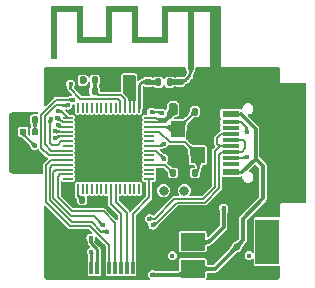
<source format=gbr>
%TF.GenerationSoftware,KiCad,Pcbnew,6.0.4*%
%TF.CreationDate,2022-06-17T20:55:26+08:00*%
%TF.ProjectId,holocubic,686f6c6f-6375-4626-9963-2e6b69636164,rev?*%
%TF.SameCoordinates,Original*%
%TF.FileFunction,Copper,L1,Top*%
%TF.FilePolarity,Positive*%
%FSLAX46Y46*%
G04 Gerber Fmt 4.6, Leading zero omitted, Abs format (unit mm)*
G04 Created by KiCad (PCBNEW 6.0.4) date 2022-06-17 20:55:26*
%MOMM*%
%LPD*%
G01*
G04 APERTURE LIST*
G04 Aperture macros list*
%AMRoundRect*
0 Rectangle with rounded corners*
0 $1 Rounding radius*
0 $2 $3 $4 $5 $6 $7 $8 $9 X,Y pos of 4 corners*
0 Add a 4 corners polygon primitive as box body*
4,1,4,$2,$3,$4,$5,$6,$7,$8,$9,$2,$3,0*
0 Add four circle primitives for the rounded corners*
1,1,$1+$1,$2,$3*
1,1,$1+$1,$4,$5*
1,1,$1+$1,$6,$7*
1,1,$1+$1,$8,$9*
0 Add four rect primitives between the rounded corners*
20,1,$1+$1,$2,$3,$4,$5,0*
20,1,$1+$1,$4,$5,$6,$7,0*
20,1,$1+$1,$6,$7,$8,$9,0*
20,1,$1+$1,$8,$9,$2,$3,0*%
G04 Aperture macros list end*
%TA.AperFunction,SMDPad,CuDef*%
%ADD10RoundRect,0.140000X0.140000X0.170000X-0.140000X0.170000X-0.140000X-0.170000X0.140000X-0.170000X0*%
%TD*%
%TA.AperFunction,SMDPad,CuDef*%
%ADD11R,2.000000X1.500000*%
%TD*%
%TA.AperFunction,SMDPad,CuDef*%
%ADD12R,2.000000X3.800000*%
%TD*%
%TA.AperFunction,ConnectorPad*%
%ADD13R,0.500000X0.500000*%
%TD*%
%TA.AperFunction,ComponentPad*%
%ADD14R,0.900000X0.500000*%
%TD*%
%TA.AperFunction,SMDPad,CuDef*%
%ADD15RoundRect,0.140000X-0.140000X-0.170000X0.140000X-0.170000X0.140000X0.170000X-0.140000X0.170000X0*%
%TD*%
%TA.AperFunction,SMDPad,CuDef*%
%ADD16RoundRect,0.140000X-0.170000X0.140000X-0.170000X-0.140000X0.170000X-0.140000X0.170000X0.140000X0*%
%TD*%
%TA.AperFunction,SMDPad,CuDef*%
%ADD17R,1.200000X1.400000*%
%TD*%
%TA.AperFunction,SMDPad,CuDef*%
%ADD18R,1.450000X0.600000*%
%TD*%
%TA.AperFunction,SMDPad,CuDef*%
%ADD19R,1.450000X0.300000*%
%TD*%
%TA.AperFunction,ComponentPad*%
%ADD20O,1.600000X1.000000*%
%TD*%
%TA.AperFunction,ComponentPad*%
%ADD21O,2.100000X1.000000*%
%TD*%
%TA.AperFunction,SMDPad,CuDef*%
%ADD22RoundRect,0.147500X-0.147500X-0.172500X0.147500X-0.172500X0.147500X0.172500X-0.147500X0.172500X0*%
%TD*%
%TA.AperFunction,SMDPad,CuDef*%
%ADD23RoundRect,0.050000X-0.050000X0.387500X-0.050000X-0.387500X0.050000X-0.387500X0.050000X0.387500X0*%
%TD*%
%TA.AperFunction,SMDPad,CuDef*%
%ADD24RoundRect,0.050000X-0.387500X0.050000X-0.387500X-0.050000X0.387500X-0.050000X0.387500X0.050000X0*%
%TD*%
%TA.AperFunction,SMDPad,CuDef*%
%ADD25R,5.600000X5.600000*%
%TD*%
%TA.AperFunction,SMDPad,CuDef*%
%ADD26R,0.300000X1.100000*%
%TD*%
%TA.AperFunction,SMDPad,CuDef*%
%ADD27R,2.300000X3.100000*%
%TD*%
%TA.AperFunction,SMDPad,CuDef*%
%ADD28RoundRect,0.135000X-0.135000X-0.185000X0.135000X-0.185000X0.135000X0.185000X-0.135000X0.185000X0*%
%TD*%
%TA.AperFunction,SMDPad,CuDef*%
%ADD29R,0.540000X0.540000*%
%TD*%
%TA.AperFunction,ViaPad*%
%ADD30C,0.450000*%
%TD*%
%TA.AperFunction,ViaPad*%
%ADD31C,0.600000*%
%TD*%
%TA.AperFunction,ViaPad*%
%ADD32C,0.800000*%
%TD*%
%TA.AperFunction,Conductor*%
%ADD33C,0.180000*%
%TD*%
%TA.AperFunction,Conductor*%
%ADD34C,0.200000*%
%TD*%
%TA.AperFunction,Conductor*%
%ADD35C,0.293370*%
%TD*%
%TA.AperFunction,Conductor*%
%ADD36C,0.400000*%
%TD*%
%TA.AperFunction,Conductor*%
%ADD37C,0.300000*%
%TD*%
%TA.AperFunction,Conductor*%
%ADD38C,0.900000*%
%TD*%
%TA.AperFunction,Conductor*%
%ADD39C,0.350000*%
%TD*%
%TA.AperFunction,Conductor*%
%ADD40C,0.250000*%
%TD*%
G04 APERTURE END LIST*
%TO.C,AE1*%
G36*
X137200000Y-102075000D02*
G01*
X137200000Y-101816842D01*
X137501778Y-101816842D01*
X137508309Y-101866368D01*
X137528868Y-101911553D01*
X137562511Y-101946787D01*
X137581122Y-101957400D01*
X137626637Y-101970300D01*
X137675156Y-101971043D01*
X137717819Y-101958935D01*
X137725731Y-101954581D01*
X137763674Y-101921797D01*
X137787742Y-101879395D01*
X137797583Y-101831785D01*
X137792847Y-101783378D01*
X137773185Y-101738584D01*
X137738245Y-101701814D01*
X137705353Y-101684908D01*
X137657267Y-101677018D01*
X137607682Y-101683592D01*
X137562372Y-101703687D01*
X137527112Y-101736357D01*
X137510218Y-101768583D01*
X137501778Y-101816842D01*
X137200000Y-101816842D01*
X137200000Y-97175000D01*
X135800000Y-97175000D01*
X135800000Y-102075000D01*
X135300000Y-102075000D01*
X135300000Y-97175000D01*
X133600000Y-97175000D01*
X133600000Y-99815000D01*
X130600000Y-99815000D01*
X130600000Y-97175000D01*
X128900000Y-97175000D01*
X128900000Y-99815000D01*
X125900000Y-99815000D01*
X125900000Y-97175000D01*
X124200000Y-97175000D01*
X124200000Y-101115000D01*
X123700000Y-101115000D01*
X123700000Y-96675000D01*
X126400000Y-96675000D01*
X126400000Y-99315000D01*
X128400000Y-99315000D01*
X128400000Y-96675000D01*
X131100000Y-96675000D01*
X131100000Y-99315000D01*
X133100000Y-99315000D01*
X133100000Y-96675000D01*
X138100000Y-96675000D01*
X138100000Y-102075000D01*
X137200000Y-102075000D01*
G37*
%TD*%
D10*
%TO.P,C17,1*%
%TO.N,Net-(C17-Pad1)*%
X122380000Y-106300000D03*
%TO.P,C17,2*%
%TO.N,GND*%
X121420000Y-106300000D03*
%TD*%
D11*
%TO.P,U1,1,GND*%
%TO.N,GND*%
X135750000Y-114300000D03*
%TO.P,U1,2,VO*%
%TO.N,+3V3*%
X135750000Y-116600000D03*
D12*
X142050000Y-116600000D03*
D11*
%TO.P,U1,3,VI*%
%TO.N,+5V*%
X135750000Y-118900000D03*
%TD*%
D10*
%TO.P,C10,1*%
%TO.N,Net-(C10-Pad1)*%
X126380000Y-113050000D03*
%TO.P,C10,2*%
%TO.N,GND*%
X125420000Y-113050000D03*
%TD*%
D13*
%TO.P,AE1,1,A*%
%TO.N,Net-(AE1-Pad1)*%
X135550000Y-101825000D03*
D14*
%TO.P,AE1,2,Shield*%
%TO.N,GND*%
X137650000Y-101825000D03*
%TD*%
D15*
%TO.P,C26,1*%
%TO.N,GND*%
X129340000Y-103600000D03*
%TO.P,C26,2*%
%TO.N,+3V3*%
X130300000Y-103600000D03*
%TD*%
D16*
%TO.P,C8,1*%
%TO.N,Net-(AE1-Pad1)*%
X134650000Y-103070000D03*
%TO.P,C8,2*%
%TO.N,GND*%
X134650000Y-104030000D03*
%TD*%
%TO.P,C7,1*%
%TO.N,/LNA*%
X131950000Y-103070000D03*
%TO.P,C7,2*%
%TO.N,GND*%
X131950000Y-104030000D03*
%TD*%
D15*
%TO.P,C25,1*%
%TO.N,GND*%
X129330000Y-102890000D03*
%TO.P,C25,2*%
%TO.N,+3V3*%
X130290000Y-102890000D03*
%TD*%
D17*
%TO.P,Y1,1,1*%
%TO.N,Net-(C9-Pad1)*%
X134450000Y-107100000D03*
%TO.P,Y1,2,2*%
%TO.N,GND*%
X134450000Y-109300000D03*
%TO.P,Y1,3,3*%
%TO.N,Net-(C11-Pad1)*%
X136150000Y-109300000D03*
%TO.P,Y1,4,4*%
%TO.N,GND*%
X136150000Y-107100000D03*
%TD*%
D15*
%TO.P,C3,1*%
%TO.N,+3V3*%
X134070000Y-110800000D03*
%TO.P,C3,2*%
%TO.N,GND*%
X135030000Y-110800000D03*
%TD*%
%TO.P,C9,1*%
%TO.N,Net-(C9-Pad1)*%
X135920000Y-105600000D03*
%TO.P,C9,2*%
%TO.N,GND*%
X136880000Y-105600000D03*
%TD*%
%TO.P,C11,1*%
%TO.N,Net-(C11-Pad1)*%
X135920000Y-110800000D03*
%TO.P,C11,2*%
%TO.N,GND*%
X136880000Y-110800000D03*
%TD*%
D18*
%TO.P,J2,A1,GND*%
%TO.N,GND*%
X138955000Y-111500000D03*
%TO.P,J2,A4,VBUS*%
%TO.N,+5V*%
X138955000Y-110700000D03*
D19*
%TO.P,J2,A5,CC1*%
%TO.N,Net-(J2-PadA5)*%
X138955000Y-109500000D03*
%TO.P,J2,A6,D+*%
%TO.N,/USB_D+*%
X138955000Y-108500000D03*
%TO.P,J2,A7,D-*%
%TO.N,/USB_D-*%
X138955000Y-108000000D03*
%TO.P,J2,A8,SBU1*%
%TO.N,unconnected-(J2-PadA8)*%
X138955000Y-107000000D03*
D18*
%TO.P,J2,A9,VBUS*%
%TO.N,+5V*%
X138955000Y-105800000D03*
%TO.P,J2,A12,GND*%
%TO.N,GND*%
X138955000Y-105000000D03*
%TO.P,J2,B1,GND*%
X138955000Y-105000000D03*
%TO.P,J2,B4,VBUS*%
%TO.N,+5V*%
X138955000Y-105800000D03*
D19*
%TO.P,J2,B5,CC2*%
%TO.N,Net-(J2-PadB5)*%
X138955000Y-106500000D03*
%TO.P,J2,B6,D+*%
%TO.N,/USB_D+*%
X138955000Y-107500000D03*
%TO.P,J2,B7,D-*%
%TO.N,/USB_D-*%
X138955000Y-109000000D03*
%TO.P,J2,B8,SBU2*%
%TO.N,unconnected-(J2-PadB8)*%
X138955000Y-110000000D03*
D18*
%TO.P,J2,B9,VBUS*%
%TO.N,+5V*%
X138955000Y-110700000D03*
%TO.P,J2,B12,GND*%
%TO.N,GND*%
X138955000Y-111500000D03*
D20*
%TO.P,J2,S1,SHIELD*%
X144050000Y-112570000D03*
D21*
X139870000Y-103930000D03*
D20*
X144050000Y-103930000D03*
D21*
X139870000Y-112570000D03*
%TD*%
D22*
%TO.P,L1,1,1*%
%TO.N,/LNA*%
X132815000Y-103100000D03*
%TO.P,L1,2,2*%
%TO.N,Net-(AE1-Pad1)*%
X133785000Y-103100000D03*
%TD*%
D23*
%TO.P,U2,1,LNA_IN/RF*%
%TO.N,/LNA*%
X131200000Y-105262500D03*
%TO.P,U2,2,VDD3P3*%
%TO.N,+3V3*%
X130800000Y-105262500D03*
%TO.P,U2,3,VDD3P3*%
X130400000Y-105262500D03*
%TO.P,U2,4,CHIP_PU/RESET*%
%TO.N,/RST*%
X130000000Y-105262500D03*
%TO.P,U2,5,GPIO0/BOOT*%
%TO.N,/IO0*%
X129600000Y-105262500D03*
%TO.P,U2,6,GPIO1/ADC1_CH0*%
%TO.N,unconnected-(U2-Pad6)*%
X129200000Y-105262500D03*
%TO.P,U2,7,GPIO2/ADC1_CH1*%
%TO.N,unconnected-(U2-Pad7)*%
X128800000Y-105262500D03*
%TO.P,U2,8,GPIO3/ADC1_CH2*%
%TO.N,unconnected-(U2-Pad8)*%
X128400000Y-105262500D03*
%TO.P,U2,9,GPIO4/ADC1_CH3*%
%TO.N,unconnected-(U2-Pad9)*%
X128000000Y-105262500D03*
%TO.P,U2,10,GPIO5/ADC1_CH4*%
%TO.N,unconnected-(U2-Pad10)*%
X127600000Y-105262500D03*
%TO.P,U2,11,GPIO6/ADC1_CH5*%
%TO.N,unconnected-(U2-Pad11)*%
X127200000Y-105262500D03*
%TO.P,U2,12,GPIO7/ADC1_CH6*%
%TO.N,unconnected-(U2-Pad12)*%
X126800000Y-105262500D03*
%TO.P,U2,13,GPIO8/ADC1_CH7*%
%TO.N,unconnected-(U2-Pad13)*%
X126400000Y-105262500D03*
%TO.P,U2,14,GPIO9/ADC1_CH8*%
%TO.N,unconnected-(U2-Pad14)*%
X126000000Y-105262500D03*
D24*
%TO.P,U2,15,GPIO10/ADC1_CH9*%
%TO.N,/I2S_MCK*%
X125162500Y-106100000D03*
%TO.P,U2,16,GPIO11/ADC2_CH0*%
%TO.N,/I2S_DACDAT*%
X125162500Y-106500000D03*
%TO.P,U2,17,GPIO12/ADC2_CH1*%
%TO.N,/I2S_ADCDAT*%
X125162500Y-106900000D03*
%TO.P,U2,18,GPIO13/ADC2_CH2*%
%TO.N,/I2S_BCLK*%
X125162500Y-107300000D03*
%TO.P,U2,19,GPIO14/ADC2_CH3*%
%TO.N,/I2S_LRCK*%
X125162500Y-107700000D03*
%TO.P,U2,20,VDD3P3_RTC*%
%TO.N,+3V3*%
X125162500Y-108100000D03*
%TO.P,U2,21,GPIO15/ADC2_CH4/XTAL_32K_P*%
%TO.N,unconnected-(U2-Pad21)*%
X125162500Y-108500000D03*
%TO.P,U2,22,GPIO16/ADC2_CH5/XTAL_32K_N*%
%TO.N,/I2C_SCL*%
X125162500Y-108900000D03*
%TO.P,U2,23,GPIO17/ADC2_CH6/DAC_2*%
%TO.N,/I2C_SDA*%
X125162500Y-109300000D03*
%TO.P,U2,24,GPIO18/ADC2_CH7/DAC_1*%
%TO.N,/LCD_DC*%
X125162500Y-109700000D03*
%TO.P,U2,25,GPIO19/USB_D-/ADC2_CH8*%
%TO.N,/USB_D-*%
X125162500Y-110100000D03*
%TO.P,U2,26,GPIO20/USB_D+/ADC2_CH9*%
%TO.N,/USB_D+*%
X125162500Y-110500000D03*
%TO.P,U2,27,GPIO21*%
%TO.N,/LCD_SCK*%
X125162500Y-110900000D03*
%TO.P,U2,28,SPI_CS1/GPIO26*%
%TO.N,unconnected-(U2-Pad28)*%
X125162500Y-111300000D03*
D23*
%TO.P,U2,29,VDD_SPI*%
%TO.N,Net-(C10-Pad1)*%
X126000000Y-112137500D03*
%TO.P,U2,30,SPIHD/GPIO27*%
%TO.N,unconnected-(U2-Pad30)*%
X126400000Y-112137500D03*
%TO.P,U2,31,SPIWP/GPIO28*%
%TO.N,unconnected-(U2-Pad31)*%
X126800000Y-112137500D03*
%TO.P,U2,32,SPICS0/GPIO29*%
%TO.N,unconnected-(U2-Pad32)*%
X127200000Y-112137500D03*
%TO.P,U2,33,SPICLK/GPIO30*%
%TO.N,unconnected-(U2-Pad33)*%
X127600000Y-112137500D03*
%TO.P,U2,34,SPIQ/GPIO31*%
%TO.N,unconnected-(U2-Pad34)*%
X128000000Y-112137500D03*
%TO.P,U2,35,SPID/GPIO32*%
%TO.N,unconnected-(U2-Pad35)*%
X128400000Y-112137500D03*
%TO.P,U2,36,SPICLK_N/GPIO48*%
%TO.N,/LCD_MOSI*%
X128800000Y-112137500D03*
%TO.P,U2,37,SPICLK_P/GPIO47*%
%TO.N,/LCD_CS*%
X129200000Y-112137500D03*
%TO.P,U2,38,GPIO33*%
%TO.N,unconnected-(U2-Pad38)*%
X129600000Y-112137500D03*
%TO.P,U2,39,GPIO34*%
%TO.N,unconnected-(U2-Pad39)*%
X130000000Y-112137500D03*
%TO.P,U2,40,GPIO35*%
%TO.N,unconnected-(U2-Pad40)*%
X130400000Y-112137500D03*
%TO.P,U2,41,GPIO36*%
%TO.N,unconnected-(U2-Pad41)*%
X130800000Y-112137500D03*
%TO.P,U2,42,GPIO37*%
%TO.N,unconnected-(U2-Pad42)*%
X131200000Y-112137500D03*
D24*
%TO.P,U2,43,GPIO38*%
%TO.N,/LCD_BL*%
X132037500Y-111300000D03*
%TO.P,U2,44,MTCK/JTAG/GPIO39*%
%TO.N,unconnected-(U2-Pad44)*%
X132037500Y-110900000D03*
%TO.P,U2,45,MTDO/JTAG/GPIO40*%
%TO.N,unconnected-(U2-Pad45)*%
X132037500Y-110500000D03*
%TO.P,U2,46,VDD3P3_CPU*%
%TO.N,+3V3*%
X132037500Y-110100000D03*
%TO.P,U2,47,MTDI/JTAG/GPIO41*%
%TO.N,unconnected-(U2-Pad47)*%
X132037500Y-109700000D03*
%TO.P,U2,48,MTMS/JTAG/GPIO42*%
%TO.N,unconnected-(U2-Pad48)*%
X132037500Y-109300000D03*
%TO.P,U2,49,U0TXD/PROG/GPIO43*%
%TO.N,/TX0*%
X132037500Y-108900000D03*
%TO.P,U2,50,U0RXD/PROG/GPIO44*%
%TO.N,/RX0*%
X132037500Y-108500000D03*
%TO.P,U2,51,GPIO45*%
%TO.N,unconnected-(U2-Pad51)*%
X132037500Y-108100000D03*
%TO.P,U2,52,GPIO46*%
%TO.N,unconnected-(U2-Pad52)*%
X132037500Y-107700000D03*
%TO.P,U2,53,XTAL_N*%
%TO.N,Net-(C11-Pad1)*%
X132037500Y-107300000D03*
%TO.P,U2,54,XTAL_P*%
%TO.N,Net-(C9-Pad1)*%
X132037500Y-106900000D03*
%TO.P,U2,55,VDDA*%
%TO.N,+3V3*%
X132037500Y-106500000D03*
%TO.P,U2,56,VDDA*%
X132037500Y-106100000D03*
D25*
%TO.P,U2,57,GND*%
%TO.N,GND*%
X128600000Y-108700000D03*
%TD*%
D26*
%TO.P,J1,1,Pin_1*%
%TO.N,/LCD_BL*%
X130650000Y-118850000D03*
%TO.P,J1,2,Pin_2*%
%TO.N,/LCD_CS*%
X130150000Y-118850000D03*
%TO.P,J1,3,Pin_3*%
%TO.N,/LCD_MOSI*%
X129650000Y-118850000D03*
%TO.P,J1,4,Pin_4*%
%TO.N,/LCD_SCK*%
X129150000Y-118850000D03*
%TO.P,J1,5,Pin_5*%
%TO.N,/LCD_DC*%
X128650000Y-118850000D03*
%TO.P,J1,6,Pin_6*%
%TO.N,GND*%
X128150000Y-118850000D03*
%TO.P,J1,7,Pin_7*%
%TO.N,+3V3*%
X127650000Y-118850000D03*
%TO.P,J1,8,Pin_8*%
%TO.N,+5V*%
X127150000Y-118850000D03*
D27*
%TO.P,J1,MP,MountPin*%
%TO.N,GND*%
X132320000Y-117150000D03*
X125480000Y-117150000D03*
%TD*%
D28*
%TO.P,R1,1*%
%TO.N,+3V3*%
X126427500Y-102950000D03*
%TO.P,R1,2*%
%TO.N,/RST*%
X127447500Y-102950000D03*
%TD*%
D10*
%TO.P,C5,1*%
%TO.N,/RST*%
X127417500Y-103850000D03*
%TO.P,C5,2*%
%TO.N,GND*%
X126457500Y-103850000D03*
%TD*%
D29*
%TO.P,MK1,1,VDD*%
%TO.N,Net-(C17-Pad1)*%
X122387100Y-107307400D03*
%TO.P,MK1,2,GND*%
%TO.N,GND*%
X122387100Y-109207400D03*
%TO.P,MK1,3,GND*%
X121377100Y-109207400D03*
%TO.P,MK1,4,OUT*%
%TO.N,Net-(C12-Pad2)*%
X121377100Y-107307400D03*
%TD*%
D15*
%TO.P,C6,1*%
%TO.N,+3V3*%
X134070000Y-105600000D03*
%TO.P,C6,2*%
%TO.N,GND*%
X135030000Y-105600000D03*
%TD*%
D30*
%TO.N,GND*%
X142700000Y-114100000D03*
X134900000Y-110200000D03*
X142150000Y-109300000D03*
X129675000Y-109800000D03*
X120700000Y-107000000D03*
X132900000Y-118800000D03*
X126800000Y-107400000D03*
X123700000Y-117800000D03*
X142600000Y-104700000D03*
X135200000Y-103950000D03*
X128000000Y-110500000D03*
X136300000Y-112200000D03*
X128000000Y-102150000D03*
X137000000Y-102150000D03*
X142400000Y-119100000D03*
X142900000Y-110600000D03*
X125800000Y-113500000D03*
X123450000Y-104450000D03*
X135650000Y-103300000D03*
X129700000Y-109100000D03*
X128100000Y-117000000D03*
X128175000Y-117675000D03*
X130475000Y-109100000D03*
X139850000Y-102200000D03*
X137200000Y-104400000D03*
X125000000Y-119300000D03*
X131500000Y-116600000D03*
X124300000Y-119300000D03*
X137500000Y-106900000D03*
X134400000Y-103950000D03*
X138000000Y-104000000D03*
X124600000Y-103950000D03*
X134600000Y-109100000D03*
X132600000Y-103850000D03*
X134650000Y-104600000D03*
X130000000Y-102150000D03*
X128100000Y-111200000D03*
X140900000Y-102150000D03*
X123600000Y-102950000D03*
X142900000Y-107000000D03*
X123700000Y-116700000D03*
X128900000Y-109100000D03*
X133000000Y-102150000D03*
X135200000Y-105500000D03*
X136850000Y-102900000D03*
X134700000Y-102200000D03*
X143150000Y-109600000D03*
X144200000Y-109500000D03*
X120700000Y-108400000D03*
X142750000Y-102200000D03*
X144000000Y-105500000D03*
X128900000Y-110500000D03*
X134000000Y-102150000D03*
X131000000Y-102150000D03*
X141500000Y-119100000D03*
X120700000Y-107700000D03*
X142500000Y-113200000D03*
X138450000Y-103150000D03*
X139400000Y-102850000D03*
X130400000Y-111200000D03*
X123700000Y-114700000D03*
X137100000Y-103700000D03*
X138100000Y-119400000D03*
X136300000Y-102100000D03*
X142900000Y-105800000D03*
X126000000Y-102150000D03*
X124000000Y-102150000D03*
X125650000Y-119250000D03*
X139000000Y-102150000D03*
X138200000Y-102400000D03*
X136500000Y-111500000D03*
X136600000Y-104850000D03*
X141450000Y-105100000D03*
X142900000Y-108400000D03*
X123700000Y-118800000D03*
X136050000Y-102750000D03*
X137600000Y-106200000D03*
X136850000Y-106700000D03*
X141650000Y-103650000D03*
X127000000Y-102150000D03*
X138900000Y-119000000D03*
X130400000Y-110500000D03*
X128337500Y-103400000D03*
X128100000Y-109100000D03*
X134200000Y-118450000D03*
X136600000Y-106000000D03*
X129600000Y-111200000D03*
X137650000Y-102850000D03*
X128900000Y-111200000D03*
X132200000Y-116600000D03*
X122500000Y-110500000D03*
X136300000Y-103800000D03*
X130500000Y-109800000D03*
X135550000Y-104600000D03*
X120700000Y-106250000D03*
X144000000Y-111000000D03*
X123700000Y-115700000D03*
X141450000Y-102850000D03*
X132200000Y-113500000D03*
X126300000Y-103700000D03*
X141850000Y-102200000D03*
X137100000Y-108500000D03*
X141750000Y-106000000D03*
X132400000Y-104500000D03*
X144000000Y-108000000D03*
X142600000Y-111600000D03*
X120700000Y-109100000D03*
X132500000Y-115900000D03*
X128900000Y-109800000D03*
X131400000Y-118900000D03*
X137100000Y-107600000D03*
X144000000Y-107000000D03*
X140600000Y-119100000D03*
X133700000Y-118800000D03*
X121100000Y-110400000D03*
X136450000Y-107900000D03*
X129000000Y-102150000D03*
X132000000Y-102150000D03*
X142300000Y-102850000D03*
X121800000Y-110000000D03*
X125000000Y-102150000D03*
X124450000Y-103000000D03*
X128100000Y-109800000D03*
X120700000Y-109800000D03*
X140425000Y-102700000D03*
X137600000Y-105000000D03*
X123850000Y-103700000D03*
X142000000Y-107450000D03*
X139700000Y-119500000D03*
X141850000Y-108400000D03*
X133400000Y-104100000D03*
X129625000Y-110500000D03*
X128937500Y-102850000D03*
X142550000Y-103800000D03*
%TO.N,+5V*%
X132300000Y-119400000D03*
X127150000Y-117450000D03*
D31*
X139450000Y-117050000D03*
D30*
%TO.N,+3V3*%
X134100000Y-105100000D03*
X140500000Y-117800000D03*
X123694020Y-106250000D03*
D31*
X141400000Y-116700000D03*
X142300000Y-117600000D03*
D30*
X134000000Y-117800000D03*
X134070000Y-110800000D03*
X127100000Y-116300000D03*
X126600000Y-102900000D03*
D31*
X141400000Y-115300000D03*
X142300000Y-116000000D03*
D30*
X138350000Y-113750000D03*
X130600000Y-103000000D03*
X130100000Y-103800000D03*
%TO.N,/RST*%
X127447500Y-103302500D03*
%TO.N,Net-(C12-Pad2)*%
X122350000Y-108480000D03*
%TO.N,Net-(C17-Pad1)*%
X122380000Y-106620000D03*
%TO.N,Net-(J2-PadA5)*%
X140350000Y-109400000D03*
%TO.N,/USB_D+*%
X128114309Y-115235691D03*
X132050000Y-114650000D03*
%TO.N,/USB_D-*%
X132350000Y-115200000D03*
X128500000Y-115750000D03*
%TO.N,Net-(J2-PadB5)*%
X140300000Y-107350000D03*
D32*
%TO.N,Net-(TP7-Pad1)*%
X133275000Y-112300000D03*
%TO.N,Net-(TP8-Pad1)*%
X135025000Y-112300000D03*
D30*
%TO.N,/TX0*%
X133297279Y-109575500D03*
%TO.N,/RX0*%
X133278619Y-108321381D03*
%TO.N,/IO0*%
X125400000Y-103250000D03*
%TO.N,/I2S_DACDAT*%
X124272270Y-106135368D03*
%TO.N,/I2S_MCK*%
X124302137Y-105556637D03*
%TO.N,/I2C_SDA*%
X125575000Y-104600000D03*
%TO.N,/I2C_SCL*%
X133154500Y-105750000D03*
X132245500Y-105635500D03*
X125150000Y-105050000D03*
%TO.N,/I2S_LRCK*%
X124093540Y-107849166D03*
%TO.N,/I2S_BCLK*%
X124093540Y-107269663D03*
%TO.N,/I2S_ADCDAT*%
X124350000Y-106750000D03*
%TD*%
D33*
%TO.N,/USB_D+*%
X132050000Y-114650000D02*
X132500000Y-114650000D01*
X132500000Y-114650000D02*
X134159520Y-112990480D01*
X134159520Y-112990480D02*
X136609520Y-112990480D01*
X136609520Y-112990480D02*
X137600000Y-112000000D01*
X137600000Y-112000000D02*
X137600000Y-108900000D01*
X137600000Y-108900000D02*
X138000000Y-108500000D01*
%TO.N,/USB_D-*%
X132350000Y-115200000D02*
X132500000Y-115200000D01*
X132500000Y-115200000D02*
X134400000Y-113300000D01*
X138200000Y-109000000D02*
X138955000Y-109000000D01*
X134400000Y-113300000D02*
X136750000Y-113300000D01*
X137940489Y-109259511D02*
X138200000Y-109000000D01*
X136750000Y-113300000D02*
X137950000Y-112100000D01*
X137940489Y-112090489D02*
X137940489Y-109259511D01*
X137950000Y-112100000D02*
X137940489Y-112090489D01*
%TO.N,/I2S_DACDAT*%
X124272270Y-106135368D02*
X124364003Y-106135368D01*
X124364003Y-106135368D02*
X124728635Y-106500000D01*
X124728635Y-106500000D02*
X125162500Y-106500000D01*
D34*
%TO.N,/I2S_MCK*%
X124302137Y-105556637D02*
X124619137Y-105556637D01*
X124619137Y-105556637D02*
X125162500Y-106100000D01*
%TO.N,/I2S_LRCK*%
X124093540Y-107849166D02*
X124242706Y-107700000D01*
X124242706Y-107700000D02*
X125162500Y-107700000D01*
%TO.N,/I2S_BCLK*%
X125162500Y-107300000D02*
X124123877Y-107300000D01*
X124123877Y-107300000D02*
X124093540Y-107269663D01*
%TO.N,+3V3*%
X123694020Y-106250000D02*
X123629040Y-106314980D01*
X123629040Y-106314980D02*
X123629040Y-108214034D01*
X123629040Y-108214034D02*
X123815006Y-108400000D01*
X123815006Y-108400000D02*
X124300000Y-108400000D01*
X124600000Y-108100000D02*
X125162500Y-108100000D01*
X124300000Y-108400000D02*
X124600000Y-108100000D01*
D35*
%TO.N,Net-(AE1-Pad1)*%
X135550000Y-101825000D02*
X135550000Y-102170000D01*
D36*
X134650000Y-103070000D02*
X133815000Y-103070000D01*
X133785000Y-103100000D02*
G75*
G02*
X133815000Y-103070000I30000J0D01*
G01*
D35*
X134650000Y-103070000D02*
G75*
G03*
X135550000Y-102170000I0J900000D01*
G01*
D34*
%TO.N,GND*%
X126100000Y-119700000D02*
X125650000Y-119250000D01*
X137450000Y-102150000D02*
X137625000Y-101975000D01*
X125420000Y-111880000D02*
X128600000Y-108700000D01*
D37*
X137925000Y-102450000D02*
X137625000Y-102450000D01*
X137325000Y-102450000D02*
X137625000Y-102450000D01*
D34*
X125650000Y-119250000D02*
X125480000Y-119080000D01*
D37*
X138375000Y-102000000D02*
X137925000Y-102450000D01*
X136875000Y-102000000D02*
X137325000Y-102450000D01*
D34*
X128150000Y-119650000D02*
X128100000Y-119700000D01*
X125420000Y-113050000D02*
X125420000Y-111880000D01*
D38*
X137625000Y-101825000D02*
X137625000Y-102450000D01*
D34*
X125480000Y-119080000D02*
X125480000Y-117150000D01*
X128100000Y-119700000D02*
X126100000Y-119700000D01*
X128150000Y-118850000D02*
X128150000Y-119650000D01*
D37*
X136875000Y-102150000D02*
X137450000Y-102150000D01*
X138370000Y-101980000D02*
X136920000Y-101980000D01*
D34*
X137800000Y-102150000D02*
X137625000Y-101975000D01*
D37*
X138375000Y-102150000D02*
X137800000Y-102150000D01*
D39*
%TO.N,+5V*%
X141700000Y-112950000D02*
X141700000Y-110221438D01*
X135750000Y-118900000D02*
X135250000Y-119400000D01*
X141700000Y-110221438D02*
X141050000Y-109571438D01*
X141050000Y-107070978D02*
X141050000Y-109571438D01*
D40*
X138955000Y-105800000D02*
X139779022Y-105800000D01*
D39*
X140000000Y-114650000D02*
X141700000Y-112950000D01*
X135250000Y-119400000D02*
X132300000Y-119400000D01*
X137600000Y-118900000D02*
X139450000Y-117050000D01*
X139779022Y-105800000D02*
X141050000Y-107070978D01*
X141050000Y-109571438D02*
X139921438Y-110700000D01*
X140000000Y-116500000D02*
X140000000Y-114650000D01*
X139450000Y-117050000D02*
X140000000Y-116500000D01*
D40*
X127150000Y-118850000D02*
X127150000Y-117450000D01*
X139921438Y-110700000D02*
X138955000Y-110700000D01*
D39*
X135750000Y-118900000D02*
X137600000Y-118900000D01*
D34*
%TO.N,+3V3*%
X133370000Y-110100000D02*
X132037500Y-110100000D01*
D39*
X137100000Y-116600000D02*
X135750000Y-116600000D01*
D34*
X133050000Y-106500000D02*
X132037500Y-106500000D01*
X130400000Y-105262500D02*
X130400000Y-104137500D01*
X133170000Y-106500000D02*
X133385000Y-106285000D01*
X133585000Y-106085000D02*
X134070000Y-105600000D01*
D40*
X127650000Y-117257726D02*
X127650000Y-118850000D01*
D34*
X130600000Y-104337500D02*
X130400000Y-104137500D01*
X130800000Y-104762500D02*
X130800000Y-104537500D01*
D39*
X138350000Y-113750000D02*
X138350000Y-115350000D01*
D34*
X130800000Y-105262500D02*
X130800000Y-104762500D01*
D39*
X138350000Y-115350000D02*
X137100000Y-116600000D01*
D34*
X130800000Y-104537500D02*
X130600000Y-104337500D01*
X133370000Y-110100000D02*
X134070000Y-110800000D01*
D40*
X127100000Y-116300000D02*
X127100000Y-116707726D01*
D34*
X133385000Y-106285000D02*
X133560000Y-106110000D01*
X133560000Y-106110000D02*
X133585000Y-106085000D01*
X132650000Y-106100000D02*
X133050000Y-106500000D01*
D40*
X127100000Y-116707726D02*
X127650000Y-117257726D01*
D34*
X133050000Y-106500000D02*
X133170000Y-106500000D01*
X132037500Y-106100000D02*
X132650000Y-106100000D01*
%TO.N,/RST*%
X127447500Y-102950000D02*
X127447500Y-103302500D01*
X129620480Y-104170480D02*
X127737980Y-104170480D01*
X130000000Y-104550000D02*
X129620480Y-104170480D01*
X127737980Y-104170480D02*
X127417500Y-103850000D01*
X127447500Y-103302500D02*
X127447500Y-103820000D01*
X130000000Y-105262500D02*
X130000000Y-104550000D01*
D35*
%TO.N,/LNA*%
X131650000Y-103100000D02*
X131920000Y-103100000D01*
D36*
X132815000Y-103100000D02*
X131980000Y-103100000D01*
D35*
X131200000Y-105262500D02*
X131200000Y-103550000D01*
X131950000Y-103070000D02*
G75*
G02*
X131920000Y-103100000I-30000J0D01*
G01*
X131650000Y-103100000D02*
G75*
G03*
X131200000Y-103550000I0J-450000D01*
G01*
D36*
X131950000Y-103070000D02*
G75*
G03*
X131980000Y-103100000I30000J0D01*
G01*
D34*
%TO.N,Net-(C9-Pad1)*%
X135920000Y-105600000D02*
X135920000Y-105613290D01*
X134500000Y-107033290D02*
X134500000Y-107100000D01*
X132037500Y-106900000D02*
X134300000Y-106900000D01*
X135920000Y-105613290D02*
X134500000Y-107033290D01*
X134300000Y-106900000D02*
X134500000Y-107100000D01*
%TO.N,Net-(C10-Pad1)*%
X126000000Y-112670000D02*
X126380000Y-113050000D01*
X126000000Y-112137500D02*
X126000000Y-112670000D01*
%TO.N,Net-(C11-Pad1)*%
X136200000Y-109300000D02*
X136200000Y-110520000D01*
X136200000Y-110520000D02*
X135920000Y-110800000D01*
X132037500Y-107300000D02*
X132900000Y-107300000D01*
X135100000Y-108200000D02*
X136200000Y-109300000D01*
X132900000Y-107300000D02*
X133800000Y-108200000D01*
X133800000Y-108200000D02*
X135100000Y-108200000D01*
%TO.N,Net-(C12-Pad2)*%
X121377100Y-107507100D02*
X122350000Y-108480000D01*
X121377100Y-107307400D02*
X121377100Y-107507100D01*
%TO.N,Net-(C17-Pad1)*%
X122380000Y-106300000D02*
X122380000Y-106620000D01*
X122380000Y-106620000D02*
X122380000Y-107300300D01*
X122387100Y-107307400D02*
G75*
G02*
X122380000Y-107300300I0J7100D01*
G01*
%TO.N,/LCD_MOSI*%
X129650000Y-118850000D02*
X129650000Y-114262500D01*
X128800000Y-113412500D02*
X128800000Y-112137500D01*
X129650000Y-114262500D02*
X128800000Y-113412500D01*
%TO.N,/LCD_SCK*%
X124487500Y-110900000D02*
X125162500Y-110900000D01*
X124287500Y-112837500D02*
X124287500Y-111100000D01*
X129150000Y-115000000D02*
X128200000Y-114050000D01*
X128200000Y-114050000D02*
X125500000Y-114050000D01*
X124287500Y-111100000D02*
X124487500Y-110900000D01*
X129150000Y-118850000D02*
X129150000Y-115000000D01*
X125500000Y-114050000D02*
X124287500Y-112837500D01*
%TO.N,/LCD_CS*%
X130150000Y-114162500D02*
X130150000Y-118850000D01*
X129200000Y-113212500D02*
X129200000Y-112137500D01*
X129200000Y-113212500D02*
X130150000Y-114162500D01*
%TO.N,/LCD_DC*%
X123300000Y-113250000D02*
X125350000Y-115300000D01*
X125350000Y-115300000D02*
X127050000Y-115300000D01*
X128650000Y-116900000D02*
X128650000Y-118850000D01*
X127050000Y-115300000D02*
X128650000Y-116900000D01*
X125162500Y-109700000D02*
X123750000Y-109700000D01*
X123300000Y-110150000D02*
X123300000Y-113250000D01*
X123750000Y-109700000D02*
X123300000Y-110150000D01*
%TO.N,/LCD_BL*%
X132037500Y-111300000D02*
X132037500Y-112862500D01*
X130650000Y-114250000D02*
X130650000Y-118850000D01*
X132037500Y-112862500D02*
X130650000Y-114250000D01*
%TO.N,Net-(J2-PadA5)*%
X138955000Y-109500000D02*
X140250000Y-109500000D01*
X140250000Y-109500000D02*
X140350000Y-109400000D01*
D33*
%TO.N,/USB_D+*%
X137800000Y-107840978D02*
X138140978Y-107500000D01*
X138140978Y-107500000D02*
X138955000Y-107500000D01*
X125458688Y-114470960D02*
X123929040Y-112941312D01*
X138000000Y-108500000D02*
X137800000Y-108300000D01*
X127349578Y-114470960D02*
X125458688Y-114470960D01*
X138955000Y-108500000D02*
X138000000Y-108500000D01*
X128114309Y-115235691D02*
X127349578Y-114470960D01*
X137800000Y-108300000D02*
X137800000Y-107840978D01*
X123929040Y-112941312D02*
X123929040Y-110720960D01*
X123929040Y-110720960D02*
X124150000Y-110500000D01*
X124150000Y-110500000D02*
X125162500Y-110500000D01*
%TO.N,/USB_D-*%
X123850000Y-110100000D02*
X123619520Y-110330480D01*
X125162500Y-110100000D02*
X123850000Y-110100000D01*
X127230480Y-114980480D02*
X128000000Y-115750000D01*
X140200000Y-108700000D02*
X139900000Y-109000000D01*
X123619520Y-113069520D02*
X125530480Y-114980480D01*
X140200000Y-108200000D02*
X140200000Y-108700000D01*
X123619520Y-110330480D02*
X123619520Y-113069520D01*
X138955000Y-108000000D02*
X140000000Y-108000000D01*
X125530480Y-114980480D02*
X127230480Y-114980480D01*
X140000000Y-108000000D02*
X140200000Y-108200000D01*
X128000000Y-115750000D02*
X128500000Y-115750000D01*
X139900000Y-109000000D02*
X138955000Y-109000000D01*
D34*
%TO.N,Net-(J2-PadB5)*%
X139789022Y-106500000D02*
X140300000Y-107010978D01*
X140300000Y-107010978D02*
X140300000Y-107350000D01*
X138955000Y-106500000D02*
X139789022Y-106500000D01*
%TO.N,/TX0*%
X133297279Y-109575500D02*
X132621779Y-108900000D01*
X132621779Y-108900000D02*
X132037500Y-108900000D01*
%TO.N,/RX0*%
X133100000Y-108500000D02*
X132037500Y-108500000D01*
X133278619Y-108321381D02*
X133100000Y-108500000D01*
%TO.N,/IO0*%
X125400000Y-103700000D02*
X125400000Y-103250000D01*
X129387500Y-104500000D02*
X126200000Y-104500000D01*
X129600000Y-105262500D02*
X129600000Y-104712500D01*
X129600000Y-104712500D02*
X129387500Y-104500000D01*
X126200000Y-104500000D02*
X125400000Y-103700000D01*
%TO.N,/I2C_SDA*%
X122900000Y-108650000D02*
X123550000Y-109300000D01*
X122900000Y-105850000D02*
X122900000Y-108650000D01*
X123550000Y-109300000D02*
X125162500Y-109300000D01*
X125570489Y-104595489D02*
X124154511Y-104595489D01*
X125575000Y-104600000D02*
X125570489Y-104595489D01*
X124154511Y-104595489D02*
X122900000Y-105850000D01*
%TO.N,/I2C_SCL*%
X123750000Y-108900000D02*
X123229520Y-108379520D01*
X124141012Y-105075000D02*
X125125000Y-105075000D01*
X125125000Y-105075000D02*
X125150000Y-105050000D01*
X123229520Y-105986492D02*
X124141012Y-105075000D01*
X125162500Y-108900000D02*
X123750000Y-108900000D01*
X123229520Y-108379520D02*
X123229520Y-105986492D01*
X133040000Y-105635500D02*
X133154500Y-105750000D01*
X132245500Y-105635500D02*
X133040000Y-105635500D01*
%TO.N,/I2S_ADCDAT*%
X124500000Y-106900000D02*
X125162500Y-106900000D01*
X124350000Y-106750000D02*
X124500000Y-106900000D01*
%TD*%
%TA.AperFunction,Conductor*%
%TO.N,+5V*%
G36*
X139551998Y-117151998D02*
G01*
X139550716Y-117217604D01*
X139548610Y-117325315D01*
X139545022Y-117333519D01*
X139540852Y-117336102D01*
X139501050Y-117350330D01*
X139500959Y-117350365D01*
X139500944Y-117350371D01*
X139471326Y-117361901D01*
X139458971Y-117366710D01*
X139458833Y-117366771D01*
X139458830Y-117366772D01*
X139421085Y-117383388D01*
X139421073Y-117383394D01*
X139420902Y-117383469D01*
X139385533Y-117401556D01*
X139351552Y-117421915D01*
X139317646Y-117445494D01*
X139282505Y-117473239D01*
X139244816Y-117506096D01*
X139203269Y-117545013D01*
X139203232Y-117545049D01*
X139203224Y-117545057D01*
X139164824Y-117582803D01*
X139156521Y-117586159D01*
X139148349Y-117582732D01*
X138917267Y-117351650D01*
X138913840Y-117343377D01*
X138917195Y-117335177D01*
X138954986Y-117296730D01*
X138993903Y-117255183D01*
X139026760Y-117217494D01*
X139054505Y-117182353D01*
X139078084Y-117148447D01*
X139098443Y-117114466D01*
X139116530Y-117079097D01*
X139133289Y-117041028D01*
X139149669Y-116998949D01*
X139163898Y-116959149D01*
X139169910Y-116952513D01*
X139174685Y-116951390D01*
X139348002Y-116948002D01*
X139556066Y-116943934D01*
X139551998Y-117151998D01*
G37*
%TD.AperFunction*%
%TD*%
%TA.AperFunction,Conductor*%
%TO.N,+5V*%
G36*
X139751650Y-116517267D02*
G01*
X139982732Y-116748349D01*
X139986159Y-116756622D01*
X139982803Y-116764824D01*
X139945057Y-116803224D01*
X139945013Y-116803269D01*
X139906096Y-116844816D01*
X139873239Y-116882505D01*
X139845494Y-116917646D01*
X139821915Y-116951552D01*
X139821818Y-116951714D01*
X139821816Y-116951717D01*
X139811735Y-116968543D01*
X139801556Y-116985533D01*
X139783469Y-117020902D01*
X139766710Y-117058971D01*
X139750330Y-117101050D01*
X139750289Y-117101165D01*
X139750277Y-117101197D01*
X139736103Y-117140850D01*
X139730092Y-117147487D01*
X139725316Y-117148610D01*
X139551998Y-117151998D01*
X139343934Y-117156066D01*
X139351390Y-116774686D01*
X139354978Y-116766482D01*
X139359149Y-116763898D01*
X139398907Y-116749684D01*
X139398906Y-116749684D01*
X139398949Y-116749669D01*
X139441028Y-116733289D01*
X139441169Y-116733227D01*
X139478914Y-116716611D01*
X139478926Y-116716605D01*
X139479097Y-116716530D01*
X139514466Y-116698443D01*
X139548447Y-116678084D01*
X139582353Y-116654505D01*
X139617494Y-116626760D01*
X139655183Y-116593903D01*
X139696730Y-116554986D01*
X139735176Y-116517195D01*
X139743478Y-116513840D01*
X139751650Y-116517267D01*
G37*
%TD.AperFunction*%
%TD*%
%TA.AperFunction,Conductor*%
%TO.N,/USB_D+*%
G36*
X132155779Y-114452215D02*
G01*
X132181733Y-114468095D01*
X132183160Y-114469122D01*
X132213436Y-114494596D01*
X132214188Y-114495287D01*
X132242695Y-114523873D01*
X132242942Y-114524129D01*
X132270153Y-114553126D01*
X132296572Y-114579718D01*
X132296794Y-114579900D01*
X132296799Y-114579904D01*
X132305240Y-114586804D01*
X132322785Y-114601146D01*
X132323338Y-114601428D01*
X132323339Y-114601429D01*
X132348576Y-114614315D01*
X132348578Y-114614316D01*
X132349507Y-114614790D01*
X132377455Y-114618031D01*
X132395597Y-114612094D01*
X132406381Y-114608565D01*
X132406382Y-114608564D01*
X132407346Y-114608249D01*
X132416440Y-114601146D01*
X132431740Y-114589196D01*
X132440370Y-114586804D01*
X132447215Y-114590144D01*
X132558010Y-114700939D01*
X132561437Y-114709212D01*
X132558010Y-114717485D01*
X132557122Y-114718286D01*
X132529243Y-114740976D01*
X132526958Y-114742432D01*
X132491223Y-114759739D01*
X132488685Y-114760625D01*
X132472442Y-114764270D01*
X132453630Y-114768491D01*
X132451533Y-114768766D01*
X132416523Y-114770145D01*
X132415304Y-114770129D01*
X132380026Y-114767817D01*
X132379854Y-114767804D01*
X132344598Y-114764795D01*
X132344417Y-114764792D01*
X132344412Y-114764792D01*
X132310367Y-114764277D01*
X132310364Y-114764277D01*
X132309889Y-114764270D01*
X132309416Y-114764341D01*
X132309414Y-114764341D01*
X132306403Y-114764792D01*
X132275760Y-114769381D01*
X132275104Y-114769653D01*
X132275102Y-114769653D01*
X132273913Y-114770145D01*
X132242176Y-114783275D01*
X132241551Y-114783763D01*
X132215359Y-114804211D01*
X132206729Y-114806601D01*
X132202245Y-114805084D01*
X131950838Y-114657813D01*
X131945432Y-114650675D01*
X131946657Y-114641804D01*
X131948642Y-114639285D01*
X131970744Y-114618031D01*
X132141563Y-114453762D01*
X132149902Y-114450497D01*
X132155779Y-114452215D01*
G37*
%TD.AperFunction*%
%TD*%
%TA.AperFunction,Conductor*%
%TO.N,/USB_D-*%
G36*
X132674124Y-114914507D02*
G01*
X132785286Y-115025669D01*
X132788713Y-115033942D01*
X132785398Y-115042102D01*
X132751805Y-115076619D01*
X132717440Y-115114094D01*
X132688724Y-115147392D01*
X132688705Y-115147416D01*
X132688689Y-115147434D01*
X132664029Y-115177652D01*
X132641726Y-115206011D01*
X132620689Y-115232964D01*
X132620278Y-115233490D01*
X132620187Y-115233606D01*
X132597868Y-115261469D01*
X132597675Y-115261703D01*
X132573010Y-115290908D01*
X132572754Y-115291201D01*
X132544000Y-115323037D01*
X132543730Y-115323326D01*
X132514907Y-115353099D01*
X132506692Y-115356659D01*
X132501537Y-115355555D01*
X132432153Y-115323037D01*
X132254076Y-115239577D01*
X132248039Y-115232964D01*
X132248745Y-115223427D01*
X132377735Y-114984424D01*
X132384680Y-114978771D01*
X132389703Y-114978401D01*
X132401099Y-114980047D01*
X132416176Y-114982224D01*
X132416183Y-114982225D01*
X132419643Y-114982686D01*
X132447704Y-114986425D01*
X132447790Y-114986433D01*
X132447807Y-114986435D01*
X132462606Y-114987808D01*
X132476828Y-114989128D01*
X132477037Y-114989132D01*
X132477041Y-114989132D01*
X132495700Y-114989470D01*
X132504176Y-114989623D01*
X132504498Y-114989593D01*
X132504505Y-114989593D01*
X132516925Y-114988445D01*
X132530377Y-114987203D01*
X132556059Y-114981157D01*
X132556470Y-114980991D01*
X132556475Y-114980990D01*
X132581453Y-114970938D01*
X132581851Y-114970778D01*
X132608380Y-114955356D01*
X132614860Y-114950438D01*
X132636054Y-114934354D01*
X132636063Y-114934346D01*
X132636277Y-114934184D01*
X132645257Y-114925883D01*
X132657909Y-114914188D01*
X132666310Y-114911089D01*
X132674124Y-114914507D01*
G37*
%TD.AperFunction*%
%TD*%
%TA.AperFunction,Conductor*%
%TO.N,/USB_D-*%
G36*
X138895424Y-108870584D02*
G01*
X139030000Y-109000000D01*
X138955000Y-109072124D01*
X138953408Y-109073655D01*
X138895425Y-109129414D01*
X138887086Y-109132679D01*
X138882328Y-109131565D01*
X138875713Y-109128448D01*
X138867632Y-109124640D01*
X138867567Y-109124612D01*
X138867552Y-109124605D01*
X138847677Y-109115990D01*
X138847663Y-109115984D01*
X138847563Y-109115941D01*
X138828652Y-109108766D01*
X138819302Y-109105845D01*
X138810322Y-109103040D01*
X138810318Y-109103039D01*
X138810139Y-109102983D01*
X138798807Y-109100266D01*
X138791482Y-109098509D01*
X138791473Y-109098507D01*
X138791268Y-109098458D01*
X138771279Y-109095055D01*
X138749417Y-109092642D01*
X138724921Y-109091085D01*
X138697035Y-109090248D01*
X138676610Y-109090090D01*
X138668363Y-109086599D01*
X138665000Y-109078390D01*
X138665000Y-108921610D01*
X138668427Y-108913337D01*
X138676609Y-108909910D01*
X138684263Y-108909850D01*
X138697035Y-108909751D01*
X138724921Y-108908914D01*
X138749417Y-108907357D01*
X138771279Y-108904944D01*
X138791268Y-108901541D01*
X138791473Y-108901492D01*
X138791482Y-108901490D01*
X138798807Y-108899733D01*
X138810139Y-108897016D01*
X138810318Y-108896960D01*
X138810322Y-108896959D01*
X138819302Y-108894154D01*
X138828652Y-108891233D01*
X138847563Y-108884058D01*
X138847663Y-108884015D01*
X138847677Y-108884009D01*
X138867552Y-108875394D01*
X138867567Y-108875387D01*
X138867632Y-108875359D01*
X138882329Y-108868434D01*
X138891272Y-108868008D01*
X138895424Y-108870584D01*
G37*
%TD.AperFunction*%
%TD*%
%TA.AperFunction,Conductor*%
%TO.N,+5V*%
G36*
X135646975Y-118636078D02*
G01*
X135649355Y-118636166D01*
X136029726Y-118650245D01*
X135835848Y-119343175D01*
X135752425Y-119641334D01*
X135746896Y-119648377D01*
X135741002Y-119649880D01*
X135592586Y-119647902D01*
X135592247Y-119647893D01*
X135457836Y-119642207D01*
X135457502Y-119642188D01*
X135339521Y-119633805D01*
X135339336Y-119633789D01*
X135266364Y-119626902D01*
X135231439Y-119623606D01*
X135231300Y-119623592D01*
X135192106Y-119619420D01*
X135127090Y-119612500D01*
X135020239Y-119601400D01*
X135020205Y-119601397D01*
X134904524Y-119591204D01*
X134904505Y-119591203D01*
X134904463Y-119591199D01*
X134773404Y-119582800D01*
X134773329Y-119582797D01*
X134773307Y-119582796D01*
X134620788Y-119577103D01*
X134620775Y-119577103D01*
X134620702Y-119577100D01*
X134566065Y-119576465D01*
X134451564Y-119575134D01*
X134443331Y-119571611D01*
X134440000Y-119563435D01*
X134440000Y-119235968D01*
X134443427Y-119227695D01*
X134450944Y-119224292D01*
X134506104Y-119220726D01*
X134558370Y-119217347D01*
X134558374Y-119217346D01*
X134558829Y-119217317D01*
X134656954Y-119194971D01*
X134657472Y-119194739D01*
X134657476Y-119194738D01*
X134736796Y-119159268D01*
X134736800Y-119159266D01*
X134737374Y-119159009D01*
X134803090Y-119110482D01*
X134857100Y-119050439D01*
X134902406Y-118979930D01*
X134942006Y-118900005D01*
X134978902Y-118811712D01*
X135016093Y-118716102D01*
X135053529Y-118621902D01*
X135059769Y-118615479D01*
X135064835Y-118614531D01*
X135646975Y-118636078D01*
G37*
%TD.AperFunction*%
%TD*%
%TA.AperFunction,Conductor*%
%TO.N,/LNA*%
G36*
X132692123Y-102839991D02*
G01*
X132754358Y-102899839D01*
X132953731Y-103091567D01*
X132957319Y-103099771D01*
X132953731Y-103108433D01*
X132732900Y-103320796D01*
X132692123Y-103360009D01*
X132683784Y-103363274D01*
X132679195Y-103362238D01*
X132661613Y-103354293D01*
X132645094Y-103346829D01*
X132606143Y-103332082D01*
X132605942Y-103332022D01*
X132568514Y-103320856D01*
X132568500Y-103320852D01*
X132568311Y-103320796D01*
X132568112Y-103320753D01*
X132568102Y-103320750D01*
X132530554Y-103312556D01*
X132530540Y-103312553D01*
X132530350Y-103312512D01*
X132530149Y-103312483D01*
X132530140Y-103312481D01*
X132514383Y-103310180D01*
X132491013Y-103306767D01*
X132449051Y-103303101D01*
X132448914Y-103303095D01*
X132448901Y-103303094D01*
X132421758Y-103301881D01*
X132403217Y-103301052D01*
X132352262Y-103300160D01*
X132294939Y-103299963D01*
X132233895Y-103299998D01*
X132230000Y-103299275D01*
X132230000Y-102900000D01*
X132294939Y-102900036D01*
X132352262Y-102899839D01*
X132403217Y-102898947D01*
X132422544Y-102898083D01*
X132448901Y-102896905D01*
X132448914Y-102896904D01*
X132449051Y-102896898D01*
X132491013Y-102893232D01*
X132514383Y-102889819D01*
X132530140Y-102887518D01*
X132530149Y-102887516D01*
X132530350Y-102887487D01*
X132530540Y-102887446D01*
X132530554Y-102887443D01*
X132568102Y-102879249D01*
X132568112Y-102879246D01*
X132568311Y-102879203D01*
X132568500Y-102879147D01*
X132568514Y-102879143D01*
X132605942Y-102867977D01*
X132605943Y-102867977D01*
X132606143Y-102867917D01*
X132645094Y-102853170D01*
X132658492Y-102847116D01*
X132679195Y-102837762D01*
X132688146Y-102837478D01*
X132692123Y-102839991D01*
G37*
%TD.AperFunction*%
%TD*%
%TA.AperFunction,Conductor*%
%TO.N,/I2S_DACDAT*%
G36*
X124456872Y-106008832D02*
G01*
X124460689Y-106012378D01*
X124483132Y-106045346D01*
X124483347Y-106045674D01*
X124505665Y-106080944D01*
X124505817Y-106081192D01*
X124525053Y-106113342D01*
X124542714Y-106143492D01*
X124560257Y-106172661D01*
X124579214Y-106201995D01*
X124601121Y-106232645D01*
X124627511Y-106265757D01*
X124659919Y-106302480D01*
X124659999Y-106302563D01*
X124691912Y-106335694D01*
X124695183Y-106344030D01*
X124691758Y-106352084D01*
X124581570Y-106462272D01*
X124573297Y-106465699D01*
X124565024Y-106462272D01*
X124561562Y-106458810D01*
X124558151Y-106457072D01*
X124555464Y-106455185D01*
X124547786Y-106447990D01*
X124539091Y-106439842D01*
X124508341Y-106415372D01*
X124479503Y-106396923D01*
X124451734Y-106383587D01*
X124451398Y-106383476D01*
X124451394Y-106383474D01*
X124436519Y-106378543D01*
X124424188Y-106374455D01*
X124412265Y-106371984D01*
X124396272Y-106368670D01*
X124396263Y-106368669D01*
X124396019Y-106368618D01*
X124379893Y-106366740D01*
X124366565Y-106365188D01*
X124366562Y-106365188D01*
X124366384Y-106365167D01*
X124334438Y-106363194D01*
X124334384Y-106363192D01*
X124334369Y-106363191D01*
X124299335Y-106361789D01*
X124299336Y-106361766D01*
X124299283Y-106361787D01*
X124268450Y-106360412D01*
X124260338Y-106356620D01*
X124257797Y-106352188D01*
X124177389Y-106092606D01*
X124178214Y-106083689D01*
X124185543Y-106077841D01*
X124447995Y-106007659D01*
X124456872Y-106008832D01*
G37*
%TD.AperFunction*%
%TD*%
%TA.AperFunction,Conductor*%
%TO.N,/I2S_MCK*%
G36*
X124467581Y-105403104D02*
G01*
X124493237Y-105425613D01*
X124524216Y-105445935D01*
X124554609Y-105460623D01*
X124584849Y-105471792D01*
X124584956Y-105471826D01*
X124584964Y-105471829D01*
X124615283Y-105481533D01*
X124615440Y-105481584D01*
X124646240Y-105491923D01*
X124646967Y-105492194D01*
X124678456Y-105505143D01*
X124679526Y-105505650D01*
X124712361Y-105523308D01*
X124713548Y-105524041D01*
X124748404Y-105548579D01*
X124749486Y-105549440D01*
X124778241Y-105575259D01*
X124782107Y-105583336D01*
X124778697Y-105592238D01*
X124653583Y-105717352D01*
X124645310Y-105720779D01*
X124637795Y-105718047D01*
X124620764Y-105703776D01*
X124620765Y-105703776D01*
X124620276Y-105703367D01*
X124619712Y-105703075D01*
X124619710Y-105703073D01*
X124596222Y-105690888D01*
X124596220Y-105690887D01*
X124595543Y-105690536D01*
X124594798Y-105690372D01*
X124594796Y-105690371D01*
X124572277Y-105685406D01*
X124572278Y-105685406D01*
X124571529Y-105685241D01*
X124570763Y-105685275D01*
X124570761Y-105685275D01*
X124548583Y-105686265D01*
X124547956Y-105686293D01*
X124524546Y-105692498D01*
X124524156Y-105692667D01*
X124524152Y-105692668D01*
X124512640Y-105697645D01*
X124501022Y-105702667D01*
X124500800Y-105702787D01*
X124500794Y-105702790D01*
X124477209Y-105715549D01*
X124477104Y-105715606D01*
X124452515Y-105730125D01*
X124452511Y-105730119D01*
X124452464Y-105730155D01*
X124427206Y-105744899D01*
X124426771Y-105745142D01*
X124407685Y-105755199D01*
X124398770Y-105756024D01*
X124394122Y-105753281D01*
X124385546Y-105745033D01*
X124200779Y-105567352D01*
X124197191Y-105559148D01*
X124200456Y-105550809D01*
X124202975Y-105548824D01*
X124453952Y-105401805D01*
X124462823Y-105400580D01*
X124467581Y-105403104D01*
G37*
%TD.AperFunction*%
%TD*%
%TA.AperFunction,Conductor*%
%TO.N,+3V3*%
G36*
X123730904Y-106152682D02*
G01*
X123857545Y-106393183D01*
X123858368Y-106402098D01*
X123855873Y-106406477D01*
X123835836Y-106428645D01*
X123813124Y-106454194D01*
X123793189Y-106478209D01*
X123776002Y-106501841D01*
X123761536Y-106526239D01*
X123749763Y-106552554D01*
X123740655Y-106581936D01*
X123734183Y-106615534D01*
X123734157Y-106615792D01*
X123734157Y-106615795D01*
X123730342Y-106654286D01*
X123730321Y-106654498D01*
X123730315Y-106654718D01*
X123729360Y-106688609D01*
X123725702Y-106696783D01*
X123717665Y-106699980D01*
X123540576Y-106699980D01*
X123532303Y-106696553D01*
X123528877Y-106688445D01*
X123528229Y-106642517D01*
X123528229Y-106642509D01*
X123528228Y-106642457D01*
X123525901Y-106593427D01*
X123524931Y-106582251D01*
X123522232Y-106551180D01*
X123522231Y-106551175D01*
X123522222Y-106551066D01*
X123519000Y-106526239D01*
X123517368Y-106513670D01*
X123517367Y-106513662D01*
X123517352Y-106513548D01*
X123511456Y-106479051D01*
X123511316Y-106478358D01*
X123504695Y-106445751D01*
X123497232Y-106411822D01*
X123489244Y-106375506D01*
X123489212Y-106375355D01*
X123480875Y-106334904D01*
X123480827Y-106334657D01*
X123473750Y-106296151D01*
X123475625Y-106287395D01*
X123479405Y-106283905D01*
X123714701Y-106148003D01*
X123723579Y-106146832D01*
X123730904Y-106152682D01*
G37*
%TD.AperFunction*%
%TD*%
%TA.AperFunction,Conductor*%
%TO.N,/TX0*%
G36*
X133061596Y-109198032D02*
G01*
X133089522Y-109224732D01*
X133122040Y-109252542D01*
X133151894Y-109274663D01*
X133152090Y-109274785D01*
X133152099Y-109274791D01*
X133174104Y-109288475D01*
X133180092Y-109292199D01*
X133207646Y-109306253D01*
X133207845Y-109306336D01*
X133207851Y-109306339D01*
X133235432Y-109317875D01*
X133235566Y-109317931D01*
X133264862Y-109328337D01*
X133264941Y-109328363D01*
X133264957Y-109328368D01*
X133274803Y-109331549D01*
X133296546Y-109338574D01*
X133300452Y-109339818D01*
X133331553Y-109349724D01*
X133331715Y-109349777D01*
X133363294Y-109360344D01*
X133370052Y-109366219D01*
X133371279Y-109371210D01*
X133376590Y-109642884D01*
X133373325Y-109651223D01*
X133364663Y-109654811D01*
X133092989Y-109649500D01*
X133084785Y-109645912D01*
X133082123Y-109641515D01*
X133071556Y-109609936D01*
X133071503Y-109609774D01*
X133060377Y-109574843D01*
X133060353Y-109574767D01*
X133050116Y-109543083D01*
X133039710Y-109513787D01*
X133028032Y-109485867D01*
X133013978Y-109458313D01*
X133010254Y-109452325D01*
X132996570Y-109430320D01*
X132996564Y-109430311D01*
X132996442Y-109430115D01*
X132974321Y-109400261D01*
X132946511Y-109367743D01*
X132919811Y-109339817D01*
X132916572Y-109331470D01*
X132919996Y-109323460D01*
X133045239Y-109198217D01*
X133053512Y-109194790D01*
X133061596Y-109198032D01*
G37*
%TD.AperFunction*%
%TD*%
%TA.AperFunction,Conductor*%
%TO.N,/RX0*%
G36*
X133351051Y-108245399D02*
G01*
X133354639Y-108253603D01*
X133354261Y-108256789D01*
X133280823Y-108537944D01*
X133275417Y-108545082D01*
X133269906Y-108546680D01*
X133234810Y-108547882D01*
X133234601Y-108547904D01*
X133234593Y-108547905D01*
X133197078Y-108551936D01*
X133197074Y-108551937D01*
X133196884Y-108551957D01*
X133163110Y-108557962D01*
X133162982Y-108557992D01*
X133162966Y-108557995D01*
X133141898Y-108562896D01*
X133131758Y-108565254D01*
X133131693Y-108565271D01*
X133131684Y-108565273D01*
X133101124Y-108573183D01*
X133101033Y-108573206D01*
X133069613Y-108581072D01*
X133069194Y-108581169D01*
X133035250Y-108588350D01*
X133034610Y-108588467D01*
X132996323Y-108594367D01*
X132995592Y-108594456D01*
X132976231Y-108596202D01*
X132951098Y-108598468D01*
X132950408Y-108598508D01*
X132915832Y-108599485D01*
X132909636Y-108599660D01*
X132901270Y-108596468D01*
X132897606Y-108587965D01*
X132897606Y-108411018D01*
X132901033Y-108402745D01*
X132908604Y-108399339D01*
X132929104Y-108398107D01*
X132934905Y-108396909D01*
X132955317Y-108392696D01*
X132955323Y-108392694D01*
X132955818Y-108392592D01*
X132978319Y-108383700D01*
X132997183Y-108371678D01*
X133012981Y-108356770D01*
X133026289Y-108339222D01*
X133037680Y-108319280D01*
X133047726Y-108297189D01*
X133057002Y-108273194D01*
X133057046Y-108273071D01*
X133063380Y-108255178D01*
X133069371Y-108248522D01*
X133074180Y-108247384D01*
X133258720Y-108243776D01*
X133342712Y-108242134D01*
X133351051Y-108245399D01*
G37*
%TD.AperFunction*%
%TD*%
%TA.AperFunction,Conductor*%
%TO.N,/IO0*%
G36*
X125408196Y-103146657D02*
G01*
X125410715Y-103148642D01*
X125596246Y-103341572D01*
X125599511Y-103349911D01*
X125597800Y-103355777D01*
X125582815Y-103380332D01*
X125581815Y-103381729D01*
X125557441Y-103410965D01*
X125556783Y-103411690D01*
X125541266Y-103427419D01*
X125529408Y-103439438D01*
X125529221Y-103439622D01*
X125501444Y-103466290D01*
X125476037Y-103492258D01*
X125455618Y-103518082D01*
X125442707Y-103544406D01*
X125439827Y-103571874D01*
X125449499Y-103601132D01*
X125450117Y-103601924D01*
X125450119Y-103601927D01*
X125467877Y-103624669D01*
X125470267Y-103633299D01*
X125466928Y-103640143D01*
X125342029Y-103765042D01*
X125333756Y-103768469D01*
X125325483Y-103765042D01*
X125324651Y-103764117D01*
X125301736Y-103735719D01*
X125300246Y-103733332D01*
X125283216Y-103696898D01*
X125282346Y-103694257D01*
X125275108Y-103658366D01*
X125274878Y-103656207D01*
X125274404Y-103620264D01*
X125274455Y-103619013D01*
X125277863Y-103582823D01*
X125277889Y-103582573D01*
X125282051Y-103546668D01*
X125282052Y-103546657D01*
X125282076Y-103546449D01*
X125283736Y-103510951D01*
X125279599Y-103476213D01*
X125266407Y-103442255D01*
X125245706Y-103415345D01*
X125243378Y-103406698D01*
X125244884Y-103402299D01*
X125392187Y-103150838D01*
X125399325Y-103145432D01*
X125408196Y-103146657D01*
G37*
%TD.AperFunction*%
%TD*%
%TA.AperFunction,Conductor*%
%TO.N,Net-(AE1-Pad1)*%
G36*
X133894047Y-102825567D02*
G01*
X133904383Y-102829065D01*
X133932644Y-102838630D01*
X133932817Y-102838678D01*
X133932818Y-102838678D01*
X133975497Y-102850446D01*
X133975509Y-102850449D01*
X133975669Y-102850493D01*
X134017033Y-102859107D01*
X134017227Y-102859135D01*
X134017229Y-102859135D01*
X134028301Y-102860712D01*
X134058163Y-102864966D01*
X134058319Y-102864979D01*
X134058334Y-102864981D01*
X134100380Y-102868557D01*
X134100388Y-102868558D01*
X134100488Y-102868566D01*
X134100592Y-102868570D01*
X134100604Y-102868571D01*
X134113292Y-102869089D01*
X134145436Y-102870402D01*
X134194433Y-102870968D01*
X134248907Y-102870760D01*
X134310287Y-102870272D01*
X134380000Y-102870000D01*
X134380000Y-103270000D01*
X134316773Y-103270096D01*
X134292352Y-103270361D01*
X134292345Y-103270361D01*
X134292245Y-103270362D01*
X134292224Y-103270362D01*
X134272462Y-103270577D01*
X134260778Y-103270704D01*
X134260695Y-103270707D01*
X134260677Y-103270707D01*
X134231460Y-103271643D01*
X134210899Y-103272302D01*
X134210797Y-103272309D01*
X134210775Y-103272310D01*
X134189588Y-103273758D01*
X134166021Y-103275368D01*
X134165862Y-103275387D01*
X134165856Y-103275388D01*
X134125232Y-103280356D01*
X134125223Y-103280357D01*
X134125030Y-103280381D01*
X134124853Y-103280415D01*
X134124843Y-103280417D01*
X134087046Y-103287773D01*
X134087040Y-103287774D01*
X134086811Y-103287819D01*
X134086571Y-103287887D01*
X134050496Y-103298090D01*
X134050487Y-103298093D01*
X134050250Y-103298160D01*
X134050014Y-103298250D01*
X134014456Y-103311797D01*
X134014443Y-103311803D01*
X134014232Y-103311883D01*
X133992479Y-103322336D01*
X133977816Y-103329382D01*
X133977808Y-103329386D01*
X133977642Y-103329466D01*
X133977480Y-103329559D01*
X133977472Y-103329563D01*
X133946211Y-103347467D01*
X133937328Y-103348605D01*
X133933165Y-103346512D01*
X133647798Y-103122194D01*
X133643412Y-103114387D01*
X133646120Y-103105412D01*
X133846434Y-102870121D01*
X133881387Y-102829065D01*
X133889360Y-102824987D01*
X133894047Y-102825567D01*
G37*
%TD.AperFunction*%
%TD*%
%TA.AperFunction,Conductor*%
%TO.N,/I2S_BCLK*%
G36*
X124224044Y-107086263D02*
G01*
X124251032Y-107104284D01*
X124251056Y-107104300D01*
X124281072Y-107124449D01*
X124281093Y-107124463D01*
X124281119Y-107124480D01*
X124308766Y-107142252D01*
X124335356Y-107157626D01*
X124335547Y-107157718D01*
X124335556Y-107157723D01*
X124353040Y-107166165D01*
X124362249Y-107170611D01*
X124390807Y-107181214D01*
X124422388Y-107189446D01*
X124422651Y-107189489D01*
X124422656Y-107189490D01*
X124435187Y-107191535D01*
X124458354Y-107195315D01*
X124500063Y-107198830D01*
X124537458Y-107199726D01*
X124545646Y-107203350D01*
X124548877Y-107211423D01*
X124548877Y-107388505D01*
X124545450Y-107396778D01*
X124537384Y-107400203D01*
X124519887Y-107400511D01*
X124494584Y-107400957D01*
X124494565Y-107400958D01*
X124494439Y-107400960D01*
X124494295Y-107400969D01*
X124494289Y-107400969D01*
X124448215Y-107403772D01*
X124448200Y-107403773D01*
X124448041Y-107403783D01*
X124447870Y-107403803D01*
X124447866Y-107403803D01*
X124439159Y-107404804D01*
X124407999Y-107408386D01*
X124407812Y-107408419D01*
X124407814Y-107408419D01*
X124372810Y-107414649D01*
X124372806Y-107414650D01*
X124372631Y-107414681D01*
X124340253Y-107422584D01*
X124309184Y-107432010D01*
X124277739Y-107442873D01*
X124244238Y-107455088D01*
X124212260Y-107466665D01*
X124207668Y-107467347D01*
X124205843Y-107467251D01*
X124183864Y-107475688D01*
X124177896Y-107477979D01*
X124176137Y-107478500D01*
X124169879Y-107479830D01*
X124161075Y-107478199D01*
X124158305Y-107475688D01*
X123989597Y-107264479D01*
X123987112Y-107255876D01*
X123991800Y-107247757D01*
X124210608Y-107086573D01*
X124219301Y-107084425D01*
X124224044Y-107086263D01*
G37*
%TD.AperFunction*%
%TD*%
%TA.AperFunction,Conductor*%
%TO.N,Net-(AE1-Pad1)*%
G36*
X134533614Y-102823446D02*
G01*
X134623671Y-102910049D01*
X134790000Y-103070000D01*
X134661263Y-103193800D01*
X134649508Y-103205104D01*
X134533614Y-103316554D01*
X134525275Y-103319819D01*
X134520767Y-103318819D01*
X134515652Y-103316554D01*
X134491146Y-103305703D01*
X134490948Y-103305633D01*
X134490936Y-103305628D01*
X134455950Y-103293223D01*
X134455943Y-103293221D01*
X134455715Y-103293140D01*
X134420643Y-103283835D01*
X134384916Y-103277313D01*
X134384716Y-103277291D01*
X134384713Y-103277290D01*
X134347692Y-103273117D01*
X134347679Y-103273116D01*
X134347520Y-103273098D01*
X134323100Y-103271646D01*
X134307544Y-103270721D01*
X134307534Y-103270721D01*
X134307440Y-103270715D01*
X134306971Y-103270704D01*
X134304851Y-103270654D01*
X134292449Y-103270363D01*
X134292426Y-103270363D01*
X134292345Y-103270361D01*
X134292338Y-103270361D01*
X134263662Y-103269689D01*
X134215172Y-103269545D01*
X134160956Y-103269807D01*
X134100000Y-103270000D01*
X134100000Y-102870000D01*
X134159385Y-102870187D01*
X134160936Y-102870192D01*
X134160956Y-102870192D01*
X134215172Y-102870454D01*
X134263662Y-102870310D01*
X134307440Y-102869284D01*
X134307534Y-102869278D01*
X134307544Y-102869278D01*
X134323100Y-102868353D01*
X134347520Y-102866901D01*
X134347679Y-102866883D01*
X134347692Y-102866882D01*
X134384713Y-102862709D01*
X134384716Y-102862708D01*
X134384916Y-102862686D01*
X134420643Y-102856164D01*
X134455715Y-102846859D01*
X134455943Y-102846778D01*
X134455950Y-102846776D01*
X134490936Y-102834371D01*
X134490948Y-102834366D01*
X134491146Y-102834296D01*
X134520767Y-102821181D01*
X134529719Y-102820965D01*
X134533614Y-102823446D01*
G37*
%TD.AperFunction*%
%TD*%
%TA.AperFunction,Conductor*%
%TO.N,Net-(AE1-Pad1)*%
G36*
X135095569Y-102791201D02*
G01*
X135253139Y-103010883D01*
X135255177Y-103019603D01*
X135250322Y-103027301D01*
X135200319Y-103062148D01*
X135200034Y-103062340D01*
X135147894Y-103096450D01*
X135147600Y-103096636D01*
X135101366Y-103124956D01*
X135101111Y-103125108D01*
X135059113Y-103149334D01*
X135059030Y-103149381D01*
X135019799Y-103171089D01*
X134981866Y-103191856D01*
X134958131Y-103205195D01*
X134943778Y-103213261D01*
X134943742Y-103213281D01*
X134913881Y-103231044D01*
X134903959Y-103236946D01*
X134860944Y-103264492D01*
X134819807Y-103292949D01*
X134811055Y-103294838D01*
X134806555Y-103292990D01*
X134663185Y-103195112D01*
X134661263Y-103193800D01*
X134511691Y-103091689D01*
X134638658Y-102924461D01*
X134639763Y-102923006D01*
X134726556Y-102808691D01*
X134734288Y-102804174D01*
X134739387Y-102804606D01*
X134770497Y-102814399D01*
X134806709Y-102825887D01*
X134821515Y-102830132D01*
X134840756Y-102835648D01*
X134840765Y-102835650D01*
X134840935Y-102835699D01*
X134841108Y-102835737D01*
X134841120Y-102835740D01*
X134873640Y-102842874D01*
X134873643Y-102842874D01*
X134873937Y-102842939D01*
X134874239Y-102842974D01*
X134906093Y-102846665D01*
X134906094Y-102846665D01*
X134906482Y-102846710D01*
X134906872Y-102846703D01*
X134906873Y-102846703D01*
X134915486Y-102846547D01*
X134939331Y-102846115D01*
X134973250Y-102840257D01*
X135009002Y-102828238D01*
X135013670Y-102825916D01*
X135047069Y-102809303D01*
X135047072Y-102809301D01*
X135047352Y-102809162D01*
X135047613Y-102808993D01*
X135047618Y-102808990D01*
X135079699Y-102788201D01*
X135088506Y-102786578D01*
X135095569Y-102791201D01*
G37*
%TD.AperFunction*%
%TD*%
%TA.AperFunction,Conductor*%
%TO.N,+5V*%
G36*
X139093167Y-105533730D02*
G01*
X139135611Y-105555119D01*
X139135857Y-105555246D01*
X139179361Y-105578474D01*
X139218637Y-105599671D01*
X139255639Y-105618608D01*
X139292421Y-105635111D01*
X139292616Y-105635181D01*
X139292623Y-105635184D01*
X139330798Y-105648918D01*
X139330806Y-105648921D01*
X139331041Y-105649005D01*
X139331280Y-105649068D01*
X139331285Y-105649069D01*
X139373299Y-105660050D01*
X139373307Y-105660052D01*
X139373553Y-105660116D01*
X139373812Y-105660160D01*
X139373814Y-105660160D01*
X139421793Y-105668231D01*
X139422013Y-105668268D01*
X139422235Y-105668288D01*
X139422237Y-105668288D01*
X139430925Y-105669060D01*
X139478477Y-105673288D01*
X139478660Y-105673293D01*
X139478665Y-105673293D01*
X139533601Y-105674707D01*
X139541783Y-105678345D01*
X139545000Y-105686403D01*
X139545000Y-105913597D01*
X139541573Y-105921870D01*
X139533601Y-105925293D01*
X139478665Y-105926706D01*
X139478660Y-105926706D01*
X139478477Y-105926711D01*
X139430925Y-105930939D01*
X139422237Y-105931711D01*
X139422235Y-105931711D01*
X139422013Y-105931731D01*
X139421793Y-105931768D01*
X139373814Y-105939839D01*
X139373812Y-105939839D01*
X139373553Y-105939883D01*
X139373307Y-105939947D01*
X139373299Y-105939949D01*
X139331285Y-105950930D01*
X139331280Y-105950931D01*
X139331041Y-105950994D01*
X139330806Y-105951078D01*
X139330798Y-105951081D01*
X139292623Y-105964815D01*
X139292616Y-105964818D01*
X139292421Y-105964888D01*
X139255639Y-105981391D01*
X139218637Y-106000328D01*
X139218615Y-106000340D01*
X139218607Y-106000344D01*
X139179407Y-106021500D01*
X139179361Y-106021525D01*
X139135857Y-106044753D01*
X139135611Y-106044880D01*
X139093167Y-106066270D01*
X139084237Y-106066933D01*
X139079792Y-106064255D01*
X138993624Y-105981391D01*
X138813769Y-105808433D01*
X138810181Y-105800229D01*
X138813769Y-105791567D01*
X138923127Y-105686403D01*
X139059513Y-105555246D01*
X139079792Y-105535745D01*
X139088131Y-105532480D01*
X139093167Y-105533730D01*
G37*
%TD.AperFunction*%
%TD*%
%TA.AperFunction,Conductor*%
%TO.N,+5V*%
G36*
X139093167Y-105533730D02*
G01*
X139135611Y-105555119D01*
X139135857Y-105555246D01*
X139179361Y-105578474D01*
X139218637Y-105599671D01*
X139255639Y-105618608D01*
X139292421Y-105635111D01*
X139292616Y-105635181D01*
X139292623Y-105635184D01*
X139330798Y-105648918D01*
X139330806Y-105648921D01*
X139331041Y-105649005D01*
X139331280Y-105649068D01*
X139331285Y-105649069D01*
X139373299Y-105660050D01*
X139373307Y-105660052D01*
X139373553Y-105660116D01*
X139373812Y-105660160D01*
X139373814Y-105660160D01*
X139421793Y-105668231D01*
X139422013Y-105668268D01*
X139422235Y-105668288D01*
X139422237Y-105668288D01*
X139430925Y-105669060D01*
X139478477Y-105673288D01*
X139478660Y-105673293D01*
X139478665Y-105673293D01*
X139533601Y-105674707D01*
X139541783Y-105678345D01*
X139545000Y-105686403D01*
X139545000Y-105913597D01*
X139541573Y-105921870D01*
X139533601Y-105925293D01*
X139478665Y-105926706D01*
X139478660Y-105926706D01*
X139478477Y-105926711D01*
X139430925Y-105930939D01*
X139422237Y-105931711D01*
X139422235Y-105931711D01*
X139422013Y-105931731D01*
X139421793Y-105931768D01*
X139373814Y-105939839D01*
X139373812Y-105939839D01*
X139373553Y-105939883D01*
X139373307Y-105939947D01*
X139373299Y-105939949D01*
X139331285Y-105950930D01*
X139331280Y-105950931D01*
X139331041Y-105950994D01*
X139330806Y-105951078D01*
X139330798Y-105951081D01*
X139292623Y-105964815D01*
X139292616Y-105964818D01*
X139292421Y-105964888D01*
X139255639Y-105981391D01*
X139218637Y-106000328D01*
X139218615Y-106000340D01*
X139218607Y-106000344D01*
X139179407Y-106021500D01*
X139179361Y-106021525D01*
X139135857Y-106044753D01*
X139135611Y-106044880D01*
X139093167Y-106066270D01*
X139084237Y-106066933D01*
X139079792Y-106064255D01*
X138993624Y-105981391D01*
X138813769Y-105808433D01*
X138810181Y-105800229D01*
X138813769Y-105791567D01*
X138923127Y-105686403D01*
X139059513Y-105555246D01*
X139079792Y-105535745D01*
X139088131Y-105532480D01*
X139093167Y-105533730D01*
G37*
%TD.AperFunction*%
%TD*%
%TA.AperFunction,Conductor*%
%TO.N,+5V*%
G36*
X132405170Y-119200483D02*
G01*
X132410768Y-119202836D01*
X132424021Y-119208407D01*
X132442029Y-119213823D01*
X132450265Y-119216301D01*
X132450269Y-119216302D01*
X132450525Y-119216379D01*
X132478108Y-119221836D01*
X132478348Y-119221864D01*
X132478350Y-119221864D01*
X132507119Y-119225182D01*
X132507134Y-119225183D01*
X132507288Y-119225201D01*
X132538584Y-119226893D01*
X132538722Y-119226895D01*
X132538728Y-119226895D01*
X132572440Y-119227333D01*
X132572517Y-119227334D01*
X132572612Y-119227333D01*
X132609606Y-119226944D01*
X132650370Y-119226144D01*
X132650395Y-119226144D01*
X132695219Y-119225358D01*
X132695340Y-119225356D01*
X132701349Y-119225313D01*
X132733217Y-119225084D01*
X132741514Y-119228452D01*
X132745000Y-119236784D01*
X132745000Y-119563215D01*
X132741573Y-119571488D01*
X132733216Y-119574915D01*
X132695340Y-119574643D01*
X132695219Y-119574641D01*
X132650395Y-119573855D01*
X132650370Y-119573855D01*
X132609606Y-119573055D01*
X132572517Y-119572665D01*
X132572440Y-119572666D01*
X132538728Y-119573104D01*
X132538722Y-119573104D01*
X132538584Y-119573106D01*
X132507288Y-119574798D01*
X132507134Y-119574816D01*
X132507119Y-119574817D01*
X132478350Y-119578135D01*
X132478348Y-119578135D01*
X132478108Y-119578163D01*
X132450525Y-119583620D01*
X132450269Y-119583697D01*
X132450265Y-119583698D01*
X132442029Y-119586176D01*
X132424021Y-119591592D01*
X132410767Y-119597164D01*
X132405170Y-119599517D01*
X132396216Y-119599564D01*
X132392526Y-119597164D01*
X132372815Y-119578209D01*
X132196269Y-119408433D01*
X132192681Y-119400229D01*
X132196269Y-119391567D01*
X132372769Y-119221836D01*
X132392526Y-119202836D01*
X132400865Y-119199571D01*
X132405170Y-119200483D01*
G37*
%TD.AperFunction*%
%TD*%
%TA.AperFunction,Conductor*%
%TO.N,/LNA*%
G36*
X132104986Y-102836312D02*
G01*
X132106583Y-102837224D01*
X132131828Y-102851641D01*
X132131834Y-102851644D01*
X132132058Y-102851772D01*
X132165183Y-102867028D01*
X132165446Y-102867120D01*
X132198206Y-102878599D01*
X132198212Y-102878601D01*
X132198458Y-102878687D01*
X132198714Y-102878751D01*
X132198725Y-102878754D01*
X132231713Y-102886966D01*
X132232771Y-102887229D01*
X132241824Y-102888705D01*
X132268814Y-102893106D01*
X132268823Y-102893107D01*
X132269006Y-102893137D01*
X132269206Y-102893156D01*
X132269212Y-102893157D01*
X132304376Y-102896538D01*
X132308048Y-102896891D01*
X132334770Y-102898193D01*
X132350695Y-102898969D01*
X132350783Y-102898973D01*
X132350836Y-102898974D01*
X132350864Y-102898975D01*
X132367131Y-102899281D01*
X132398096Y-102899864D01*
X132450873Y-102900046D01*
X132510000Y-102900000D01*
X132510000Y-103300000D01*
X132444117Y-103299557D01*
X132385688Y-103298576D01*
X132333530Y-103297574D01*
X132286459Y-103297071D01*
X132243288Y-103297585D01*
X132230000Y-103298258D01*
X132202835Y-103299635D01*
X132202676Y-103299652D01*
X132202660Y-103299653D01*
X132167191Y-103303394D01*
X132163915Y-103303740D01*
X132163744Y-103303770D01*
X132163741Y-103303770D01*
X132154380Y-103305390D01*
X132125343Y-103310417D01*
X132125157Y-103310463D01*
X132125148Y-103310465D01*
X132086132Y-103320138D01*
X132086128Y-103320139D01*
X132085935Y-103320187D01*
X132073397Y-103324237D01*
X132052002Y-103331147D01*
X132043076Y-103330428D01*
X132039444Y-103327534D01*
X131951497Y-103222739D01*
X131810797Y-103055086D01*
X131943254Y-102952473D01*
X131944383Y-102951599D01*
X131944384Y-102951598D01*
X132092021Y-102837224D01*
X132100660Y-102834866D01*
X132104986Y-102836312D01*
G37*
%TD.AperFunction*%
%TD*%
%TA.AperFunction,Conductor*%
%TO.N,+3V3*%
G36*
X127108196Y-116196657D02*
G01*
X127110715Y-116198642D01*
X127296391Y-116391723D01*
X127299656Y-116400062D01*
X127298081Y-116405699D01*
X127287034Y-116424762D01*
X127286356Y-116425799D01*
X127267879Y-116451044D01*
X127267556Y-116451465D01*
X127247319Y-116476325D01*
X127227401Y-116500773D01*
X127209814Y-116524939D01*
X127196414Y-116549143D01*
X127189059Y-116573706D01*
X127189603Y-116598951D01*
X127199903Y-116625197D01*
X127205979Y-116632841D01*
X127215321Y-116644594D01*
X127217786Y-116653203D01*
X127214435Y-116660147D01*
X127054192Y-116820390D01*
X127045919Y-116823817D01*
X127037646Y-116820390D01*
X127036855Y-116819515D01*
X127012749Y-116789983D01*
X127011326Y-116787774D01*
X126992662Y-116750053D01*
X126991782Y-116747635D01*
X126982719Y-116710454D01*
X126982410Y-116708437D01*
X126980015Y-116671349D01*
X126980000Y-116670128D01*
X126981485Y-116632988D01*
X126981501Y-116632687D01*
X126983914Y-116596016D01*
X126983914Y-116596009D01*
X126983924Y-116595861D01*
X126984179Y-116559899D01*
X126979158Y-116525052D01*
X126965764Y-116491419D01*
X126945706Y-116465345D01*
X126943378Y-116456699D01*
X126944885Y-116452298D01*
X127092187Y-116200838D01*
X127099325Y-116195432D01*
X127108196Y-116196657D01*
G37*
%TD.AperFunction*%
%TD*%
%TA.AperFunction,Conductor*%
%TO.N,+5V*%
G36*
X127158433Y-117346269D02*
G01*
X127346879Y-117542230D01*
X127350144Y-117550569D01*
X127349001Y-117555389D01*
X127335739Y-117583115D01*
X127321383Y-117614697D01*
X127321337Y-117614808D01*
X127321336Y-117614811D01*
X127309334Y-117643960D01*
X127309328Y-117643976D01*
X127309281Y-117644090D01*
X127299281Y-117672560D01*
X127291234Y-117701375D01*
X127284987Y-117731803D01*
X127280391Y-117765112D01*
X127277295Y-117802569D01*
X127275548Y-117845443D01*
X127275547Y-117845545D01*
X127275128Y-117883429D01*
X127271610Y-117891664D01*
X127263429Y-117895000D01*
X127036571Y-117895000D01*
X127028298Y-117891573D01*
X127024872Y-117883430D01*
X127024452Y-117845545D01*
X127024451Y-117845443D01*
X127022704Y-117802569D01*
X127019608Y-117765112D01*
X127015012Y-117731803D01*
X127008765Y-117701375D01*
X127000718Y-117672560D01*
X126990718Y-117644090D01*
X126990671Y-117643976D01*
X126990665Y-117643960D01*
X126978663Y-117614811D01*
X126978662Y-117614808D01*
X126978616Y-117614697D01*
X126964260Y-117583115D01*
X126950998Y-117555388D01*
X126950520Y-117546448D01*
X126953120Y-117542231D01*
X127141567Y-117346269D01*
X127149771Y-117342681D01*
X127158433Y-117346269D01*
G37*
%TD.AperFunction*%
%TD*%
%TA.AperFunction,Conductor*%
%TO.N,+5V*%
G36*
X139093167Y-110433730D02*
G01*
X139135611Y-110455119D01*
X139135857Y-110455246D01*
X139179361Y-110478474D01*
X139218637Y-110499671D01*
X139255639Y-110518608D01*
X139292421Y-110535111D01*
X139292616Y-110535181D01*
X139292623Y-110535184D01*
X139330798Y-110548918D01*
X139330806Y-110548921D01*
X139331041Y-110549005D01*
X139331280Y-110549068D01*
X139331285Y-110549069D01*
X139373299Y-110560050D01*
X139373307Y-110560052D01*
X139373553Y-110560116D01*
X139373812Y-110560160D01*
X139373814Y-110560160D01*
X139421793Y-110568231D01*
X139422013Y-110568268D01*
X139422235Y-110568288D01*
X139422237Y-110568288D01*
X139430925Y-110569060D01*
X139478477Y-110573288D01*
X139478660Y-110573293D01*
X139478665Y-110573293D01*
X139533601Y-110574707D01*
X139541783Y-110578345D01*
X139545000Y-110586403D01*
X139545000Y-110813597D01*
X139541573Y-110821870D01*
X139533601Y-110825293D01*
X139478665Y-110826706D01*
X139478660Y-110826706D01*
X139478477Y-110826711D01*
X139430925Y-110830939D01*
X139422237Y-110831711D01*
X139422235Y-110831711D01*
X139422013Y-110831731D01*
X139421793Y-110831768D01*
X139373814Y-110839839D01*
X139373812Y-110839839D01*
X139373553Y-110839883D01*
X139373307Y-110839947D01*
X139373299Y-110839949D01*
X139331285Y-110850930D01*
X139331280Y-110850931D01*
X139331041Y-110850994D01*
X139330806Y-110851078D01*
X139330798Y-110851081D01*
X139292623Y-110864815D01*
X139292616Y-110864818D01*
X139292421Y-110864888D01*
X139255639Y-110881391D01*
X139218637Y-110900328D01*
X139218615Y-110900340D01*
X139218607Y-110900344D01*
X139179407Y-110921500D01*
X139179361Y-110921525D01*
X139135857Y-110944753D01*
X139135611Y-110944880D01*
X139093167Y-110966270D01*
X139084237Y-110966933D01*
X139079792Y-110964255D01*
X138993624Y-110881391D01*
X138813769Y-110708433D01*
X138810181Y-110700229D01*
X138813769Y-110691567D01*
X138923127Y-110586403D01*
X139059513Y-110455246D01*
X139079792Y-110435745D01*
X139088131Y-110432480D01*
X139093167Y-110433730D01*
G37*
%TD.AperFunction*%
%TD*%
%TA.AperFunction,Conductor*%
%TO.N,+5V*%
G36*
X139093167Y-110433730D02*
G01*
X139135611Y-110455119D01*
X139135857Y-110455246D01*
X139179361Y-110478474D01*
X139218637Y-110499671D01*
X139255639Y-110518608D01*
X139292421Y-110535111D01*
X139292616Y-110535181D01*
X139292623Y-110535184D01*
X139330798Y-110548918D01*
X139330806Y-110548921D01*
X139331041Y-110549005D01*
X139331280Y-110549068D01*
X139331285Y-110549069D01*
X139373299Y-110560050D01*
X139373307Y-110560052D01*
X139373553Y-110560116D01*
X139373812Y-110560160D01*
X139373814Y-110560160D01*
X139421793Y-110568231D01*
X139422013Y-110568268D01*
X139422235Y-110568288D01*
X139422237Y-110568288D01*
X139430925Y-110569060D01*
X139478477Y-110573288D01*
X139478660Y-110573293D01*
X139478665Y-110573293D01*
X139533601Y-110574707D01*
X139541783Y-110578345D01*
X139545000Y-110586403D01*
X139545000Y-110813597D01*
X139541573Y-110821870D01*
X139533601Y-110825293D01*
X139478665Y-110826706D01*
X139478660Y-110826706D01*
X139478477Y-110826711D01*
X139430925Y-110830939D01*
X139422237Y-110831711D01*
X139422235Y-110831711D01*
X139422013Y-110831731D01*
X139421793Y-110831768D01*
X139373814Y-110839839D01*
X139373812Y-110839839D01*
X139373553Y-110839883D01*
X139373307Y-110839947D01*
X139373299Y-110839949D01*
X139331285Y-110850930D01*
X139331280Y-110850931D01*
X139331041Y-110850994D01*
X139330806Y-110851078D01*
X139330798Y-110851081D01*
X139292623Y-110864815D01*
X139292616Y-110864818D01*
X139292421Y-110864888D01*
X139255639Y-110881391D01*
X139218637Y-110900328D01*
X139218615Y-110900340D01*
X139218607Y-110900344D01*
X139179407Y-110921500D01*
X139179361Y-110921525D01*
X139135857Y-110944753D01*
X139135611Y-110944880D01*
X139093167Y-110966270D01*
X139084237Y-110966933D01*
X139079792Y-110964255D01*
X138993624Y-110881391D01*
X138813769Y-110708433D01*
X138810181Y-110700229D01*
X138813769Y-110691567D01*
X138923127Y-110586403D01*
X139059513Y-110455246D01*
X139079792Y-110435745D01*
X139088131Y-110432480D01*
X139093167Y-110433730D01*
G37*
%TD.AperFunction*%
%TD*%
%TA.AperFunction,Conductor*%
%TO.N,+5V*%
G36*
X136084408Y-118228987D02*
G01*
X136212401Y-118297105D01*
X136213119Y-118297520D01*
X136327096Y-118368979D01*
X136327586Y-118369304D01*
X136426881Y-118438744D01*
X136427032Y-118438851D01*
X136518027Y-118504649D01*
X136606855Y-118564973D01*
X136699811Y-118618099D01*
X136700115Y-118618229D01*
X136700119Y-118618231D01*
X136802898Y-118662196D01*
X136803249Y-118662346D01*
X136803614Y-118662448D01*
X136803619Y-118662450D01*
X136891925Y-118687183D01*
X136923524Y-118696033D01*
X137066989Y-118717478D01*
X137067293Y-118717491D01*
X137067301Y-118717492D01*
X137150918Y-118721127D01*
X137228809Y-118724513D01*
X137236925Y-118728296D01*
X137240000Y-118736202D01*
X137240000Y-119063798D01*
X137236573Y-119072071D01*
X137228809Y-119075486D01*
X137145109Y-119079125D01*
X137067301Y-119082507D01*
X137067293Y-119082508D01*
X137066989Y-119082521D01*
X136923524Y-119103966D01*
X136923169Y-119104065D01*
X136923171Y-119104065D01*
X136803619Y-119137549D01*
X136803614Y-119137551D01*
X136803249Y-119137653D01*
X136802900Y-119137802D01*
X136802898Y-119137803D01*
X136700119Y-119181768D01*
X136700115Y-119181770D01*
X136699811Y-119181900D01*
X136606855Y-119235026D01*
X136518027Y-119295350D01*
X136517962Y-119295397D01*
X136517952Y-119295404D01*
X136427032Y-119361148D01*
X136426881Y-119361255D01*
X136327586Y-119430695D01*
X136327096Y-119431020D01*
X136213119Y-119502479D01*
X136212401Y-119502894D01*
X136084408Y-119571013D01*
X136075495Y-119571875D01*
X136070801Y-119569118D01*
X135837527Y-119344789D01*
X135837526Y-119344789D01*
X135835848Y-119343175D01*
X135375000Y-118900000D01*
X135649355Y-118636166D01*
X135668005Y-118618231D01*
X136070801Y-118230882D01*
X136079140Y-118227617D01*
X136084408Y-118228987D01*
G37*
%TD.AperFunction*%
%TD*%
%TA.AperFunction,Conductor*%
%TO.N,/LNA*%
G36*
X131793259Y-102847015D02*
G01*
X131941349Y-102951134D01*
X131941351Y-102951134D01*
X132089203Y-103055086D01*
X131903736Y-103276082D01*
X131860915Y-103327106D01*
X131852972Y-103331241D01*
X131847648Y-103330464D01*
X131814600Y-103317386D01*
X131814122Y-103317185D01*
X131775944Y-103300085D01*
X131775861Y-103300047D01*
X131739606Y-103283466D01*
X131739581Y-103283455D01*
X131739491Y-103283414D01*
X131704208Y-103268726D01*
X131703981Y-103268653D01*
X131703968Y-103268648D01*
X131673536Y-103258835D01*
X131669312Y-103257473D01*
X131634018Y-103251105D01*
X131616883Y-103251091D01*
X131598133Y-103251075D01*
X131597545Y-103251075D01*
X131596971Y-103251191D01*
X131596970Y-103251191D01*
X131590640Y-103252469D01*
X131559109Y-103258835D01*
X131558593Y-103259048D01*
X131518361Y-103275656D01*
X131518357Y-103275658D01*
X131517926Y-103275836D01*
X131517533Y-103276080D01*
X131517528Y-103276082D01*
X131482509Y-103297773D01*
X131473671Y-103299216D01*
X131466841Y-103294645D01*
X131458785Y-103283414D01*
X131309313Y-103075022D01*
X131307275Y-103066303D01*
X131312372Y-103058441D01*
X131363419Y-103024724D01*
X131364257Y-103024220D01*
X131418955Y-102994331D01*
X131419841Y-102993894D01*
X131469700Y-102971888D01*
X131470496Y-102971571D01*
X131516829Y-102955081D01*
X131517373Y-102954902D01*
X131561521Y-102941586D01*
X131561657Y-102941546D01*
X131575120Y-102937663D01*
X131604691Y-102929133D01*
X131604739Y-102929117D01*
X131604761Y-102929111D01*
X131636390Y-102918945D01*
X131647603Y-102915341D01*
X131691482Y-102897858D01*
X131737494Y-102874348D01*
X131779784Y-102847015D01*
X131780179Y-102846760D01*
X131788987Y-102845147D01*
X131793259Y-102847015D01*
G37*
%TD.AperFunction*%
%TD*%
%TA.AperFunction,Conductor*%
%TO.N,+3V3*%
G36*
X136084598Y-115929626D02*
G01*
X136198409Y-115998167D01*
X136199774Y-115999128D01*
X136308997Y-116088328D01*
X136309740Y-116088990D01*
X136410234Y-116186415D01*
X136410482Y-116186663D01*
X136504732Y-116283690D01*
X136595186Y-116371522D01*
X136595424Y-116371709D01*
X136595428Y-116371712D01*
X136683890Y-116441045D01*
X136684394Y-116441440D01*
X136717326Y-116457214D01*
X136774083Y-116484400D01*
X136774085Y-116484401D01*
X136775034Y-116484855D01*
X136869784Y-116493177D01*
X136971321Y-116457819D01*
X136972086Y-116457215D01*
X136972088Y-116457214D01*
X137074157Y-116376638D01*
X137082774Y-116374201D01*
X137089680Y-116377548D01*
X137320965Y-116608833D01*
X137324392Y-116617106D01*
X137320395Y-116625912D01*
X137210432Y-116722105D01*
X137209036Y-116723153D01*
X137097322Y-116794607D01*
X137095745Y-116795454D01*
X136989571Y-116842347D01*
X136988150Y-116842867D01*
X136885848Y-116872980D01*
X136884973Y-116873201D01*
X136786130Y-116893938D01*
X136784951Y-116894185D01*
X136784809Y-116894214D01*
X136686124Y-116913644D01*
X136686119Y-116913645D01*
X136685942Y-116913680D01*
X136666697Y-116918677D01*
X136587679Y-116939195D01*
X136587670Y-116939198D01*
X136587327Y-116939287D01*
X136487721Y-116978768D01*
X136385823Y-117039867D01*
X136385454Y-117040183D01*
X136385449Y-117040187D01*
X136286662Y-117124900D01*
X136278151Y-117127684D01*
X136273132Y-117126113D01*
X135388338Y-116607813D01*
X135382932Y-116600675D01*
X135384157Y-116591804D01*
X135386142Y-116589285D01*
X135494737Y-116484855D01*
X136070453Y-115931216D01*
X136078792Y-115927951D01*
X136084598Y-115929626D01*
G37*
%TD.AperFunction*%
%TD*%
%TA.AperFunction,Conductor*%
%TO.N,+3V3*%
G36*
X127771482Y-118563427D02*
G01*
X127774909Y-118571790D01*
X127774750Y-118592451D01*
X127774748Y-118592591D01*
X127774158Y-118622644D01*
X127773455Y-118650445D01*
X127772874Y-118675974D01*
X127772649Y-118699289D01*
X127773012Y-118720445D01*
X127774195Y-118739499D01*
X127774220Y-118739690D01*
X127774221Y-118739699D01*
X127776395Y-118756223D01*
X127776397Y-118756233D01*
X127776433Y-118756508D01*
X127779956Y-118771528D01*
X127780100Y-118771901D01*
X127780101Y-118771905D01*
X127782322Y-118777668D01*
X127782100Y-118786620D01*
X127779838Y-118789985D01*
X127658433Y-118916231D01*
X127650229Y-118919819D01*
X127641567Y-118916231D01*
X127520162Y-118789985D01*
X127516897Y-118781646D01*
X127517677Y-118777669D01*
X127519898Y-118771905D01*
X127519899Y-118771902D01*
X127520043Y-118771528D01*
X127523566Y-118756508D01*
X127523602Y-118756233D01*
X127523604Y-118756223D01*
X127525778Y-118739699D01*
X127525779Y-118739690D01*
X127525804Y-118739499D01*
X127526987Y-118720445D01*
X127527350Y-118699289D01*
X127527125Y-118675974D01*
X127526544Y-118650445D01*
X127525841Y-118622644D01*
X127525251Y-118592591D01*
X127525249Y-118592451D01*
X127525090Y-118571790D01*
X127528453Y-118563491D01*
X127536790Y-118560000D01*
X127763209Y-118560000D01*
X127771482Y-118563427D01*
G37*
%TD.AperFunction*%
%TD*%
%TA.AperFunction,Conductor*%
%TO.N,+3V3*%
G36*
X138358433Y-113646269D02*
G01*
X138547164Y-113842526D01*
X138550429Y-113850865D01*
X138549517Y-113855170D01*
X138541592Y-113874021D01*
X138533620Y-113900525D01*
X138528163Y-113928108D01*
X138524798Y-113957288D01*
X138523106Y-113988584D01*
X138522665Y-114022517D01*
X138522666Y-114022612D01*
X138522666Y-114022640D01*
X138523055Y-114059606D01*
X138523855Y-114100345D01*
X138523855Y-114100370D01*
X138524641Y-114145207D01*
X138524643Y-114145328D01*
X138524915Y-114183216D01*
X138521547Y-114191514D01*
X138513215Y-114195000D01*
X138186784Y-114195000D01*
X138178511Y-114191573D01*
X138175084Y-114183216D01*
X138175356Y-114145328D01*
X138175358Y-114145207D01*
X138176144Y-114100395D01*
X138176144Y-114100370D01*
X138176944Y-114059606D01*
X138177333Y-114022640D01*
X138177333Y-114022612D01*
X138177334Y-114022517D01*
X138176893Y-113988584D01*
X138175201Y-113957288D01*
X138171836Y-113928108D01*
X138166379Y-113900525D01*
X138158407Y-113874021D01*
X138150483Y-113855170D01*
X138150436Y-113846215D01*
X138152836Y-113842526D01*
X138341567Y-113646269D01*
X138349771Y-113642681D01*
X138358433Y-113646269D01*
G37*
%TD.AperFunction*%
%TD*%
%TA.AperFunction,Conductor*%
%TO.N,+3V3*%
G36*
X133862243Y-110449232D02*
G01*
X133894761Y-110477042D01*
X133924615Y-110499163D01*
X133952813Y-110516699D01*
X133980367Y-110530753D01*
X134008287Y-110542431D01*
X134037583Y-110552837D01*
X134069267Y-110563074D01*
X134104349Y-110574248D01*
X134143839Y-110587462D01*
X134149549Y-110879549D01*
X133857462Y-110873839D01*
X133844248Y-110834349D01*
X133833074Y-110799267D01*
X133822837Y-110767583D01*
X133812431Y-110738287D01*
X133800753Y-110710367D01*
X133786699Y-110682813D01*
X133769163Y-110654615D01*
X133747042Y-110624761D01*
X133719232Y-110592243D01*
X133684628Y-110556049D01*
X133826049Y-110414628D01*
X133862243Y-110449232D01*
G37*
%TD.AperFunction*%
%TD*%
%TA.AperFunction,Conductor*%
%TO.N,+3V3*%
G36*
X133760066Y-110348133D02*
G01*
X133797411Y-110383163D01*
X133838719Y-110416290D01*
X133838951Y-110416443D01*
X133838957Y-110416447D01*
X133876708Y-110441281D01*
X133876956Y-110441444D01*
X133913351Y-110460306D01*
X133949134Y-110474558D01*
X133949352Y-110474626D01*
X133949361Y-110474629D01*
X133983184Y-110485150D01*
X133985533Y-110485881D01*
X133985642Y-110485910D01*
X133985643Y-110485910D01*
X134023779Y-110495956D01*
X134064997Y-110506438D01*
X134065233Y-110506501D01*
X134088310Y-110512886D01*
X134110509Y-110519028D01*
X134110947Y-110519159D01*
X134153930Y-110532953D01*
X134160760Y-110538744D01*
X134162052Y-110543864D01*
X134168756Y-110886829D01*
X134165491Y-110895168D01*
X134156829Y-110898756D01*
X133813864Y-110892052D01*
X133805660Y-110888464D01*
X133802953Y-110883929D01*
X133789161Y-110840955D01*
X133789025Y-110840500D01*
X133776501Y-110795233D01*
X133776438Y-110794997D01*
X133765956Y-110753779D01*
X133755910Y-110715643D01*
X133755910Y-110715642D01*
X133755881Y-110715533D01*
X133744558Y-110679134D01*
X133730306Y-110643351D01*
X133711444Y-110606956D01*
X133686290Y-110568719D01*
X133653163Y-110527411D01*
X133618133Y-110490066D01*
X133614973Y-110481690D01*
X133618394Y-110473791D01*
X133743791Y-110348394D01*
X133752064Y-110344967D01*
X133760066Y-110348133D01*
G37*
%TD.AperFunction*%
%TD*%
%TA.AperFunction,Conductor*%
%TO.N,/I2S_LRCK*%
G36*
X124484176Y-107603471D02*
G01*
X124487706Y-107611846D01*
X124487706Y-107788815D01*
X124484279Y-107797088D01*
X124476533Y-107800503D01*
X124455393Y-107801454D01*
X124435902Y-107804468D01*
X124427830Y-107805716D01*
X124427828Y-107805717D01*
X124427443Y-107805776D01*
X124403357Y-107812904D01*
X124382637Y-107822776D01*
X124364782Y-107835330D01*
X124349294Y-107850506D01*
X124335674Y-107868241D01*
X124323423Y-107888474D01*
X124323326Y-107888667D01*
X124323320Y-107888678D01*
X124312944Y-107909345D01*
X124312041Y-107911143D01*
X124311995Y-107911248D01*
X124311992Y-107911254D01*
X124304251Y-107928861D01*
X124297784Y-107935055D01*
X124293035Y-107935841D01*
X124023924Y-107924208D01*
X124015806Y-107920427D01*
X124012740Y-107912014D01*
X124013168Y-107909345D01*
X124089907Y-107637058D01*
X124095449Y-107630025D01*
X124099338Y-107628676D01*
X124130580Y-107623728D01*
X124132233Y-107623585D01*
X124136134Y-107623526D01*
X124138589Y-107623489D01*
X124177751Y-107621652D01*
X124177801Y-107621648D01*
X124177821Y-107621647D01*
X124212662Y-107618954D01*
X124212672Y-107618953D01*
X124212764Y-107618946D01*
X124245365Y-107615659D01*
X124245395Y-107615656D01*
X124277253Y-107612088D01*
X124277294Y-107612083D01*
X124310202Y-107608516D01*
X124310393Y-107608497D01*
X124345938Y-107605233D01*
X124346225Y-107605210D01*
X124350466Y-107604925D01*
X124386310Y-107602521D01*
X124386569Y-107602508D01*
X124424736Y-107601004D01*
X124432909Y-107600682D01*
X124433224Y-107600674D01*
X124475861Y-107600147D01*
X124484176Y-107603471D01*
G37*
%TD.AperFunction*%
%TD*%
%TA.AperFunction,Conductor*%
%TO.N,+5V*%
G36*
X127271482Y-118563427D02*
G01*
X127274909Y-118571790D01*
X127274750Y-118592451D01*
X127274748Y-118592591D01*
X127274158Y-118622644D01*
X127273455Y-118650445D01*
X127272874Y-118675974D01*
X127272649Y-118699289D01*
X127273012Y-118720445D01*
X127274195Y-118739499D01*
X127274220Y-118739690D01*
X127274221Y-118739699D01*
X127276395Y-118756223D01*
X127276397Y-118756233D01*
X127276433Y-118756508D01*
X127279956Y-118771528D01*
X127280100Y-118771901D01*
X127280101Y-118771905D01*
X127282322Y-118777668D01*
X127282100Y-118786620D01*
X127279838Y-118789985D01*
X127158433Y-118916231D01*
X127150229Y-118919819D01*
X127141567Y-118916231D01*
X127020162Y-118789985D01*
X127016897Y-118781646D01*
X127017677Y-118777669D01*
X127019898Y-118771905D01*
X127019899Y-118771902D01*
X127020043Y-118771528D01*
X127023566Y-118756508D01*
X127023602Y-118756233D01*
X127023604Y-118756223D01*
X127025778Y-118739699D01*
X127025779Y-118739690D01*
X127025804Y-118739499D01*
X127026987Y-118720445D01*
X127027350Y-118699289D01*
X127027125Y-118675974D01*
X127026544Y-118650445D01*
X127025841Y-118622644D01*
X127025251Y-118592591D01*
X127025249Y-118592451D01*
X127025090Y-118571790D01*
X127028453Y-118563491D01*
X127036790Y-118560000D01*
X127263209Y-118560000D01*
X127271482Y-118563427D01*
G37*
%TD.AperFunction*%
%TD*%
%TA.AperFunction,Conductor*%
%TO.N,/RST*%
G36*
X127544388Y-102963427D02*
G01*
X127547811Y-102971380D01*
X127548242Y-102987174D01*
X127550387Y-103012154D01*
X127553812Y-103034997D01*
X127558395Y-103055766D01*
X127564011Y-103074520D01*
X127570539Y-103091319D01*
X127577855Y-103106224D01*
X127585837Y-103119294D01*
X127594361Y-103130591D01*
X127594569Y-103130814D01*
X127594575Y-103130821D01*
X127597444Y-103133896D01*
X127600583Y-103142283D01*
X127599068Y-103147648D01*
X127447500Y-103415000D01*
X127295931Y-103147647D01*
X127294832Y-103138760D01*
X127297555Y-103133895D01*
X127300424Y-103130820D01*
X127300638Y-103130591D01*
X127309162Y-103119294D01*
X127317144Y-103106224D01*
X127324460Y-103091319D01*
X127330988Y-103074520D01*
X127336604Y-103055766D01*
X127341187Y-103034997D01*
X127344612Y-103012154D01*
X127346757Y-102987174D01*
X127347189Y-102971380D01*
X127350841Y-102963204D01*
X127358885Y-102960000D01*
X127536115Y-102960000D01*
X127544388Y-102963427D01*
G37*
%TD.AperFunction*%
%TD*%
%TA.AperFunction,Conductor*%
%TO.N,/RST*%
G36*
X127458381Y-102842532D02*
G01*
X127588147Y-103170875D01*
X127588001Y-103179828D01*
X127585864Y-103183109D01*
X127581552Y-103187781D01*
X127575902Y-103195341D01*
X127570079Y-103204719D01*
X127564369Y-103215796D01*
X127559057Y-103228452D01*
X127554429Y-103242569D01*
X127550769Y-103258028D01*
X127548365Y-103274711D01*
X127548149Y-103279145D01*
X127548041Y-103281369D01*
X127544216Y-103289466D01*
X127536355Y-103292500D01*
X127358644Y-103292500D01*
X127350371Y-103289073D01*
X127346958Y-103281369D01*
X127346648Y-103274990D01*
X127346647Y-103274981D01*
X127346634Y-103274711D01*
X127344230Y-103258028D01*
X127340570Y-103242569D01*
X127335942Y-103228452D01*
X127330630Y-103215796D01*
X127324920Y-103204719D01*
X127319097Y-103195341D01*
X127313447Y-103187781D01*
X127309137Y-103183111D01*
X127306043Y-103174709D01*
X127306853Y-103170876D01*
X127436619Y-102842532D01*
X127442847Y-102836097D01*
X127451800Y-102835951D01*
X127458381Y-102842532D01*
G37*
%TD.AperFunction*%
%TD*%
%TA.AperFunction,Conductor*%
%TO.N,/RST*%
G36*
X127658150Y-103757645D02*
G01*
X127666957Y-103757817D01*
X127673231Y-103757940D01*
X127681435Y-103761528D01*
X127684292Y-103766568D01*
X127693493Y-103800403D01*
X127693751Y-103801591D01*
X127700702Y-103844230D01*
X127700787Y-103844859D01*
X127705385Y-103887535D01*
X127709646Y-103928753D01*
X127709667Y-103928886D01*
X127709669Y-103928903D01*
X127711579Y-103941098D01*
X127715631Y-103966976D01*
X127725435Y-104000984D01*
X127741153Y-104029559D01*
X127764882Y-104051479D01*
X127798716Y-104065526D01*
X127799545Y-104065615D01*
X127799548Y-104065616D01*
X127834304Y-104069356D01*
X127842163Y-104073649D01*
X127844752Y-104080989D01*
X127844752Y-104257800D01*
X127841325Y-104266073D01*
X127833052Y-104269500D01*
X127829808Y-104269500D01*
X127829061Y-104269476D01*
X127784099Y-104266599D01*
X127782452Y-104266375D01*
X127733026Y-104256043D01*
X127731401Y-104255579D01*
X127689852Y-104240380D01*
X127688548Y-104239810D01*
X127652295Y-104221232D01*
X127651532Y-104220803D01*
X127618079Y-104200283D01*
X127617950Y-104200203D01*
X127585273Y-104179518D01*
X127585266Y-104179514D01*
X127585162Y-104179448D01*
X127551028Y-104160342D01*
X127535974Y-104154070D01*
X127513688Y-104144785D01*
X127513685Y-104144784D01*
X127513265Y-104144609D01*
X127512819Y-104144500D01*
X127470004Y-104134046D01*
X127470001Y-104134046D01*
X127469536Y-104133932D01*
X127458007Y-104133061D01*
X127425827Y-104130628D01*
X127417836Y-104126587D01*
X127415389Y-104121918D01*
X127404699Y-104080989D01*
X127368159Y-103941098D01*
X127368158Y-103941097D01*
X127318506Y-103751006D01*
X127658150Y-103757645D01*
G37*
%TD.AperFunction*%
%TD*%
%TA.AperFunction,Conductor*%
%TO.N,/RST*%
G36*
X127547642Y-103294135D02*
G01*
X127547642Y-103294136D01*
X127644281Y-103394628D01*
X127647546Y-103402967D01*
X127646319Y-103407958D01*
X127631463Y-103437756D01*
X127631392Y-103437897D01*
X127614514Y-103470549D01*
X127599349Y-103500192D01*
X127599322Y-103500249D01*
X127588576Y-103522834D01*
X127585991Y-103528266D01*
X127585937Y-103528399D01*
X127585928Y-103528418D01*
X127583219Y-103535024D01*
X127574506Y-103556266D01*
X127564960Y-103585688D01*
X127557421Y-103618027D01*
X127551953Y-103654778D01*
X127548624Y-103697437D01*
X127547500Y-103747500D01*
X127347500Y-103747500D01*
X127346375Y-103697437D01*
X127343046Y-103654778D01*
X127337578Y-103618027D01*
X127330039Y-103585688D01*
X127320493Y-103556266D01*
X127309008Y-103528266D01*
X127295650Y-103500192D01*
X127280485Y-103470549D01*
X127263579Y-103437842D01*
X127248681Y-103407958D01*
X127248057Y-103399025D01*
X127250719Y-103394628D01*
X127347317Y-103294178D01*
X127447500Y-103190000D01*
X127547642Y-103294135D01*
G37*
%TD.AperFunction*%
%TD*%
%TA.AperFunction,Conductor*%
%TO.N,/RST*%
G36*
X127549163Y-103365796D02*
G01*
X127553983Y-103419690D01*
X127561706Y-103466095D01*
X127572078Y-103506920D01*
X127584845Y-103544077D01*
X127588854Y-103553596D01*
X127599704Y-103579362D01*
X127599713Y-103579382D01*
X127599753Y-103579477D01*
X127616548Y-103615031D01*
X127634977Y-103652649D01*
X127654699Y-103694065D01*
X127654836Y-103694363D01*
X127666164Y-103720056D01*
X127672313Y-103734004D01*
X127672515Y-103742957D01*
X127669463Y-103747394D01*
X127402586Y-103989203D01*
X127368159Y-103941099D01*
X127368159Y-103941098D01*
X127367536Y-103940228D01*
X127367535Y-103940225D01*
X127192973Y-103696316D01*
X127190944Y-103687594D01*
X127192998Y-103682663D01*
X127216021Y-103650741D01*
X127216138Y-103650581D01*
X127241825Y-103616206D01*
X127241857Y-103616163D01*
X127265131Y-103584531D01*
X127265136Y-103584524D01*
X127265197Y-103584441D01*
X127265263Y-103584344D01*
X127285891Y-103553946D01*
X127285899Y-103553932D01*
X127286007Y-103553774D01*
X127304084Y-103522592D01*
X127305172Y-103520204D01*
X127319258Y-103489281D01*
X127331357Y-103452229D01*
X127340211Y-103409824D01*
X127345649Y-103360452D01*
X127347500Y-103302500D01*
X127547500Y-103302500D01*
X127549163Y-103365796D01*
G37*
%TD.AperFunction*%
%TD*%
%TA.AperFunction,Conductor*%
%TO.N,Net-(C12-Pad2)*%
G36*
X122114317Y-108102532D02*
G01*
X122142243Y-108129232D01*
X122174761Y-108157042D01*
X122204615Y-108179163D01*
X122204811Y-108179285D01*
X122204820Y-108179291D01*
X122226825Y-108192975D01*
X122232813Y-108196699D01*
X122260367Y-108210753D01*
X122260566Y-108210836D01*
X122260572Y-108210839D01*
X122288153Y-108222375D01*
X122288287Y-108222431D01*
X122317583Y-108232837D01*
X122317662Y-108232863D01*
X122317678Y-108232868D01*
X122327524Y-108236049D01*
X122349267Y-108243074D01*
X122353173Y-108244318D01*
X122384274Y-108254224D01*
X122384436Y-108254277D01*
X122416015Y-108264844D01*
X122422773Y-108270719D01*
X122424000Y-108275710D01*
X122429311Y-108547384D01*
X122426046Y-108555723D01*
X122417384Y-108559311D01*
X122145710Y-108554000D01*
X122137506Y-108550412D01*
X122134844Y-108546015D01*
X122124277Y-108514436D01*
X122124224Y-108514274D01*
X122113098Y-108479343D01*
X122113074Y-108479267D01*
X122102837Y-108447583D01*
X122092431Y-108418287D01*
X122080753Y-108390367D01*
X122066699Y-108362813D01*
X122062975Y-108356825D01*
X122049291Y-108334820D01*
X122049285Y-108334811D01*
X122049163Y-108334615D01*
X122027042Y-108304761D01*
X121999232Y-108272243D01*
X121972532Y-108244317D01*
X121969293Y-108235970D01*
X121972717Y-108227960D01*
X122097960Y-108102717D01*
X122106233Y-108099290D01*
X122114317Y-108102532D01*
G37*
%TD.AperFunction*%
%TD*%
%TA.AperFunction,Conductor*%
%TO.N,Net-(J2-PadA5)*%
G36*
X140182100Y-109261904D02*
G01*
X140440027Y-109347789D01*
X140446794Y-109353654D01*
X140447279Y-109363017D01*
X140351430Y-109617260D01*
X140345305Y-109623793D01*
X140340251Y-109624831D01*
X140315253Y-109624333D01*
X140299142Y-109624012D01*
X140298815Y-109624001D01*
X140256058Y-109621951D01*
X140255749Y-109621932D01*
X140217493Y-109619084D01*
X140217261Y-109619064D01*
X140198170Y-109617260D01*
X140181536Y-109615688D01*
X140146413Y-109612056D01*
X140110118Y-109608459D01*
X140070739Y-109605176D01*
X140070713Y-109605174D01*
X140070695Y-109605173D01*
X140033145Y-109602897D01*
X140026367Y-109602486D01*
X139985065Y-109601022D01*
X139975121Y-109600669D01*
X139975117Y-109600669D01*
X139975090Y-109600668D01*
X139926569Y-109600129D01*
X139918335Y-109596611D01*
X139915000Y-109588430D01*
X139915000Y-109411310D01*
X139918427Y-109403037D01*
X139926303Y-109399617D01*
X139945528Y-109398967D01*
X139955813Y-109398619D01*
X139955819Y-109398619D01*
X139956072Y-109398610D01*
X139956323Y-109398580D01*
X139956327Y-109398580D01*
X139969681Y-109397000D01*
X139991370Y-109394435D01*
X139991676Y-109394365D01*
X139991681Y-109394364D01*
X140002434Y-109391900D01*
X140021797Y-109387462D01*
X140022150Y-109387331D01*
X140022155Y-109387330D01*
X140038012Y-109381468D01*
X140048259Y-109377680D01*
X140053655Y-109374774D01*
X140071313Y-109365264D01*
X140071320Y-109365260D01*
X140071659Y-109365077D01*
X140092902Y-109349641D01*
X140093142Y-109349421D01*
X140093150Y-109349415D01*
X140112720Y-109331518D01*
X140112892Y-109331361D01*
X140132534Y-109310224D01*
X140152732Y-109286220D01*
X140169294Y-109265664D01*
X140177152Y-109261372D01*
X140182100Y-109261904D01*
G37*
%TD.AperFunction*%
%TD*%
%TA.AperFunction,Conductor*%
%TO.N,Net-(C9-Pad1)*%
G36*
X135229128Y-106178501D02*
G01*
X135354795Y-106304168D01*
X135358222Y-106312441D01*
X135355194Y-106320295D01*
X135268215Y-106416316D01*
X135268014Y-106416600D01*
X135268009Y-106416606D01*
X135238983Y-106457587D01*
X135200462Y-106511974D01*
X135200276Y-106512337D01*
X135200272Y-106512343D01*
X135184731Y-106542619D01*
X135154418Y-106601671D01*
X135125088Y-106688063D01*
X135107480Y-106773807D01*
X135107451Y-106774043D01*
X135096612Y-106861473D01*
X135096609Y-106861504D01*
X135096602Y-106861558D01*
X135096594Y-106861642D01*
X135087475Y-106953807D01*
X135087443Y-106954098D01*
X135075104Y-107053350D01*
X135074991Y-107054071D01*
X135054503Y-107162931D01*
X135054280Y-107163891D01*
X135022802Y-107277521D01*
X135017291Y-107284579D01*
X135011985Y-107286088D01*
X134500240Y-107306136D01*
X134242068Y-107316250D01*
X134242021Y-106537200D01*
X134309899Y-106515535D01*
X134309900Y-106515535D01*
X134321057Y-106511974D01*
X134363847Y-106498317D01*
X134364822Y-106498052D01*
X134446767Y-106479508D01*
X134473701Y-106473413D01*
X134474451Y-106473269D01*
X134502057Y-106468911D01*
X134573804Y-106457587D01*
X134574148Y-106457538D01*
X134666667Y-106445738D01*
X134754833Y-106432736D01*
X134755026Y-106432693D01*
X134755036Y-106432691D01*
X134794022Y-106423969D01*
X134841144Y-106413427D01*
X134893186Y-106395065D01*
X134927870Y-106382828D01*
X134927873Y-106382827D01*
X134928269Y-106382687D01*
X135018881Y-106335390D01*
X135019205Y-106335159D01*
X135019210Y-106335156D01*
X135115370Y-106266610D01*
X135115374Y-106266606D01*
X135115650Y-106266410D01*
X135212995Y-106178108D01*
X135221424Y-106175088D01*
X135229128Y-106178501D01*
G37*
%TD.AperFunction*%
%TD*%
%TA.AperFunction,Conductor*%
%TO.N,Net-(C9-Pad1)*%
G36*
X136011905Y-105501363D02*
G01*
X136015782Y-105509899D01*
X136020610Y-105852906D01*
X136017300Y-105861227D01*
X136012874Y-105864079D01*
X135968758Y-105879947D01*
X135968345Y-105880086D01*
X135922170Y-105894684D01*
X135921938Y-105894754D01*
X135880060Y-105907047D01*
X135860297Y-105913002D01*
X135841273Y-105918733D01*
X135841258Y-105918738D01*
X135841178Y-105918762D01*
X135841083Y-105918795D01*
X135804344Y-105931520D01*
X135804339Y-105931522D01*
X135804154Y-105931586D01*
X135767699Y-105947250D01*
X135767470Y-105947375D01*
X135767459Y-105947380D01*
X135730783Y-105967343D01*
X135730524Y-105967484D01*
X135730285Y-105967646D01*
X135691548Y-105993877D01*
X135691540Y-105993883D01*
X135691342Y-105994017D01*
X135648864Y-106028582D01*
X135610068Y-106065123D01*
X135601697Y-106068301D01*
X135593774Y-106064879D01*
X135468399Y-105939504D01*
X135464972Y-105931231D01*
X135468142Y-105923224D01*
X135503467Y-105885609D01*
X135536904Y-105844050D01*
X135562321Y-105805560D01*
X135581348Y-105768889D01*
X135595615Y-105732787D01*
X135606750Y-105696003D01*
X135616383Y-105657288D01*
X135626133Y-105615441D01*
X135626174Y-105615273D01*
X135637612Y-105569264D01*
X135637719Y-105568864D01*
X135650270Y-105525071D01*
X135655843Y-105518062D01*
X135660895Y-105516611D01*
X136003461Y-105498381D01*
X136011905Y-105501363D01*
G37*
%TD.AperFunction*%
%TD*%
%TA.AperFunction,Conductor*%
%TO.N,Net-(C10-Pad1)*%
G36*
X126097907Y-112650829D02*
G01*
X126101249Y-112657692D01*
X126106140Y-112697984D01*
X126123487Y-112732655D01*
X126150424Y-112754317D01*
X126151418Y-112754646D01*
X126184741Y-112765675D01*
X126184743Y-112765675D01*
X126185337Y-112765872D01*
X126226611Y-112770223D01*
X126264672Y-112770264D01*
X126272568Y-112770273D01*
X126272632Y-112770273D01*
X126272661Y-112770272D01*
X126272686Y-112770272D01*
X126321618Y-112768929D01*
X126321974Y-112768925D01*
X126346432Y-112768999D01*
X126371953Y-112769076D01*
X126372949Y-112769123D01*
X126422169Y-112773562D01*
X126423874Y-112773844D01*
X126463129Y-112783380D01*
X126470359Y-112788663D01*
X126472065Y-112794520D01*
X126478692Y-113133538D01*
X126475427Y-113141877D01*
X126467223Y-113145465D01*
X126464037Y-113145087D01*
X126107801Y-113052037D01*
X126100663Y-113046631D01*
X126099127Y-113041986D01*
X126094476Y-112999374D01*
X126094400Y-112998673D01*
X126079200Y-112956822D01*
X126056800Y-112921816D01*
X126029600Y-112891023D01*
X126000076Y-112861887D01*
X125999946Y-112861757D01*
X125970803Y-112831965D01*
X125970037Y-112831100D01*
X125943815Y-112798381D01*
X125942721Y-112796753D01*
X125941479Y-112794520D01*
X125921393Y-112758427D01*
X125920439Y-112756195D01*
X125919961Y-112754646D01*
X125905960Y-112709334D01*
X125905488Y-112706954D01*
X125901177Y-112660176D01*
X125903831Y-112651623D01*
X125911754Y-112647451D01*
X125912828Y-112647402D01*
X126089634Y-112647402D01*
X126097907Y-112650829D01*
G37*
%TD.AperFunction*%
%TD*%
%TA.AperFunction,Conductor*%
%TO.N,Net-(C11-Pad1)*%
G36*
X136362141Y-109209520D02*
G01*
X136363532Y-109210741D01*
X136703720Y-109509351D01*
X136707677Y-109517384D01*
X136706717Y-109522843D01*
X136658360Y-109633115D01*
X136657884Y-109634076D01*
X136603670Y-109732095D01*
X136603225Y-109732834D01*
X136562536Y-109795055D01*
X136548142Y-109817065D01*
X136547888Y-109817437D01*
X136493735Y-109893589D01*
X136442538Y-109967110D01*
X136396344Y-110043462D01*
X136357073Y-110128286D01*
X136326645Y-110227223D01*
X136306981Y-110345914D01*
X136306964Y-110346261D01*
X136306964Y-110346263D01*
X136300539Y-110478866D01*
X136296716Y-110486964D01*
X136288853Y-110490000D01*
X136100000Y-110490000D01*
X136093009Y-110354067D01*
X136073074Y-110242546D01*
X136041748Y-110150245D01*
X136000585Y-110071972D01*
X135951137Y-110002535D01*
X135894959Y-109936744D01*
X135867835Y-109906976D01*
X135833692Y-109869502D01*
X135833544Y-109869337D01*
X135788022Y-109817442D01*
X135768831Y-109795564D01*
X135768422Y-109795068D01*
X135719329Y-109732095D01*
X135701881Y-109709713D01*
X135701321Y-109708932D01*
X135638695Y-109613344D01*
X135637028Y-109604546D01*
X135639393Y-109599565D01*
X136124668Y-109001072D01*
X136362141Y-109209520D01*
G37*
%TD.AperFunction*%
%TD*%
%TA.AperFunction,Conductor*%
%TO.N,Net-(C11-Pad1)*%
G36*
X136297199Y-110418523D02*
G01*
X136289599Y-110471096D01*
X136284876Y-110490000D01*
X136284490Y-110491545D01*
X136278524Y-110515425D01*
X136278230Y-110516414D01*
X136264906Y-110554930D01*
X136264671Y-110555551D01*
X136250021Y-110591210D01*
X136249973Y-110591325D01*
X136235256Y-110626092D01*
X136235199Y-110626227D01*
X136221599Y-110662355D01*
X136210399Y-110701875D01*
X136202799Y-110747014D01*
X136202782Y-110747345D01*
X136200450Y-110791460D01*
X136196591Y-110799540D01*
X136191724Y-110802161D01*
X135978320Y-110857903D01*
X135835963Y-110895087D01*
X135827092Y-110893862D01*
X135821686Y-110886724D01*
X135821308Y-110883538D01*
X135827944Y-110544068D01*
X135831532Y-110535864D01*
X135836321Y-110533078D01*
X135866928Y-110524019D01*
X135867682Y-110523823D01*
X135906159Y-110515169D01*
X135906444Y-110515109D01*
X135944019Y-110507635D01*
X135944145Y-110507610D01*
X135961867Y-110503709D01*
X135979736Y-110499776D01*
X135979748Y-110499773D01*
X135979952Y-110499728D01*
X135980149Y-110499669D01*
X135980157Y-110499667D01*
X136012387Y-110490023D01*
X136012386Y-110490023D01*
X136012785Y-110489904D01*
X136013154Y-110489734D01*
X136013161Y-110489731D01*
X136041134Y-110476817D01*
X136041719Y-110476547D01*
X136065831Y-110458067D01*
X136084198Y-110432872D01*
X136095895Y-110399374D01*
X136100000Y-110355980D01*
X136300000Y-110355980D01*
X136297199Y-110418523D01*
G37*
%TD.AperFunction*%
%TD*%
%TA.AperFunction,Conductor*%
%TO.N,Net-(C11-Pad1)*%
G36*
X135437505Y-108395270D02*
G01*
X135437969Y-108395688D01*
X135532309Y-108480715D01*
X135532594Y-108480914D01*
X135532598Y-108480917D01*
X135626686Y-108546557D01*
X135626694Y-108546561D01*
X135627034Y-108546799D01*
X135627411Y-108546988D01*
X135715533Y-108591201D01*
X135715540Y-108591204D01*
X135715907Y-108591388D01*
X135772589Y-108610210D01*
X135801081Y-108619672D01*
X135801085Y-108619673D01*
X135801410Y-108619781D01*
X135801746Y-108619851D01*
X135801748Y-108619851D01*
X135885838Y-108637241D01*
X135885851Y-108637243D01*
X135886024Y-108637279D01*
X135886202Y-108637304D01*
X135886216Y-108637306D01*
X135958115Y-108647236D01*
X135972228Y-108649185D01*
X136062266Y-108660770D01*
X136062734Y-108660840D01*
X136100369Y-108667301D01*
X136158868Y-108677344D01*
X136159773Y-108677536D01*
X136264629Y-108704216D01*
X136265731Y-108704555D01*
X136374480Y-108743976D01*
X136381090Y-108750018D01*
X136382182Y-108755492D01*
X136348207Y-109525197D01*
X135740768Y-109474538D01*
X135580397Y-109461164D01*
X135572438Y-109457061D01*
X135569959Y-109452086D01*
X135545474Y-109343892D01*
X135545287Y-109342852D01*
X135531421Y-109238539D01*
X135531344Y-109237768D01*
X135529324Y-109207196D01*
X135525047Y-109142447D01*
X135525035Y-109142216D01*
X135521520Y-109053487D01*
X135515961Y-108969142D01*
X135503511Y-108886855D01*
X135479323Y-108804173D01*
X135438547Y-108718646D01*
X135376333Y-108627823D01*
X135295240Y-108537504D01*
X135292263Y-108529058D01*
X135295673Y-108521414D01*
X135421399Y-108395688D01*
X135429672Y-108392261D01*
X135437505Y-108395270D01*
G37*
%TD.AperFunction*%
%TD*%
%TA.AperFunction,Conductor*%
%TO.N,/LCD_BL*%
G36*
X130746589Y-118563427D02*
G01*
X130750016Y-118571683D01*
X130750043Y-118591976D01*
X130750310Y-118620132D01*
X130751005Y-118645109D01*
X130752331Y-118667544D01*
X130754494Y-118688079D01*
X130757697Y-118707352D01*
X130762145Y-118726002D01*
X130768042Y-118744671D01*
X130775592Y-118763995D01*
X130775652Y-118764126D01*
X130781700Y-118777383D01*
X130782016Y-118786332D01*
X130779488Y-118790349D01*
X130658433Y-118916231D01*
X130650229Y-118919819D01*
X130641567Y-118916231D01*
X130520512Y-118790349D01*
X130517247Y-118782010D01*
X130518300Y-118777383D01*
X130524347Y-118764126D01*
X130524407Y-118763995D01*
X130531957Y-118744671D01*
X130537854Y-118726002D01*
X130542302Y-118707352D01*
X130545505Y-118688079D01*
X130547668Y-118667544D01*
X130548994Y-118645109D01*
X130549689Y-118620132D01*
X130549956Y-118591976D01*
X130549984Y-118571684D01*
X130553422Y-118563415D01*
X130561684Y-118560000D01*
X130738316Y-118560000D01*
X130746589Y-118563427D01*
G37*
%TD.AperFunction*%
%TD*%
%TA.AperFunction,Conductor*%
%TO.N,Net-(C12-Pad2)*%
G36*
X121355281Y-107182570D02*
G01*
X121356389Y-107183195D01*
X121634047Y-107360315D01*
X121639179Y-107367653D01*
X121639179Y-107372705D01*
X121632294Y-107403835D01*
X121624685Y-107439768D01*
X121618960Y-107473168D01*
X121618939Y-107473391D01*
X121618938Y-107473397D01*
X121616785Y-107496030D01*
X121615961Y-107504688D01*
X121616530Y-107534983D01*
X121621509Y-107564705D01*
X121631740Y-107594509D01*
X121648066Y-107625048D01*
X121648307Y-107625379D01*
X121648309Y-107625382D01*
X121651152Y-107629284D01*
X121671327Y-107656976D01*
X121694825Y-107682692D01*
X121697875Y-107691109D01*
X121694460Y-107698855D01*
X121569124Y-107824191D01*
X121560851Y-107827618D01*
X121552677Y-107824288D01*
X121511353Y-107783914D01*
X121468146Y-107743801D01*
X121468102Y-107743763D01*
X121468082Y-107743744D01*
X121429968Y-107710180D01*
X121429951Y-107710166D01*
X121429940Y-107710156D01*
X121395351Y-107681103D01*
X121362992Y-107654771D01*
X121331480Y-107629284D01*
X121299502Y-107602831D01*
X121299309Y-107602667D01*
X121289887Y-107594509D01*
X121265589Y-107573473D01*
X121265342Y-107573253D01*
X121228293Y-107539278D01*
X121228043Y-107539041D01*
X121192285Y-107504255D01*
X121188744Y-107496030D01*
X121189954Y-107490685D01*
X121198612Y-107473168D01*
X121339608Y-107187875D01*
X121346346Y-107181977D01*
X121355281Y-107182570D01*
G37*
%TD.AperFunction*%
%TD*%
%TA.AperFunction,Conductor*%
%TO.N,Net-(J2-PadA5)*%
G36*
X139027617Y-109368300D02*
G01*
X139041004Y-109374407D01*
X139060328Y-109381957D01*
X139078997Y-109387854D01*
X139097647Y-109392302D01*
X139097837Y-109392334D01*
X139097844Y-109392335D01*
X139105097Y-109393540D01*
X139116920Y-109395505D01*
X139117086Y-109395522D01*
X139117097Y-109395524D01*
X139137329Y-109397655D01*
X139137341Y-109397656D01*
X139137455Y-109397668D01*
X139137561Y-109397674D01*
X139137582Y-109397676D01*
X139159814Y-109398990D01*
X139159839Y-109398991D01*
X139159890Y-109398994D01*
X139159981Y-109398997D01*
X139159993Y-109398997D01*
X139177982Y-109399497D01*
X139184867Y-109399689D01*
X139213023Y-109399956D01*
X139217093Y-109399962D01*
X139233316Y-109399984D01*
X139241585Y-109403422D01*
X139245000Y-109411684D01*
X139245000Y-109588316D01*
X139241573Y-109596589D01*
X139233317Y-109600016D01*
X139213023Y-109600043D01*
X139184867Y-109600310D01*
X139177982Y-109600502D01*
X139159993Y-109601002D01*
X139159981Y-109601002D01*
X139159890Y-109601005D01*
X139159839Y-109601008D01*
X139159814Y-109601009D01*
X139137582Y-109602323D01*
X139137561Y-109602325D01*
X139137455Y-109602331D01*
X139137341Y-109602343D01*
X139137329Y-109602344D01*
X139117097Y-109604475D01*
X139117086Y-109604477D01*
X139116920Y-109604494D01*
X139105097Y-109606459D01*
X139097844Y-109607664D01*
X139097837Y-109607665D01*
X139097647Y-109607697D01*
X139078997Y-109612145D01*
X139060328Y-109618042D01*
X139041004Y-109625592D01*
X139040859Y-109625658D01*
X139040857Y-109625659D01*
X139027618Y-109631699D01*
X139018668Y-109632016D01*
X139014651Y-109629488D01*
X138888769Y-109508433D01*
X138885181Y-109500229D01*
X138888769Y-109491567D01*
X138971838Y-109411684D01*
X139014651Y-109370512D01*
X139022990Y-109367247D01*
X139027617Y-109368300D01*
G37*
%TD.AperFunction*%
%TD*%
%TA.AperFunction,Conductor*%
%TO.N,Net-(C17-Pad1)*%
G36*
X122476945Y-106313427D02*
G01*
X122480366Y-106321321D01*
X122480662Y-106330482D01*
X122482536Y-106349642D01*
X122485455Y-106367391D01*
X122489250Y-106383639D01*
X122493753Y-106398298D01*
X122498795Y-106411280D01*
X122504209Y-106422496D01*
X122504345Y-106422722D01*
X122504350Y-106422732D01*
X122508291Y-106429300D01*
X122509826Y-106431857D01*
X122510018Y-106432109D01*
X122515221Y-106438936D01*
X122515479Y-106439275D01*
X122515575Y-106439368D01*
X122518470Y-106447784D01*
X122517299Y-106452214D01*
X122380000Y-106732500D01*
X122242700Y-106452212D01*
X122242138Y-106443276D01*
X122244399Y-106439393D01*
X122244520Y-106439275D01*
X122244774Y-106438941D01*
X122244779Y-106438936D01*
X122249981Y-106432109D01*
X122250173Y-106431857D01*
X122251708Y-106429300D01*
X122255649Y-106422732D01*
X122255654Y-106422722D01*
X122255790Y-106422496D01*
X122261204Y-106411280D01*
X122266246Y-106398298D01*
X122270749Y-106383639D01*
X122274544Y-106367391D01*
X122277463Y-106349642D01*
X122279337Y-106330482D01*
X122279634Y-106321321D01*
X122283327Y-106313163D01*
X122291328Y-106310000D01*
X122468672Y-106310000D01*
X122476945Y-106313427D01*
G37*
%TD.AperFunction*%
%TD*%
%TA.AperFunction,Conductor*%
%TO.N,Net-(C17-Pad1)*%
G36*
X122390354Y-106194021D02*
G01*
X122391174Y-106196002D01*
X122499713Y-106545714D01*
X122498893Y-106554631D01*
X122498081Y-106555952D01*
X122495656Y-106559370D01*
X122495649Y-106559381D01*
X122495543Y-106559530D01*
X122492620Y-106564323D01*
X122489598Y-106570104D01*
X122486676Y-106576762D01*
X122484055Y-106584190D01*
X122481936Y-106592278D01*
X122481891Y-106592553D01*
X122480635Y-106600197D01*
X122475912Y-106607805D01*
X122469090Y-106610000D01*
X122290909Y-106610000D01*
X122282636Y-106606573D01*
X122279364Y-106600197D01*
X122278108Y-106592553D01*
X122278063Y-106592278D01*
X122275944Y-106584190D01*
X122273323Y-106576762D01*
X122270401Y-106570104D01*
X122267379Y-106564323D01*
X122264456Y-106559530D01*
X122264350Y-106559381D01*
X122264343Y-106559370D01*
X122261919Y-106555953D01*
X122259926Y-106547223D01*
X122260287Y-106545715D01*
X122368826Y-106196002D01*
X122374551Y-106189116D01*
X122383468Y-106188296D01*
X122390354Y-106194021D01*
G37*
%TD.AperFunction*%
%TD*%
%TA.AperFunction,Conductor*%
%TO.N,Net-(C17-Pad1)*%
G36*
X122480142Y-106611635D02*
G01*
X122480142Y-106611636D01*
X122576781Y-106712128D01*
X122580046Y-106720467D01*
X122578819Y-106725458D01*
X122563963Y-106755256D01*
X122563892Y-106755397D01*
X122547014Y-106788049D01*
X122531849Y-106817692D01*
X122518491Y-106845766D01*
X122518437Y-106845899D01*
X122518428Y-106845918D01*
X122507090Y-106873561D01*
X122507006Y-106873766D01*
X122497460Y-106903188D01*
X122489921Y-106935527D01*
X122484453Y-106972278D01*
X122481124Y-107014937D01*
X122480000Y-107065000D01*
X122280000Y-107065000D01*
X122278875Y-107014937D01*
X122275546Y-106972278D01*
X122270078Y-106935527D01*
X122262539Y-106903188D01*
X122252993Y-106873766D01*
X122252909Y-106873561D01*
X122241571Y-106845918D01*
X122241562Y-106845899D01*
X122241508Y-106845766D01*
X122228150Y-106817692D01*
X122212985Y-106788049D01*
X122196079Y-106755342D01*
X122181181Y-106725458D01*
X122180557Y-106716525D01*
X122183219Y-106712128D01*
X122279817Y-106611678D01*
X122380000Y-106507500D01*
X122480142Y-106611635D01*
G37*
%TD.AperFunction*%
%TD*%
%TA.AperFunction,Conductor*%
%TO.N,Net-(C17-Pad1)*%
G36*
X122481824Y-106830701D02*
G01*
X122487141Y-106881694D01*
X122494597Y-106919557D01*
X122495711Y-106925215D01*
X122507298Y-106963201D01*
X122521665Y-106997587D01*
X122538574Y-107030310D01*
X122538634Y-107030413D01*
X122538640Y-107030424D01*
X122557751Y-107063245D01*
X122557787Y-107063306D01*
X122579040Y-107098463D01*
X122579116Y-107098591D01*
X122602083Y-107137695D01*
X122602273Y-107138031D01*
X122622907Y-107175978D01*
X122623848Y-107184883D01*
X122621274Y-107189450D01*
X122398884Y-107433361D01*
X122390777Y-107437166D01*
X122382023Y-107433809D01*
X122146995Y-107202062D01*
X122143510Y-107193813D01*
X122144653Y-107188687D01*
X122163719Y-107148787D01*
X122163908Y-107148410D01*
X122185244Y-107107600D01*
X122185340Y-107107420D01*
X122205261Y-107070880D01*
X122205317Y-107070776D01*
X122209292Y-107063306D01*
X122223487Y-107036625D01*
X122226507Y-107030310D01*
X122239534Y-107003062D01*
X122239536Y-107003058D01*
X122239628Y-107002865D01*
X122241775Y-106997375D01*
X122253342Y-106967787D01*
X122253440Y-106967537D01*
X122254769Y-106962928D01*
X122264576Y-106928899D01*
X122264577Y-106928897D01*
X122264654Y-106928628D01*
X122272999Y-106884126D01*
X122278204Y-106832021D01*
X122280000Y-106770300D01*
X122480000Y-106770300D01*
X122481824Y-106830701D01*
G37*
%TD.AperFunction*%
%TD*%
%TA.AperFunction,Conductor*%
%TO.N,/LCD_MOSI*%
G36*
X129746589Y-118563427D02*
G01*
X129750016Y-118571683D01*
X129750043Y-118591976D01*
X129750310Y-118620132D01*
X129751005Y-118645109D01*
X129752331Y-118667544D01*
X129754494Y-118688079D01*
X129757697Y-118707352D01*
X129762145Y-118726002D01*
X129768042Y-118744671D01*
X129775592Y-118763995D01*
X129775652Y-118764126D01*
X129781700Y-118777383D01*
X129782016Y-118786332D01*
X129779488Y-118790349D01*
X129658433Y-118916231D01*
X129650229Y-118919819D01*
X129641567Y-118916231D01*
X129520512Y-118790349D01*
X129517247Y-118782010D01*
X129518300Y-118777383D01*
X129524347Y-118764126D01*
X129524407Y-118763995D01*
X129531957Y-118744671D01*
X129537854Y-118726002D01*
X129542302Y-118707352D01*
X129545505Y-118688079D01*
X129547668Y-118667544D01*
X129548994Y-118645109D01*
X129549689Y-118620132D01*
X129549956Y-118591976D01*
X129549984Y-118571684D01*
X129553422Y-118563415D01*
X129561684Y-118560000D01*
X129738316Y-118560000D01*
X129746589Y-118563427D01*
G37*
%TD.AperFunction*%
%TD*%
%TA.AperFunction,Conductor*%
%TO.N,/LCD_SCK*%
G36*
X129246589Y-118563427D02*
G01*
X129250016Y-118571683D01*
X129250043Y-118591976D01*
X129250310Y-118620132D01*
X129251005Y-118645109D01*
X129252331Y-118667544D01*
X129254494Y-118688079D01*
X129257697Y-118707352D01*
X129262145Y-118726002D01*
X129268042Y-118744671D01*
X129275592Y-118763995D01*
X129275652Y-118764126D01*
X129281700Y-118777383D01*
X129282016Y-118786332D01*
X129279488Y-118790349D01*
X129158433Y-118916231D01*
X129150229Y-118919819D01*
X129141567Y-118916231D01*
X129020512Y-118790349D01*
X129017247Y-118782010D01*
X129018300Y-118777383D01*
X129024347Y-118764126D01*
X129024407Y-118763995D01*
X129031957Y-118744671D01*
X129037854Y-118726002D01*
X129042302Y-118707352D01*
X129045505Y-118688079D01*
X129047668Y-118667544D01*
X129048994Y-118645109D01*
X129049689Y-118620132D01*
X129049956Y-118591976D01*
X129049984Y-118571684D01*
X129053422Y-118563415D01*
X129061684Y-118560000D01*
X129238316Y-118560000D01*
X129246589Y-118563427D01*
G37*
%TD.AperFunction*%
%TD*%
%TA.AperFunction,Conductor*%
%TO.N,/LCD_CS*%
G36*
X130246589Y-118563427D02*
G01*
X130250016Y-118571683D01*
X130250043Y-118591976D01*
X130250310Y-118620132D01*
X130251005Y-118645109D01*
X130252331Y-118667544D01*
X130254494Y-118688079D01*
X130257697Y-118707352D01*
X130262145Y-118726002D01*
X130268042Y-118744671D01*
X130275592Y-118763995D01*
X130275652Y-118764126D01*
X130281700Y-118777383D01*
X130282016Y-118786332D01*
X130279488Y-118790349D01*
X130158433Y-118916231D01*
X130150229Y-118919819D01*
X130141567Y-118916231D01*
X130020512Y-118790349D01*
X130017247Y-118782010D01*
X130018300Y-118777383D01*
X130024347Y-118764126D01*
X130024407Y-118763995D01*
X130031957Y-118744671D01*
X130037854Y-118726002D01*
X130042302Y-118707352D01*
X130045505Y-118688079D01*
X130047668Y-118667544D01*
X130048994Y-118645109D01*
X130049689Y-118620132D01*
X130049956Y-118591976D01*
X130049984Y-118571684D01*
X130053422Y-118563415D01*
X130061684Y-118560000D01*
X130238316Y-118560000D01*
X130246589Y-118563427D01*
G37*
%TD.AperFunction*%
%TD*%
%TA.AperFunction,Conductor*%
%TO.N,/LCD_DC*%
G36*
X128746589Y-118563427D02*
G01*
X128750016Y-118571683D01*
X128750043Y-118591976D01*
X128750310Y-118620132D01*
X128751005Y-118645109D01*
X128752331Y-118667544D01*
X128754494Y-118688079D01*
X128757697Y-118707352D01*
X128762145Y-118726002D01*
X128768042Y-118744671D01*
X128775592Y-118763995D01*
X128775652Y-118764126D01*
X128781700Y-118777383D01*
X128782016Y-118786332D01*
X128779488Y-118790349D01*
X128658433Y-118916231D01*
X128650229Y-118919819D01*
X128641567Y-118916231D01*
X128520512Y-118790349D01*
X128517247Y-118782010D01*
X128518300Y-118777383D01*
X128524347Y-118764126D01*
X128524407Y-118763995D01*
X128531957Y-118744671D01*
X128537854Y-118726002D01*
X128542302Y-118707352D01*
X128545505Y-118688079D01*
X128547668Y-118667544D01*
X128548994Y-118645109D01*
X128549689Y-118620132D01*
X128549956Y-118591976D01*
X128549984Y-118571684D01*
X128553422Y-118563415D01*
X128561684Y-118560000D01*
X128738316Y-118560000D01*
X128746589Y-118563427D01*
G37*
%TD.AperFunction*%
%TD*%
%TA.AperFunction,Conductor*%
%TO.N,/USB_D+*%
G36*
X138895424Y-107370584D02*
G01*
X139021231Y-107491567D01*
X139024819Y-107499771D01*
X139021231Y-107508433D01*
X138895425Y-107629414D01*
X138887086Y-107632679D01*
X138882328Y-107631565D01*
X138875713Y-107628448D01*
X138867632Y-107624640D01*
X138867567Y-107624612D01*
X138867552Y-107624605D01*
X138847677Y-107615990D01*
X138847663Y-107615984D01*
X138847563Y-107615941D01*
X138828652Y-107608766D01*
X138819302Y-107605845D01*
X138810322Y-107603040D01*
X138810318Y-107603039D01*
X138810139Y-107602983D01*
X138798807Y-107600266D01*
X138791482Y-107598509D01*
X138791473Y-107598507D01*
X138791268Y-107598458D01*
X138771279Y-107595055D01*
X138749417Y-107592642D01*
X138724921Y-107591085D01*
X138697035Y-107590248D01*
X138676610Y-107590090D01*
X138668363Y-107586599D01*
X138665000Y-107578390D01*
X138665000Y-107421610D01*
X138668427Y-107413337D01*
X138676609Y-107409910D01*
X138684263Y-107409850D01*
X138697035Y-107409751D01*
X138724921Y-107408914D01*
X138749417Y-107407357D01*
X138771279Y-107404944D01*
X138791268Y-107401541D01*
X138791473Y-107401492D01*
X138791482Y-107401490D01*
X138798807Y-107399733D01*
X138810139Y-107397016D01*
X138810318Y-107396960D01*
X138810322Y-107396959D01*
X138819302Y-107394154D01*
X138828652Y-107391233D01*
X138847563Y-107384058D01*
X138847663Y-107384015D01*
X138847677Y-107384009D01*
X138867552Y-107375394D01*
X138867567Y-107375387D01*
X138867632Y-107375359D01*
X138882329Y-107368434D01*
X138891272Y-107368008D01*
X138895424Y-107370584D01*
G37*
%TD.AperFunction*%
%TD*%
%TA.AperFunction,Conductor*%
%TO.N,/USB_D+*%
G36*
X138895424Y-108370584D02*
G01*
X139021231Y-108491567D01*
X139024819Y-108499771D01*
X139021231Y-108508433D01*
X138895425Y-108629414D01*
X138887086Y-108632679D01*
X138882328Y-108631565D01*
X138875713Y-108628448D01*
X138867632Y-108624640D01*
X138867567Y-108624612D01*
X138867552Y-108624605D01*
X138847677Y-108615990D01*
X138847663Y-108615984D01*
X138847563Y-108615941D01*
X138828652Y-108608766D01*
X138819302Y-108605845D01*
X138810322Y-108603040D01*
X138810318Y-108603039D01*
X138810139Y-108602983D01*
X138798807Y-108600266D01*
X138791482Y-108598509D01*
X138791473Y-108598507D01*
X138791268Y-108598458D01*
X138771279Y-108595055D01*
X138749417Y-108592642D01*
X138724921Y-108591085D01*
X138697035Y-108590248D01*
X138676610Y-108590090D01*
X138668363Y-108586599D01*
X138665000Y-108578390D01*
X138665000Y-108421610D01*
X138668427Y-108413337D01*
X138676609Y-108409910D01*
X138684263Y-108409850D01*
X138697035Y-108409751D01*
X138724921Y-108408914D01*
X138749417Y-108407357D01*
X138771279Y-108404944D01*
X138791268Y-108401541D01*
X138791473Y-108401492D01*
X138791482Y-108401490D01*
X138798807Y-108399733D01*
X138810139Y-108397016D01*
X138810318Y-108396960D01*
X138810322Y-108396959D01*
X138819302Y-108394154D01*
X138828652Y-108391233D01*
X138847563Y-108384058D01*
X138847663Y-108384015D01*
X138847677Y-108384009D01*
X138867552Y-108375394D01*
X138867567Y-108375387D01*
X138867632Y-108375359D01*
X138882329Y-108368434D01*
X138891272Y-108368008D01*
X138895424Y-108370584D01*
G37*
%TD.AperFunction*%
%TD*%
%TA.AperFunction,Conductor*%
%TO.N,/USB_D+*%
G36*
X127871552Y-114865220D02*
G01*
X127899840Y-114892018D01*
X127932806Y-114919356D01*
X127932999Y-114919491D01*
X127962976Y-114940483D01*
X127962984Y-114940488D01*
X127963191Y-114940633D01*
X127971669Y-114945473D01*
X127991771Y-114956949D01*
X127991783Y-114956955D01*
X127992000Y-114957079D01*
X127992234Y-114957185D01*
X127992239Y-114957188D01*
X128004199Y-114962627D01*
X128020242Y-114969924D01*
X128030399Y-114973633D01*
X128048791Y-114980349D01*
X128048808Y-114980355D01*
X128048921Y-114980396D01*
X128049037Y-114980432D01*
X128049055Y-114980438D01*
X128069706Y-114986833D01*
X128079045Y-114989725D01*
X128111619Y-114999142D01*
X128147505Y-115009830D01*
X128147757Y-115009909D01*
X128174018Y-115018520D01*
X128180258Y-115020566D01*
X128187051Y-115026401D01*
X128188310Y-115031455D01*
X128193620Y-115303075D01*
X128190355Y-115311414D01*
X128181693Y-115315002D01*
X127910073Y-115309692D01*
X127901869Y-115306104D01*
X127899184Y-115301640D01*
X127897138Y-115295400D01*
X127888527Y-115269139D01*
X127888442Y-115268866D01*
X127877784Y-115233080D01*
X127877757Y-115232990D01*
X127875877Y-115226486D01*
X127868343Y-115200427D01*
X127865451Y-115191088D01*
X127859056Y-115170437D01*
X127859050Y-115170419D01*
X127859014Y-115170303D01*
X127848542Y-115141624D01*
X127835697Y-115113382D01*
X127835573Y-115113165D01*
X127835567Y-115113153D01*
X127819382Y-115084803D01*
X127819251Y-115084573D01*
X127819106Y-115084366D01*
X127819101Y-115084358D01*
X127798109Y-115054381D01*
X127797974Y-115054188D01*
X127770636Y-115021222D01*
X127743838Y-114992934D01*
X127740637Y-114984574D01*
X127744060Y-114976617D01*
X127855235Y-114865442D01*
X127863508Y-114862015D01*
X127871552Y-114865220D01*
G37*
%TD.AperFunction*%
%TD*%
%TA.AperFunction,Conductor*%
%TO.N,/USB_D-*%
G36*
X139027672Y-107868435D02*
G01*
X139042288Y-107875322D01*
X139042367Y-107875359D01*
X139042430Y-107875386D01*
X139042447Y-107875394D01*
X139062322Y-107884009D01*
X139062336Y-107884015D01*
X139062436Y-107884058D01*
X139081347Y-107891233D01*
X139090697Y-107894154D01*
X139099677Y-107896959D01*
X139099681Y-107896960D01*
X139099860Y-107897016D01*
X139111192Y-107899733D01*
X139118517Y-107901490D01*
X139118526Y-107901492D01*
X139118731Y-107901541D01*
X139138720Y-107904944D01*
X139160582Y-107907357D01*
X139185078Y-107908914D01*
X139212964Y-107909751D01*
X139225794Y-107909851D01*
X139233391Y-107909910D01*
X139241637Y-107913401D01*
X139245000Y-107921610D01*
X139245000Y-108078390D01*
X139241573Y-108086663D01*
X139233390Y-108090090D01*
X139212964Y-108090248D01*
X139185078Y-108091085D01*
X139160582Y-108092642D01*
X139138720Y-108095055D01*
X139118731Y-108098458D01*
X139118526Y-108098507D01*
X139118517Y-108098509D01*
X139111192Y-108100266D01*
X139099860Y-108102983D01*
X139099681Y-108103039D01*
X139099677Y-108103040D01*
X139090697Y-108105845D01*
X139081347Y-108108766D01*
X139062436Y-108115941D01*
X139062336Y-108115984D01*
X139062322Y-108115990D01*
X139042475Y-108124593D01*
X139042367Y-108124640D01*
X139042276Y-108124683D01*
X139027672Y-108131565D01*
X139018727Y-108131992D01*
X139014574Y-108129414D01*
X139009655Y-108124683D01*
X138888769Y-108008433D01*
X138885181Y-108000229D01*
X138888769Y-107991567D01*
X139014575Y-107870586D01*
X139022914Y-107867321D01*
X139027672Y-107868435D01*
G37*
%TD.AperFunction*%
%TD*%
%TA.AperFunction,Conductor*%
%TO.N,/USB_D-*%
G36*
X128407910Y-115553256D02*
G01*
X128603731Y-115741567D01*
X128607319Y-115749771D01*
X128603731Y-115758433D01*
X128407910Y-115946744D01*
X128399571Y-115950009D01*
X128394516Y-115948750D01*
X128364046Y-115933327D01*
X128363763Y-115933179D01*
X128330832Y-115915364D01*
X128330749Y-115915318D01*
X128301243Y-115899045D01*
X128301140Y-115898988D01*
X128284229Y-115890075D01*
X128273383Y-115884358D01*
X128273373Y-115884353D01*
X128273242Y-115884284D01*
X128245558Y-115871410D01*
X128216506Y-115860523D01*
X128195797Y-115854865D01*
X128184777Y-115851854D01*
X128184771Y-115851853D01*
X128184505Y-115851780D01*
X128147974Y-115845341D01*
X128105333Y-115841361D01*
X128105155Y-115841356D01*
X128105152Y-115841356D01*
X128090682Y-115840965D01*
X128066384Y-115840308D01*
X128058206Y-115836659D01*
X128055000Y-115828612D01*
X128055000Y-115671388D01*
X128058427Y-115663115D01*
X128066384Y-115659692D01*
X128105152Y-115658643D01*
X128105155Y-115658643D01*
X128105333Y-115658638D01*
X128147974Y-115654658D01*
X128184505Y-115648219D01*
X128184771Y-115648146D01*
X128184777Y-115648145D01*
X128195797Y-115645134D01*
X128216506Y-115639476D01*
X128245558Y-115628589D01*
X128273242Y-115615715D01*
X128273373Y-115615646D01*
X128273383Y-115615641D01*
X128284229Y-115609924D01*
X128301140Y-115601011D01*
X128330832Y-115584635D01*
X128363769Y-115566817D01*
X128364046Y-115566672D01*
X128394516Y-115551250D01*
X128403445Y-115550571D01*
X128407910Y-115553256D01*
G37*
%TD.AperFunction*%
%TD*%
%TA.AperFunction,Conductor*%
%TO.N,/USB_D-*%
G36*
X139027672Y-108868435D02*
G01*
X139042288Y-108875322D01*
X139042367Y-108875359D01*
X139042430Y-108875386D01*
X139042447Y-108875394D01*
X139062322Y-108884009D01*
X139062336Y-108884015D01*
X139062436Y-108884058D01*
X139081347Y-108891233D01*
X139090697Y-108894154D01*
X139099677Y-108896959D01*
X139099681Y-108896960D01*
X139099860Y-108897016D01*
X139111192Y-108899733D01*
X139118517Y-108901490D01*
X139118526Y-108901492D01*
X139118731Y-108901541D01*
X139138720Y-108904944D01*
X139160582Y-108907357D01*
X139185078Y-108908914D01*
X139212964Y-108909751D01*
X139225794Y-108909851D01*
X139233391Y-108909910D01*
X139241637Y-108913401D01*
X139245000Y-108921610D01*
X139245000Y-109078390D01*
X139241573Y-109086663D01*
X139233390Y-109090090D01*
X139212964Y-109090248D01*
X139185078Y-109091085D01*
X139160582Y-109092642D01*
X139138720Y-109095055D01*
X139118731Y-109098458D01*
X139118526Y-109098507D01*
X139118517Y-109098509D01*
X139111192Y-109100266D01*
X139099860Y-109102983D01*
X139099681Y-109103039D01*
X139099677Y-109103040D01*
X139090697Y-109105845D01*
X139081347Y-109108766D01*
X139062436Y-109115941D01*
X139062336Y-109115984D01*
X139062322Y-109115990D01*
X139042475Y-109124593D01*
X139042367Y-109124640D01*
X139042276Y-109124683D01*
X139027672Y-109131565D01*
X139018727Y-109131992D01*
X139014574Y-109129414D01*
X139009655Y-109124683D01*
X138880000Y-109000000D01*
X138955000Y-108927876D01*
X138973589Y-108910000D01*
X139014575Y-108870586D01*
X139022914Y-108867321D01*
X139027672Y-108868435D01*
G37*
%TD.AperFunction*%
%TD*%
%TA.AperFunction,Conductor*%
%TO.N,Net-(C9-Pad1)*%
G36*
X134733079Y-107199326D02*
G01*
X134499098Y-107306181D01*
X134032142Y-107519431D01*
X134023194Y-107519750D01*
X134018682Y-107516720D01*
X133947545Y-107439584D01*
X133947074Y-107439041D01*
X133882426Y-107359668D01*
X133882204Y-107359386D01*
X133825165Y-107284786D01*
X133776318Y-107222381D01*
X133771495Y-107216219D01*
X133768008Y-107212303D01*
X133717220Y-107155278D01*
X133716978Y-107155006D01*
X133657280Y-107102310D01*
X133588067Y-107059296D01*
X133587557Y-107059099D01*
X133587554Y-107059097D01*
X133505483Y-107027315D01*
X133505482Y-107027315D01*
X133505005Y-107027130D01*
X133504505Y-107027030D01*
X133431565Y-107012511D01*
X133403760Y-107006976D01*
X133363514Y-107004707D01*
X133291042Y-107000622D01*
X133282974Y-106996735D01*
X133280000Y-106988941D01*
X133280000Y-106811204D01*
X133283427Y-106802931D01*
X133291193Y-106799515D01*
X133358054Y-106796620D01*
X133435738Y-106793257D01*
X133435745Y-106793256D01*
X133436030Y-106793244D01*
X133436313Y-106793203D01*
X133436318Y-106793203D01*
X133565504Y-106774708D01*
X133565507Y-106774707D01*
X133565810Y-106774664D01*
X133675362Y-106746789D01*
X133770714Y-106712147D01*
X133857889Y-106673270D01*
X133942829Y-106632726D01*
X133943029Y-106632634D01*
X134031458Y-106593081D01*
X134032170Y-106592791D01*
X134130092Y-106556704D01*
X134131129Y-106556376D01*
X134244771Y-106526134D01*
X134245905Y-106525891D01*
X134309900Y-106515535D01*
X134309901Y-106515535D01*
X134382004Y-106503866D01*
X134733079Y-107199326D01*
G37*
%TD.AperFunction*%
%TD*%
%TA.AperFunction,Conductor*%
%TO.N,Net-(J2-PadB5)*%
G36*
X140296942Y-106867601D02*
G01*
X140322120Y-106896148D01*
X140323103Y-106897432D01*
X140346312Y-106932514D01*
X140347116Y-106933936D01*
X140363000Y-106967270D01*
X140363523Y-106968557D01*
X140374037Y-106999680D01*
X140374419Y-107000812D01*
X140374669Y-107001656D01*
X140382804Y-107033442D01*
X140382848Y-107033622D01*
X140386990Y-107050940D01*
X140390366Y-107065058D01*
X140399483Y-107096240D01*
X140412455Y-107127383D01*
X140412683Y-107127758D01*
X140412686Y-107127764D01*
X140425062Y-107148125D01*
X140431565Y-107158824D01*
X140431873Y-107159183D01*
X140431876Y-107159187D01*
X140453663Y-107184568D01*
X140456451Y-107193078D01*
X140454880Y-107198103D01*
X140307813Y-107449162D01*
X140300675Y-107454568D01*
X140291804Y-107453343D01*
X140289285Y-107451358D01*
X140103432Y-107258094D01*
X140100167Y-107249755D01*
X140101582Y-107244403D01*
X140112337Y-107224586D01*
X140112708Y-107223953D01*
X140128968Y-107198113D01*
X140129100Y-107197908D01*
X140137911Y-107184568D01*
X140145696Y-107172781D01*
X140161052Y-107148329D01*
X140173709Y-107124313D01*
X140182261Y-107100416D01*
X140185300Y-107076321D01*
X140181421Y-107051712D01*
X140172657Y-107033442D01*
X140169524Y-107026911D01*
X140169522Y-107026908D01*
X140169216Y-107026270D01*
X140154046Y-107007880D01*
X140151424Y-106999319D01*
X140154798Y-106992163D01*
X140279894Y-106867067D01*
X140288167Y-106863640D01*
X140296942Y-106867601D01*
G37*
%TD.AperFunction*%
%TD*%
%TA.AperFunction,Conductor*%
%TO.N,Net-(J2-PadB5)*%
G36*
X139027617Y-106368300D02*
G01*
X139041004Y-106374407D01*
X139060328Y-106381957D01*
X139078997Y-106387854D01*
X139097647Y-106392302D01*
X139097837Y-106392334D01*
X139097844Y-106392335D01*
X139105097Y-106393540D01*
X139116920Y-106395505D01*
X139117086Y-106395522D01*
X139117097Y-106395524D01*
X139137329Y-106397655D01*
X139137341Y-106397656D01*
X139137455Y-106397668D01*
X139137561Y-106397674D01*
X139137582Y-106397676D01*
X139159814Y-106398990D01*
X139159839Y-106398991D01*
X139159890Y-106398994D01*
X139159981Y-106398997D01*
X139159993Y-106398997D01*
X139177982Y-106399497D01*
X139184867Y-106399689D01*
X139213023Y-106399956D01*
X139217093Y-106399962D01*
X139233316Y-106399984D01*
X139241585Y-106403422D01*
X139245000Y-106411684D01*
X139245000Y-106588316D01*
X139241573Y-106596589D01*
X139233317Y-106600016D01*
X139213023Y-106600043D01*
X139184867Y-106600310D01*
X139177982Y-106600502D01*
X139159993Y-106601002D01*
X139159981Y-106601002D01*
X139159890Y-106601005D01*
X139159839Y-106601008D01*
X139159814Y-106601009D01*
X139137582Y-106602323D01*
X139137561Y-106602325D01*
X139137455Y-106602331D01*
X139137341Y-106602343D01*
X139137329Y-106602344D01*
X139117097Y-106604475D01*
X139117086Y-106604477D01*
X139116920Y-106604494D01*
X139105097Y-106606459D01*
X139097844Y-106607664D01*
X139097837Y-106607665D01*
X139097647Y-106607697D01*
X139078997Y-106612145D01*
X139060328Y-106618042D01*
X139041004Y-106625592D01*
X139040859Y-106625658D01*
X139040857Y-106625659D01*
X139027618Y-106631699D01*
X139018668Y-106632016D01*
X139014651Y-106629488D01*
X138888769Y-106508433D01*
X138885181Y-106500229D01*
X138888769Y-106491567D01*
X138971838Y-106411684D01*
X139014651Y-106370512D01*
X139022990Y-106367247D01*
X139027617Y-106368300D01*
G37*
%TD.AperFunction*%
%TD*%
%TA.AperFunction,Conductor*%
%TO.N,/I2C_SCL*%
G36*
X125036681Y-104864579D02*
G01*
X125252164Y-105030164D01*
X125256636Y-105037922D01*
X125254027Y-105046926D01*
X125080170Y-105255748D01*
X125072243Y-105259913D01*
X125067140Y-105259243D01*
X125033543Y-105246889D01*
X125033347Y-105246815D01*
X124997255Y-105232806D01*
X124997222Y-105232793D01*
X124991164Y-105230420D01*
X124964686Y-105220049D01*
X124953412Y-105215859D01*
X124934221Y-105208726D01*
X124934207Y-105208721D01*
X124934091Y-105208678D01*
X124933969Y-105208638D01*
X124903970Y-105198837D01*
X124903958Y-105198834D01*
X124903828Y-105198791D01*
X124872254Y-105190485D01*
X124847393Y-105185711D01*
X124837910Y-105183890D01*
X124837906Y-105183889D01*
X124837727Y-105183855D01*
X124837557Y-105183834D01*
X124837545Y-105183832D01*
X124820146Y-105181673D01*
X124798604Y-105179000D01*
X124798464Y-105178991D01*
X124798456Y-105178990D01*
X124753386Y-105176025D01*
X124753367Y-105176024D01*
X124753242Y-105176016D01*
X124753104Y-105176013D01*
X124753095Y-105176013D01*
X124711477Y-105175219D01*
X124703271Y-105171635D01*
X124700000Y-105163521D01*
X124700000Y-104986421D01*
X124703427Y-104978148D01*
X124711417Y-104974724D01*
X124746611Y-104973875D01*
X124748298Y-104973834D01*
X124748299Y-104973834D01*
X124748463Y-104973830D01*
X124789839Y-104970327D01*
X124825498Y-104964502D01*
X124856811Y-104956365D01*
X124885148Y-104945926D01*
X124911879Y-104933196D01*
X124938376Y-104918185D01*
X124966008Y-104900903D01*
X124996147Y-104881361D01*
X125023242Y-104864004D01*
X125032056Y-104862427D01*
X125036681Y-104864579D01*
G37*
%TD.AperFunction*%
%TD*%
%TA.AperFunction,Conductor*%
%TO.N,/I2C_SCL*%
G36*
X133154389Y-105528428D02*
G01*
X133157232Y-105532949D01*
X133247256Y-105794875D01*
X133246704Y-105803813D01*
X133239994Y-105809743D01*
X133238901Y-105810060D01*
X132975124Y-105872877D01*
X132966283Y-105871460D01*
X132962721Y-105868047D01*
X132949445Y-105848400D01*
X132932457Y-105824788D01*
X132915528Y-105803925D01*
X132897900Y-105785819D01*
X132894832Y-105783353D01*
X132879134Y-105770732D01*
X132879130Y-105770729D01*
X132878815Y-105770476D01*
X132857516Y-105757905D01*
X132833242Y-105748115D01*
X132805237Y-105741111D01*
X132793027Y-105739530D01*
X132773023Y-105736940D01*
X132773018Y-105736940D01*
X132772743Y-105736904D01*
X132749114Y-105736025D01*
X132746265Y-105735919D01*
X132738125Y-105732187D01*
X132735000Y-105724227D01*
X132735000Y-105547141D01*
X132738427Y-105538868D01*
X132746641Y-105535441D01*
X132793085Y-105535206D01*
X132793092Y-105535206D01*
X132842680Y-105534408D01*
X132885623Y-105533232D01*
X132923754Y-105531804D01*
X132958912Y-105530250D01*
X132992937Y-105528696D01*
X132992990Y-105528694D01*
X133027620Y-105527269D01*
X133027732Y-105527265D01*
X133064879Y-105526094D01*
X133064979Y-105526091D01*
X133074003Y-105525919D01*
X133106529Y-105525296D01*
X133106681Y-105525294D01*
X133146095Y-105525052D01*
X133154389Y-105528428D01*
G37*
%TD.AperFunction*%
%TD*%
%TA.AperFunction,Conductor*%
%TO.N,/I2C_SCL*%
G36*
X132350958Y-105436681D02*
G01*
X132360565Y-105441470D01*
X132380842Y-105451579D01*
X132413549Y-105468485D01*
X132443192Y-105483650D01*
X132443249Y-105483677D01*
X132471114Y-105496936D01*
X132471124Y-105496941D01*
X132471266Y-105497008D01*
X132471399Y-105497062D01*
X132471418Y-105497071D01*
X132499061Y-105508409D01*
X132499266Y-105508493D01*
X132528688Y-105518039D01*
X132528926Y-105518094D01*
X132528935Y-105518097D01*
X132560786Y-105525522D01*
X132560790Y-105525523D01*
X132561027Y-105525578D01*
X132561252Y-105525612D01*
X132561260Y-105525613D01*
X132582259Y-105528737D01*
X132597778Y-105531046D01*
X132597974Y-105531061D01*
X132597980Y-105531062D01*
X132611306Y-105532102D01*
X132640437Y-105534375D01*
X132640601Y-105534379D01*
X132640607Y-105534379D01*
X132679063Y-105535243D01*
X132687257Y-105538855D01*
X132690500Y-105546940D01*
X132690500Y-105724060D01*
X132687073Y-105732333D01*
X132679064Y-105735757D01*
X132658090Y-105736228D01*
X132640607Y-105736620D01*
X132640601Y-105736620D01*
X132640437Y-105736624D01*
X132611306Y-105738897D01*
X132597980Y-105739937D01*
X132597974Y-105739938D01*
X132597778Y-105739953D01*
X132582259Y-105742262D01*
X132561260Y-105745386D01*
X132561252Y-105745387D01*
X132561027Y-105745421D01*
X132560790Y-105745476D01*
X132560786Y-105745477D01*
X132528935Y-105752902D01*
X132528926Y-105752905D01*
X132528688Y-105752960D01*
X132499266Y-105762506D01*
X132499063Y-105762589D01*
X132499061Y-105762590D01*
X132471418Y-105773928D01*
X132471399Y-105773937D01*
X132471266Y-105773991D01*
X132471124Y-105774058D01*
X132471114Y-105774063D01*
X132450849Y-105783706D01*
X132443192Y-105787349D01*
X132443144Y-105787374D01*
X132443137Y-105787377D01*
X132413549Y-105802514D01*
X132413506Y-105802536D01*
X132380908Y-105819386D01*
X132380756Y-105819463D01*
X132350958Y-105834319D01*
X132342025Y-105834943D01*
X132337628Y-105832281D01*
X132277088Y-105774063D01*
X132141769Y-105643933D01*
X132138181Y-105635729D01*
X132141769Y-105627067D01*
X132238158Y-105534375D01*
X132337628Y-105438719D01*
X132345967Y-105435454D01*
X132350958Y-105436681D01*
G37*
%TD.AperFunction*%
%TD*%
%TA.AperFunction,Conductor*%
%TO.N,/I2C_SDA*%
G36*
X125486839Y-104401403D02*
G01*
X125678879Y-104593652D01*
X125682301Y-104601926D01*
X125678540Y-104610514D01*
X125567593Y-104712998D01*
X125478930Y-104794897D01*
X125470527Y-104797994D01*
X125465574Y-104796673D01*
X125435952Y-104781200D01*
X125435831Y-104781137D01*
X125403256Y-104763635D01*
X125373782Y-104748085D01*
X125373753Y-104748070D01*
X125373667Y-104748025D01*
X125345579Y-104734353D01*
X125317509Y-104722663D01*
X125287974Y-104712998D01*
X125287721Y-104712939D01*
X125287718Y-104712938D01*
X125255728Y-104705460D01*
X125255726Y-104705460D01*
X125255488Y-104705404D01*
X125218567Y-104699925D01*
X125218364Y-104699909D01*
X125218353Y-104699908D01*
X125206623Y-104698999D01*
X125205697Y-104698890D01*
X125150909Y-104690213D01*
X125150000Y-104690069D01*
X125149091Y-104690213D01*
X125139019Y-104691808D01*
X125130312Y-104689717D01*
X125125633Y-104682082D01*
X125125489Y-104680252D01*
X125125489Y-104506942D01*
X125128916Y-104498669D01*
X125136939Y-104495245D01*
X125155218Y-104494854D01*
X125176599Y-104494398D01*
X125210728Y-104491868D01*
X125219975Y-104491183D01*
X125219979Y-104491183D01*
X125220162Y-104491169D01*
X125228326Y-104490015D01*
X125257495Y-104485891D01*
X125257506Y-104485889D01*
X125257711Y-104485860D01*
X125290781Y-104478533D01*
X125293010Y-104477846D01*
X125320705Y-104469309D01*
X125320713Y-104469306D01*
X125320905Y-104469247D01*
X125349617Y-104458065D01*
X125349757Y-104458002D01*
X125349766Y-104457998D01*
X125378330Y-104445099D01*
X125378450Y-104445045D01*
X125408938Y-104430249D01*
X125442557Y-104413765D01*
X125442661Y-104413715D01*
X125473560Y-104399097D01*
X125482502Y-104398657D01*
X125486839Y-104401403D01*
G37*
%TD.AperFunction*%
%TD*%
%TA.AperFunction,Conductor*%
%TO.N,/I2S_ADCDAT*%
G36*
X124557935Y-106666459D02*
G01*
X124560736Y-106670374D01*
X124568572Y-106688216D01*
X124579998Y-106711003D01*
X124592296Y-106731346D01*
X124605970Y-106749182D01*
X124621521Y-106764446D01*
X124639451Y-106777077D01*
X124639889Y-106777286D01*
X124639894Y-106777289D01*
X124659845Y-106786813D01*
X124659851Y-106786815D01*
X124660261Y-106787011D01*
X124660701Y-106787141D01*
X124660705Y-106787143D01*
X124684076Y-106794073D01*
X124684081Y-106794074D01*
X124684455Y-106794185D01*
X124701116Y-106796766D01*
X124712223Y-106798487D01*
X124712226Y-106798487D01*
X124712534Y-106798535D01*
X124724835Y-106799090D01*
X124733828Y-106799496D01*
X124741938Y-106803292D01*
X124745000Y-106811184D01*
X124745000Y-106988150D01*
X124741573Y-106996423D01*
X124733151Y-106999849D01*
X124690378Y-106999302D01*
X124690064Y-106999293D01*
X124677248Y-106998772D01*
X124643683Y-106997407D01*
X124643350Y-106997389D01*
X124603237Y-106994611D01*
X124602941Y-106994587D01*
X124600556Y-106994361D01*
X124567247Y-106991204D01*
X124567109Y-106991189D01*
X124534185Y-106987505D01*
X124534144Y-106987482D01*
X124534142Y-106987500D01*
X124502183Y-106983804D01*
X124502178Y-106983804D01*
X124502148Y-106983800D01*
X124480149Y-106981510D01*
X124469587Y-106980410D01*
X124469577Y-106980409D01*
X124469480Y-106980399D01*
X124434395Y-106977600D01*
X124410847Y-106976460D01*
X124395233Y-106975704D01*
X124395229Y-106975704D01*
X124395149Y-106975700D01*
X124387622Y-106975583D01*
X124358717Y-106975135D01*
X124350498Y-106971580D01*
X124347636Y-106966609D01*
X124300273Y-106798487D01*
X124269652Y-106689795D01*
X124270707Y-106680903D01*
X124277741Y-106675361D01*
X124280409Y-106674935D01*
X124534560Y-106664032D01*
X124549523Y-106663390D01*
X124557935Y-106666459D01*
G37*
%TD.AperFunction*%
%TD*%
%TA.AperFunction,Conductor*%
%TO.N,+3V3*%
G36*
X134267066Y-104862800D02*
G01*
X134424400Y-104980800D01*
X134449357Y-105022949D01*
X134450000Y-105032000D01*
X134450000Y-105786000D01*
X134431255Y-105831255D01*
X134386000Y-105850000D01*
X134200000Y-105850000D01*
X134191103Y-105858341D01*
X133418464Y-106582690D01*
X133374692Y-106600000D01*
X132864000Y-106600000D01*
X132818745Y-106581255D01*
X132800000Y-106536000D01*
X132800000Y-106214000D01*
X132818745Y-106168745D01*
X132864000Y-106150000D01*
X133050000Y-106150000D01*
X133059117Y-106139481D01*
X133071781Y-106133698D01*
X133072710Y-106135733D01*
X133098240Y-106122954D01*
X133112815Y-106123579D01*
X133154500Y-106130181D01*
X133271982Y-106111574D01*
X133377965Y-106057573D01*
X133462073Y-105973465D01*
X133516074Y-105867482D01*
X133534681Y-105750000D01*
X133526451Y-105698038D01*
X133518016Y-105644776D01*
X133529451Y-105597146D01*
X133532864Y-105592850D01*
X133608850Y-105505173D01*
X133700000Y-105400000D01*
X133700000Y-105026510D01*
X133718745Y-104981255D01*
X133831255Y-104868745D01*
X133876510Y-104850000D01*
X134228667Y-104850000D01*
X134267066Y-104862800D01*
G37*
%TD.AperFunction*%
%TD*%
%TA.AperFunction,Conductor*%
%TO.N,+3V3*%
G36*
X130873566Y-102517313D02*
G01*
X130898876Y-102561150D01*
X130900000Y-102574000D01*
X130900000Y-103533488D01*
X130899354Y-103540873D01*
X130899354Y-103543624D01*
X130898230Y-103550000D01*
X130899354Y-103556375D01*
X130899354Y-103559129D01*
X130900000Y-103566514D01*
X130900000Y-104626000D01*
X130882687Y-104673566D01*
X130838850Y-104698876D01*
X130826000Y-104700000D01*
X130330652Y-104700000D01*
X130283086Y-104682687D01*
X130278326Y-104678326D01*
X130272174Y-104672174D01*
X130250782Y-104626298D01*
X130250500Y-104619848D01*
X130250500Y-104581962D01*
X130251922Y-104567525D01*
X130253986Y-104557149D01*
X130255408Y-104550000D01*
X130253986Y-104542851D01*
X130237388Y-104459406D01*
X130237387Y-104459404D01*
X130235966Y-104452259D01*
X130215066Y-104420980D01*
X130180601Y-104369399D01*
X130165742Y-104359470D01*
X130154527Y-104350267D01*
X129821674Y-104017414D01*
X129800282Y-103971538D01*
X129800000Y-103965088D01*
X129800000Y-102585147D01*
X129817313Y-102537581D01*
X129861150Y-102512271D01*
X129885574Y-102512058D01*
X130000000Y-102530181D01*
X130117482Y-102511574D01*
X130124370Y-102508065D01*
X130128061Y-102507179D01*
X130128210Y-102507130D01*
X130128214Y-102507142D01*
X130157963Y-102500000D01*
X130826000Y-102500000D01*
X130873566Y-102517313D01*
G37*
%TD.AperFunction*%
%TD*%
%TA.AperFunction,Conductor*%
%TO.N,GND*%
G36*
X137023066Y-101867313D02*
G01*
X137048376Y-101911150D01*
X137049500Y-101924000D01*
X137049500Y-102045443D01*
X137046979Y-102064594D01*
X137044191Y-102075000D01*
X137049500Y-102094814D01*
X137065065Y-102152904D01*
X137122095Y-102209935D01*
X137200000Y-102230809D01*
X137210406Y-102228021D01*
X137229557Y-102225500D01*
X138070443Y-102225500D01*
X138089594Y-102228021D01*
X138100000Y-102230809D01*
X138177904Y-102209935D01*
X138204335Y-102183504D01*
X138234935Y-102152905D01*
X138237458Y-102143491D01*
X138253288Y-102084409D01*
X138255809Y-102075000D01*
X138253021Y-102064594D01*
X138250500Y-102045443D01*
X138250500Y-101924000D01*
X138267813Y-101876434D01*
X138311650Y-101851124D01*
X138324500Y-101850000D01*
X143024863Y-101850000D01*
X143072429Y-101867313D01*
X143097739Y-101911150D01*
X143098863Y-101923956D01*
X143099483Y-102970464D01*
X143096962Y-102989658D01*
X143094191Y-103000000D01*
X143099512Y-103019858D01*
X143099512Y-103019903D01*
X143104428Y-103038206D01*
X143104424Y-103038251D01*
X143104439Y-103038247D01*
X143115065Y-103077904D01*
X143115099Y-103077938D01*
X143115111Y-103077984D01*
X143144069Y-103106908D01*
X143172096Y-103134935D01*
X143172141Y-103134947D01*
X143172175Y-103134981D01*
X143184490Y-103138273D01*
X143211207Y-103145415D01*
X143211246Y-103145426D01*
X143230062Y-103150467D01*
X143230065Y-103150468D01*
X143230186Y-103150500D01*
X143230226Y-103150500D01*
X143230231Y-103150501D01*
X143240677Y-103153293D01*
X143240680Y-103153293D01*
X143250092Y-103155809D01*
X143259501Y-103153282D01*
X143259502Y-103153282D01*
X143260429Y-103153033D01*
X143279623Y-103150500D01*
X145275500Y-103150500D01*
X145323066Y-103167813D01*
X145348376Y-103211650D01*
X145349500Y-103224500D01*
X145349500Y-113275500D01*
X145332187Y-113323066D01*
X145288350Y-113348376D01*
X145275500Y-113349500D01*
X143279557Y-113349500D01*
X143260406Y-113346979D01*
X143250000Y-113344191D01*
X143230186Y-113349500D01*
X143172096Y-113365065D01*
X143115065Y-113422095D01*
X143094191Y-113500000D01*
X143096936Y-113510242D01*
X143096979Y-113510404D01*
X143099500Y-113529557D01*
X143099500Y-114475500D01*
X143082187Y-114523066D01*
X143038350Y-114548376D01*
X143025500Y-114549500D01*
X141035180Y-114549500D01*
X141031611Y-114550210D01*
X141031610Y-114550210D01*
X140998425Y-114556811D01*
X140998424Y-114556812D01*
X140991278Y-114558233D01*
X140941496Y-114591496D01*
X140908233Y-114641278D01*
X140906812Y-114648424D01*
X140906811Y-114648425D01*
X140900210Y-114681610D01*
X140899500Y-114685180D01*
X140899500Y-117489810D01*
X140882187Y-117537376D01*
X140838350Y-117562686D01*
X140788500Y-117553896D01*
X140773174Y-117542136D01*
X140723465Y-117492427D01*
X140718276Y-117489783D01*
X140718273Y-117489781D01*
X140622676Y-117441072D01*
X140622673Y-117441071D01*
X140617482Y-117438426D01*
X140611730Y-117437515D01*
X140611727Y-117437514D01*
X140505752Y-117420730D01*
X140500000Y-117419819D01*
X140494248Y-117420730D01*
X140388273Y-117437514D01*
X140388270Y-117437515D01*
X140382518Y-117438426D01*
X140377327Y-117441071D01*
X140377324Y-117441072D01*
X140281727Y-117489781D01*
X140281724Y-117489783D01*
X140276535Y-117492427D01*
X140192427Y-117576535D01*
X140189783Y-117581724D01*
X140189781Y-117581727D01*
X140141497Y-117676490D01*
X140138426Y-117682518D01*
X140137515Y-117688270D01*
X140137514Y-117688273D01*
X140120730Y-117794248D01*
X140119819Y-117800000D01*
X140120730Y-117805752D01*
X140137514Y-117911727D01*
X140137515Y-117911730D01*
X140138426Y-117917482D01*
X140141071Y-117922673D01*
X140141072Y-117922676D01*
X140189781Y-118018273D01*
X140189783Y-118018276D01*
X140192427Y-118023465D01*
X140276535Y-118107573D01*
X140281724Y-118110217D01*
X140281727Y-118110219D01*
X140377324Y-118158928D01*
X140377327Y-118158929D01*
X140382518Y-118161574D01*
X140388270Y-118162485D01*
X140388273Y-118162486D01*
X140494248Y-118179270D01*
X140500000Y-118180181D01*
X140505752Y-118179270D01*
X140611727Y-118162486D01*
X140611730Y-118162485D01*
X140617482Y-118161574D01*
X140622673Y-118158929D01*
X140622676Y-118158928D01*
X140718273Y-118110219D01*
X140718276Y-118110217D01*
X140723465Y-118107573D01*
X140773174Y-118057864D01*
X140819050Y-118036472D01*
X140867945Y-118049573D01*
X140896979Y-118091037D01*
X140899500Y-118110190D01*
X140899500Y-118514820D01*
X140900210Y-118518389D01*
X140900210Y-118518390D01*
X140905462Y-118544790D01*
X140908233Y-118558722D01*
X140941496Y-118608504D01*
X140991278Y-118641767D01*
X140998424Y-118643188D01*
X140998425Y-118643189D01*
X141031610Y-118649790D01*
X141031611Y-118649790D01*
X141035180Y-118650500D01*
X143025500Y-118650500D01*
X143073066Y-118667813D01*
X143098376Y-118711650D01*
X143099500Y-118724500D01*
X143099500Y-119470443D01*
X143096979Y-119489594D01*
X143094191Y-119500000D01*
X143096713Y-119509411D01*
X143096713Y-119516318D01*
X143096080Y-119525980D01*
X143088862Y-119580801D01*
X143083862Y-119599459D01*
X143056404Y-119665749D01*
X143046748Y-119682476D01*
X143003060Y-119739411D01*
X142989411Y-119753060D01*
X142932476Y-119796748D01*
X142915749Y-119806404D01*
X142849459Y-119833862D01*
X142830801Y-119838862D01*
X142801756Y-119842686D01*
X142775976Y-119846080D01*
X142766318Y-119846713D01*
X142759411Y-119846713D01*
X142750000Y-119844191D01*
X142740591Y-119846712D01*
X142740429Y-119846756D01*
X142739594Y-119846979D01*
X142720443Y-119849500D01*
X136936147Y-119849500D01*
X136888581Y-119832187D01*
X136863271Y-119788350D01*
X136874618Y-119734389D01*
X136887718Y-119714783D01*
X136887719Y-119714780D01*
X136891767Y-119708722D01*
X136900500Y-119664820D01*
X136900500Y-119328396D01*
X136917813Y-119280830D01*
X136963560Y-119255209D01*
X137018170Y-119247046D01*
X137078063Y-119238093D01*
X137085784Y-119237350D01*
X137235563Y-119230839D01*
X137250194Y-119227430D01*
X137266986Y-119225500D01*
X137582559Y-119225500D01*
X137589009Y-119225782D01*
X137622358Y-119228700D01*
X137622359Y-119228700D01*
X137628807Y-119229264D01*
X137667404Y-119218921D01*
X137673703Y-119217525D01*
X137683271Y-119215838D01*
X137706672Y-119211712D01*
X137706674Y-119211711D01*
X137713045Y-119210588D01*
X137718647Y-119207353D01*
X137723358Y-119205639D01*
X137728882Y-119203351D01*
X137733432Y-119201229D01*
X137739684Y-119199554D01*
X137772411Y-119176638D01*
X137777851Y-119173172D01*
X137812455Y-119153194D01*
X137816618Y-119148233D01*
X137838140Y-119122585D01*
X137842501Y-119117825D01*
X139247522Y-117712804D01*
X139259265Y-117703251D01*
X139267736Y-117697695D01*
X139273831Y-117693698D01*
X139310269Y-117657881D01*
X139311546Y-117656655D01*
X139319882Y-117648847D01*
X139348139Y-117622377D01*
X139350096Y-117620609D01*
X139380469Y-117594130D01*
X139383241Y-117591830D01*
X139408544Y-117571852D01*
X139412151Y-117569177D01*
X139433931Y-117554031D01*
X139438148Y-117551306D01*
X139458848Y-117538904D01*
X139463181Y-117536502D01*
X139485791Y-117524940D01*
X139489637Y-117523111D01*
X139517042Y-117511046D01*
X139520002Y-117509820D01*
X139554458Y-117496407D01*
X139556393Y-117495684D01*
X139591366Y-117483182D01*
X139591369Y-117483181D01*
X139593195Y-117482528D01*
X139609022Y-117474903D01*
X139621673Y-117470176D01*
X139630755Y-117467700D01*
X139740724Y-117400179D01*
X139827322Y-117304507D01*
X139846524Y-117264875D01*
X139874429Y-117207280D01*
X139877538Y-117201526D01*
X139880661Y-117196311D01*
X139880662Y-117196310D01*
X139882530Y-117193190D01*
X139895698Y-117156352D01*
X139896389Y-117154501D01*
X139909808Y-117120030D01*
X139911040Y-117117058D01*
X139923108Y-117089646D01*
X139924950Y-117085771D01*
X139936500Y-117063185D01*
X139938904Y-117058848D01*
X139951314Y-117038134D01*
X139954016Y-117033951D01*
X139969183Y-117012142D01*
X139971852Y-117008544D01*
X139991830Y-116983241D01*
X139994130Y-116980469D01*
X140020621Y-116950082D01*
X140022393Y-116948121D01*
X140024801Y-116945550D01*
X140056604Y-116911598D01*
X140057829Y-116910322D01*
X140093699Y-116873830D01*
X140103468Y-116859004D01*
X140112934Y-116847393D01*
X140217838Y-116742489D01*
X140222598Y-116738128D01*
X140248236Y-116716616D01*
X140248238Y-116716613D01*
X140253194Y-116712455D01*
X140256428Y-116706853D01*
X140256430Y-116706851D01*
X140273172Y-116677852D01*
X140276640Y-116672408D01*
X140295841Y-116644986D01*
X140295842Y-116644984D01*
X140299553Y-116639684D01*
X140301229Y-116633431D01*
X140303351Y-116628879D01*
X140305643Y-116623346D01*
X140307352Y-116618650D01*
X140310588Y-116613045D01*
X140317527Y-116573692D01*
X140318924Y-116567390D01*
X140324664Y-116545968D01*
X140329263Y-116528807D01*
X140328342Y-116518273D01*
X140325782Y-116489017D01*
X140325500Y-116482568D01*
X140325500Y-114815478D01*
X140342813Y-114767912D01*
X140347174Y-114763152D01*
X141917832Y-113192494D01*
X141922592Y-113188133D01*
X141953194Y-113162455D01*
X141973172Y-113127851D01*
X141976638Y-113122411D01*
X141995841Y-113094987D01*
X141995842Y-113094986D01*
X141999554Y-113089684D01*
X142001229Y-113083432D01*
X142003351Y-113078882D01*
X142005639Y-113073358D01*
X142007353Y-113068647D01*
X142010588Y-113063045D01*
X142014105Y-113043101D01*
X142017524Y-113023706D01*
X142018922Y-113017401D01*
X142029264Y-112978807D01*
X142028549Y-112970626D01*
X142025782Y-112939009D01*
X142025500Y-112932559D01*
X142025500Y-110238879D01*
X142025782Y-110232429D01*
X142028700Y-110199080D01*
X142028700Y-110199079D01*
X142029264Y-110192631D01*
X142018921Y-110154034D01*
X142017524Y-110147732D01*
X142016664Y-110142851D01*
X142010588Y-110108393D01*
X142007353Y-110102791D01*
X142005639Y-110098080D01*
X142003351Y-110092556D01*
X142001229Y-110088006D01*
X141999554Y-110081754D01*
X141995384Y-110075799D01*
X141976638Y-110049027D01*
X141973169Y-110043582D01*
X141956430Y-110014588D01*
X141953194Y-110008983D01*
X141948233Y-110004820D01*
X141922585Y-109983298D01*
X141917825Y-109978937D01*
X141397174Y-109458286D01*
X141375782Y-109412410D01*
X141375500Y-109405960D01*
X141375500Y-107088408D01*
X141375782Y-107081958D01*
X141376115Y-107078148D01*
X141379263Y-107042171D01*
X141377587Y-107035915D01*
X141368924Y-107003582D01*
X141367527Y-106997282D01*
X141361712Y-106964306D01*
X141361712Y-106964305D01*
X141360588Y-106957933D01*
X141357352Y-106952328D01*
X141355646Y-106947640D01*
X141353336Y-106942065D01*
X141351230Y-106937548D01*
X141349554Y-106931294D01*
X141326638Y-106898566D01*
X141323170Y-106893122D01*
X141306432Y-106864131D01*
X141306431Y-106864130D01*
X141303194Y-106858523D01*
X141298236Y-106854363D01*
X141298232Y-106854358D01*
X141272591Y-106832843D01*
X141267831Y-106828482D01*
X140838171Y-106398822D01*
X140399410Y-105960062D01*
X140378018Y-105914186D01*
X140391119Y-105865291D01*
X140432583Y-105836257D01*
X140441246Y-105834483D01*
X140455359Y-105832462D01*
X140534829Y-105821081D01*
X140604132Y-105789571D01*
X140654020Y-105766889D01*
X140654023Y-105766887D01*
X140658820Y-105764706D01*
X140662810Y-105761268D01*
X140662813Y-105761266D01*
X140758014Y-105679234D01*
X140762004Y-105675796D01*
X140765925Y-105669748D01*
X140833221Y-105565923D01*
X140833222Y-105565922D01*
X140836087Y-105561501D01*
X140869904Y-105448425D01*
X140873602Y-105436059D01*
X140873602Y-105436058D01*
X140875113Y-105431006D01*
X140875646Y-105343703D01*
X140875913Y-105300074D01*
X140875913Y-105300073D01*
X140875945Y-105294804D01*
X140838516Y-105163842D01*
X140765835Y-105048650D01*
X140761886Y-105045162D01*
X140761884Y-105045160D01*
X140714214Y-105003060D01*
X140663745Y-104958487D01*
X140658976Y-104956248D01*
X140658973Y-104956246D01*
X140545225Y-104902842D01*
X140540452Y-104900601D01*
X140437044Y-104884500D01*
X140365855Y-104884500D01*
X140363260Y-104884872D01*
X140363255Y-104884872D01*
X140270387Y-104898172D01*
X140265171Y-104898919D01*
X140221608Y-104918726D01*
X140145980Y-104953111D01*
X140145977Y-104953113D01*
X140141180Y-104955294D01*
X140137190Y-104958732D01*
X140137187Y-104958734D01*
X140052159Y-105032000D01*
X140037996Y-105044204D01*
X140035132Y-105048623D01*
X140035130Y-105048625D01*
X139966779Y-105154077D01*
X139963913Y-105158499D01*
X139954110Y-105191278D01*
X139928603Y-105276570D01*
X139924887Y-105288994D01*
X139924517Y-105349500D01*
X139924505Y-105351544D01*
X139906902Y-105399004D01*
X139862911Y-105424045D01*
X139813115Y-105414951D01*
X139798881Y-105401536D01*
X139797707Y-105402710D01*
X139792553Y-105397556D01*
X139788504Y-105391496D01*
X139738722Y-105358233D01*
X139731576Y-105356812D01*
X139731575Y-105356811D01*
X139698390Y-105350210D01*
X139698389Y-105350210D01*
X139694820Y-105349500D01*
X138215180Y-105349500D01*
X138211611Y-105350210D01*
X138211610Y-105350210D01*
X138178425Y-105356811D01*
X138178424Y-105356812D01*
X138171278Y-105358233D01*
X138121496Y-105391496D01*
X138088233Y-105441278D01*
X138079500Y-105485180D01*
X138079500Y-106114820D01*
X138080210Y-106118389D01*
X138080210Y-106118390D01*
X138085996Y-106147475D01*
X138088233Y-106158722D01*
X138092280Y-106164779D01*
X138092281Y-106164781D01*
X138105048Y-106183888D01*
X138117079Y-106233057D01*
X138105048Y-106266112D01*
X138088233Y-106291278D01*
X138086812Y-106298424D01*
X138086811Y-106298425D01*
X138080210Y-106331610D01*
X138079500Y-106335180D01*
X138079500Y-106664820D01*
X138080210Y-106668389D01*
X138080210Y-106668390D01*
X138084896Y-106691944D01*
X138088233Y-106708722D01*
X138092281Y-106714780D01*
X138095071Y-106721516D01*
X138091765Y-106722885D01*
X138100378Y-106758031D01*
X138093214Y-106777715D01*
X138095071Y-106778484D01*
X138092281Y-106785220D01*
X138088233Y-106791278D01*
X138086812Y-106798424D01*
X138086811Y-106798425D01*
X138082457Y-106820315D01*
X138079500Y-106835180D01*
X138079500Y-107164820D01*
X138080209Y-107168387D01*
X138080210Y-107168392D01*
X138085357Y-107194267D01*
X138077657Y-107244297D01*
X138044752Y-107274581D01*
X138040972Y-107275384D01*
X138034680Y-107279955D01*
X138034681Y-107279955D01*
X138033113Y-107281094D01*
X138016135Y-107290312D01*
X138007066Y-107293793D01*
X137988416Y-107312443D01*
X137979586Y-107319984D01*
X137958259Y-107335479D01*
X137954371Y-107342212D01*
X137954369Y-107342215D01*
X137953400Y-107343893D01*
X137941641Y-107359218D01*
X137635761Y-107665099D01*
X137632951Y-107667765D01*
X137601085Y-107696457D01*
X137597922Y-107703561D01*
X137590359Y-107720548D01*
X137584819Y-107730752D01*
X137570458Y-107752865D01*
X137569242Y-107760543D01*
X137569241Y-107760545D01*
X137568938Y-107762461D01*
X137563452Y-107780981D01*
X137559500Y-107789858D01*
X137559500Y-107816226D01*
X137558589Y-107827802D01*
X137554464Y-107853846D01*
X137556478Y-107861362D01*
X137556978Y-107863228D01*
X137559500Y-107882381D01*
X137559500Y-108291753D01*
X137559399Y-108295626D01*
X137557154Y-108338462D01*
X137566606Y-108363085D01*
X137569900Y-108374209D01*
X137570737Y-108378146D01*
X137573766Y-108392397D01*
X137573767Y-108392399D01*
X137575384Y-108400006D01*
X137579957Y-108406299D01*
X137579957Y-108406300D01*
X137581092Y-108407862D01*
X137590313Y-108424844D01*
X137591006Y-108426650D01*
X137591007Y-108426652D01*
X137593794Y-108433912D01*
X137607556Y-108447674D01*
X137628948Y-108493550D01*
X137615847Y-108542445D01*
X137607556Y-108552326D01*
X137435761Y-108724121D01*
X137432951Y-108726787D01*
X137401085Y-108755479D01*
X137397922Y-108762583D01*
X137390359Y-108779570D01*
X137384819Y-108789774D01*
X137370458Y-108811887D01*
X137369242Y-108819565D01*
X137369241Y-108819567D01*
X137368938Y-108821483D01*
X137363452Y-108840003D01*
X137362753Y-108841574D01*
X137359500Y-108848880D01*
X137359500Y-108875248D01*
X137358589Y-108886824D01*
X137354464Y-108912868D01*
X137356478Y-108920384D01*
X137356978Y-108922250D01*
X137359500Y-108941403D01*
X137359500Y-111869730D01*
X137342187Y-111917296D01*
X137337826Y-111922056D01*
X136531576Y-112728306D01*
X136485700Y-112749698D01*
X136479250Y-112749980D01*
X135523665Y-112749980D01*
X135476099Y-112732667D01*
X135450789Y-112688830D01*
X135459579Y-112638980D01*
X135464957Y-112630932D01*
X135481560Y-112609294D01*
X135505861Y-112577625D01*
X135561330Y-112443709D01*
X135580250Y-112300000D01*
X135561330Y-112156291D01*
X135505861Y-112022375D01*
X135417621Y-111907379D01*
X135302625Y-111819139D01*
X135168709Y-111763670D01*
X135025000Y-111744750D01*
X134881291Y-111763670D01*
X134747375Y-111819139D01*
X134632379Y-111907379D01*
X134544139Y-112022375D01*
X134488670Y-112156291D01*
X134469750Y-112300000D01*
X134488670Y-112443709D01*
X134544139Y-112577625D01*
X134568440Y-112609294D01*
X134585043Y-112630932D01*
X134600265Y-112679208D01*
X134580894Y-112725974D01*
X134535994Y-112749347D01*
X134526335Y-112749980D01*
X134167767Y-112749980D01*
X134163894Y-112749879D01*
X134128825Y-112748041D01*
X134121058Y-112747634D01*
X134113798Y-112750421D01*
X134113797Y-112750421D01*
X134096440Y-112757084D01*
X134085307Y-112760382D01*
X134059514Y-112765864D01*
X134053222Y-112770436D01*
X134053221Y-112770436D01*
X134051655Y-112771574D01*
X134034677Y-112780792D01*
X134025608Y-112784273D01*
X134006958Y-112802923D01*
X133998128Y-112810464D01*
X133986875Y-112818640D01*
X133976801Y-112825959D01*
X133972913Y-112832692D01*
X133972911Y-112832695D01*
X133971942Y-112834373D01*
X133960183Y-112849698D01*
X132426637Y-114383245D01*
X132380761Y-114404637D01*
X132331866Y-114391536D01*
X132323067Y-114384305D01*
X132319704Y-114381077D01*
X132319401Y-114380786D01*
X132318649Y-114380095D01*
X132313549Y-114375611D01*
X132283273Y-114350137D01*
X132273994Y-114342910D01*
X132273830Y-114342792D01*
X132273465Y-114342427D01*
X132272978Y-114342179D01*
X132272567Y-114341883D01*
X132262890Y-114335453D01*
X132257387Y-114332086D01*
X132239032Y-114320855D01*
X132239027Y-114320852D01*
X132236936Y-114319573D01*
X132234692Y-114318580D01*
X132234687Y-114318577D01*
X132218173Y-114311267D01*
X132199410Y-114302961D01*
X132197048Y-114302270D01*
X132194758Y-114301433D01*
X132194816Y-114301275D01*
X132185251Y-114297480D01*
X132172674Y-114291071D01*
X132172671Y-114291070D01*
X132167482Y-114288426D01*
X132050000Y-114269819D01*
X132044248Y-114270730D01*
X131938273Y-114287514D01*
X131938270Y-114287515D01*
X131932518Y-114288426D01*
X131927327Y-114291071D01*
X131927324Y-114291072D01*
X131831727Y-114339781D01*
X131831724Y-114339783D01*
X131826535Y-114342427D01*
X131742427Y-114426535D01*
X131739783Y-114431724D01*
X131739781Y-114431727D01*
X131691072Y-114527324D01*
X131688426Y-114532518D01*
X131687515Y-114538270D01*
X131687514Y-114538273D01*
X131673360Y-114627642D01*
X131669819Y-114650000D01*
X131670730Y-114655752D01*
X131687514Y-114761727D01*
X131687515Y-114761730D01*
X131688426Y-114767482D01*
X131691071Y-114772673D01*
X131691072Y-114772676D01*
X131739781Y-114868273D01*
X131739783Y-114868276D01*
X131742427Y-114873465D01*
X131826535Y-114957573D01*
X131831724Y-114960217D01*
X131831727Y-114960219D01*
X131918552Y-115004458D01*
X131932518Y-115011574D01*
X131936909Y-115012269D01*
X131976301Y-115043045D01*
X131986634Y-115093834D01*
X131969819Y-115200000D01*
X131970730Y-115205752D01*
X131987514Y-115311727D01*
X131987515Y-115311730D01*
X131988426Y-115317482D01*
X131991071Y-115322673D01*
X131991072Y-115322676D01*
X132039781Y-115418273D01*
X132039783Y-115418276D01*
X132042427Y-115423465D01*
X132126535Y-115507573D01*
X132131724Y-115510217D01*
X132131727Y-115510219D01*
X132227324Y-115558928D01*
X132227327Y-115558929D01*
X132232518Y-115561574D01*
X132238270Y-115562485D01*
X132238273Y-115562486D01*
X132344248Y-115579270D01*
X132350000Y-115580181D01*
X132355752Y-115579270D01*
X132461727Y-115562486D01*
X132461730Y-115562485D01*
X132467482Y-115561574D01*
X132472673Y-115558929D01*
X132472676Y-115558928D01*
X132568273Y-115510219D01*
X132568276Y-115510217D01*
X132573465Y-115507573D01*
X132599674Y-115481364D01*
X132609895Y-115472836D01*
X132623641Y-115463325D01*
X132626630Y-115461257D01*
X132655453Y-115431484D01*
X132657357Y-115429483D01*
X132657627Y-115429194D01*
X132659399Y-115427264D01*
X132688153Y-115395428D01*
X132689854Y-115393514D01*
X132690110Y-115393221D01*
X132691811Y-115391241D01*
X132694189Y-115388426D01*
X132716476Y-115362036D01*
X132717636Y-115360645D01*
X132717739Y-115360520D01*
X132717829Y-115360411D01*
X132719232Y-115358685D01*
X132741551Y-115330822D01*
X132742767Y-115329285D01*
X132764130Y-115301915D01*
X132771459Y-115292596D01*
X132784992Y-115275389D01*
X132785826Y-115274347D01*
X132807196Y-115248161D01*
X132808487Y-115246623D01*
X132832898Y-115218315D01*
X132834400Y-115216626D01*
X132864124Y-115184213D01*
X132865632Y-115182617D01*
X132872963Y-115175084D01*
X132896835Y-115150555D01*
X132906357Y-115135986D01*
X132915974Y-115124145D01*
X134477945Y-113562174D01*
X134523821Y-113540782D01*
X134530271Y-113540500D01*
X136741753Y-113540500D01*
X136745626Y-113540601D01*
X136780695Y-113542439D01*
X136788462Y-113542846D01*
X136813085Y-113533394D01*
X136824209Y-113530100D01*
X136829119Y-113529056D01*
X136842397Y-113526234D01*
X136842399Y-113526233D01*
X136850006Y-113524616D01*
X136857861Y-113518908D01*
X136874844Y-113509687D01*
X136876650Y-113508994D01*
X136876652Y-113508993D01*
X136883912Y-113506206D01*
X136902558Y-113487560D01*
X136911388Y-113480019D01*
X136932719Y-113464521D01*
X136936606Y-113457788D01*
X136936609Y-113457785D01*
X136937578Y-113456106D01*
X136949337Y-113440781D01*
X138108397Y-112281721D01*
X138114153Y-112276538D01*
X138135037Y-112259627D01*
X138135038Y-112259626D01*
X138141080Y-112254733D01*
X138156805Y-112223871D01*
X138160677Y-112217163D01*
X138175307Y-112194635D01*
X138175308Y-112194634D01*
X138179542Y-112188113D01*
X138180758Y-112180433D01*
X138182619Y-112175586D01*
X138183964Y-112170568D01*
X138187495Y-112163637D01*
X138189308Y-112129037D01*
X138190118Y-112121337D01*
X138194319Y-112094815D01*
X138195536Y-112087132D01*
X138193522Y-112079617D01*
X138193250Y-112074425D01*
X138192439Y-112069305D01*
X138192846Y-112061538D01*
X138185904Y-112043453D01*
X138180989Y-112016934D01*
X138180989Y-111224500D01*
X138198302Y-111176934D01*
X138242139Y-111151624D01*
X138254989Y-111150500D01*
X139694820Y-111150500D01*
X139698389Y-111149790D01*
X139698390Y-111149790D01*
X139731575Y-111143189D01*
X139731576Y-111143188D01*
X139738722Y-111141767D01*
X139788504Y-111108504D01*
X139792553Y-111102444D01*
X139797707Y-111097290D01*
X139800122Y-111099705D01*
X139829705Y-111078025D01*
X139880215Y-111081347D01*
X139916772Y-111116359D01*
X139924395Y-111149525D01*
X139924216Y-111178920D01*
X139924055Y-111205196D01*
X139961484Y-111336158D01*
X140034165Y-111451350D01*
X140038114Y-111454838D01*
X140038116Y-111454840D01*
X140076219Y-111488491D01*
X140136255Y-111541513D01*
X140141024Y-111543752D01*
X140141027Y-111543754D01*
X140240460Y-111590437D01*
X140259548Y-111599399D01*
X140362956Y-111615500D01*
X140434145Y-111615500D01*
X140436740Y-111615128D01*
X140436745Y-111615128D01*
X140529613Y-111601828D01*
X140534829Y-111601081D01*
X140622691Y-111561133D01*
X140654020Y-111546889D01*
X140654023Y-111546887D01*
X140658820Y-111544706D01*
X140662810Y-111541268D01*
X140662813Y-111541266D01*
X140758014Y-111459234D01*
X140762004Y-111455796D01*
X140820138Y-111366108D01*
X140833221Y-111345923D01*
X140833222Y-111345922D01*
X140836087Y-111341501D01*
X140870425Y-111226682D01*
X140873602Y-111216059D01*
X140873602Y-111216058D01*
X140875113Y-111211006D01*
X140875808Y-111097290D01*
X140875913Y-111080074D01*
X140875913Y-111080073D01*
X140875945Y-111074804D01*
X140838516Y-110943842D01*
X140765835Y-110828650D01*
X140761886Y-110825162D01*
X140761884Y-110825160D01*
X140715309Y-110784027D01*
X140663745Y-110738487D01*
X140658976Y-110736248D01*
X140658973Y-110736246D01*
X140541064Y-110680888D01*
X140505364Y-110645001D01*
X140501085Y-110594563D01*
X140520187Y-110561577D01*
X140997674Y-110084090D01*
X141043550Y-110062698D01*
X141092445Y-110075799D01*
X141102326Y-110084090D01*
X141352826Y-110334590D01*
X141374218Y-110380466D01*
X141374500Y-110386916D01*
X141374500Y-112784522D01*
X141357187Y-112832088D01*
X141352826Y-112836848D01*
X139782168Y-114407506D01*
X139777409Y-114411867D01*
X139746806Y-114437545D01*
X139743568Y-114443154D01*
X139726831Y-114472144D01*
X139723362Y-114477589D01*
X139700446Y-114510316D01*
X139698771Y-114516568D01*
X139696649Y-114521118D01*
X139694361Y-114526642D01*
X139692647Y-114531353D01*
X139689412Y-114536955D01*
X139688289Y-114543326D01*
X139688288Y-114543328D01*
X139682476Y-114576294D01*
X139681079Y-114582596D01*
X139670736Y-114621193D01*
X139671300Y-114627641D01*
X139671300Y-114627642D01*
X139674218Y-114660991D01*
X139674500Y-114667441D01*
X139674500Y-116334521D01*
X139657187Y-116382087D01*
X139652826Y-116386847D01*
X139652482Y-116387191D01*
X139640737Y-116396745D01*
X139629213Y-116404303D01*
X139629210Y-116404305D01*
X139626170Y-116406299D01*
X139589945Y-116441907D01*
X139589677Y-116442170D01*
X139588392Y-116443403D01*
X139551878Y-116477606D01*
X139549917Y-116479378D01*
X139519530Y-116505869D01*
X139516758Y-116508169D01*
X139491455Y-116528147D01*
X139487848Y-116530822D01*
X139466068Y-116545968D01*
X139461851Y-116548693D01*
X139441151Y-116561095D01*
X139436818Y-116563497D01*
X139414213Y-116575057D01*
X139410346Y-116576895D01*
X139382930Y-116588964D01*
X139379963Y-116590194D01*
X139345529Y-116603597D01*
X139343651Y-116604299D01*
X139306801Y-116617474D01*
X139305057Y-116618314D01*
X139305041Y-116618321D01*
X139287626Y-116626713D01*
X139275835Y-116631201D01*
X139269223Y-116633090D01*
X139269219Y-116633092D01*
X139264155Y-116634539D01*
X139155019Y-116703399D01*
X139151531Y-116707348D01*
X139151529Y-116707350D01*
X139140888Y-116719399D01*
X139069596Y-116800122D01*
X139028472Y-116887713D01*
X139024978Y-116894274D01*
X139017474Y-116906801D01*
X139005174Y-116941204D01*
X139004311Y-116943619D01*
X139003606Y-116945507D01*
X138990190Y-116979974D01*
X138988966Y-116982925D01*
X138976891Y-117010353D01*
X138975053Y-117014221D01*
X138968025Y-117027964D01*
X138963501Y-117036811D01*
X138961095Y-117041151D01*
X138948693Y-117061851D01*
X138945968Y-117066068D01*
X138930822Y-117087848D01*
X138928147Y-117091455D01*
X138908169Y-117116758D01*
X138905892Y-117119504D01*
X138879346Y-117149954D01*
X138877608Y-117151876D01*
X138843402Y-117188394D01*
X138842174Y-117189673D01*
X138806298Y-117226172D01*
X138804319Y-117229176D01*
X138796527Y-117241002D01*
X138787060Y-117252614D01*
X137486848Y-118552826D01*
X137440972Y-118574218D01*
X137434522Y-118574500D01*
X137266315Y-118574500D01*
X137248739Y-118572382D01*
X137235562Y-118569160D01*
X137085788Y-118562649D01*
X137078067Y-118561906D01*
X137037569Y-118555853D01*
X136963560Y-118544790D01*
X136919076Y-118520635D01*
X136900500Y-118471603D01*
X136900500Y-118135180D01*
X136895529Y-118110190D01*
X136893189Y-118098425D01*
X136893188Y-118098424D01*
X136891767Y-118091278D01*
X136858504Y-118041496D01*
X136808722Y-118008233D01*
X136801576Y-118006812D01*
X136801575Y-118006811D01*
X136768390Y-118000210D01*
X136768389Y-118000210D01*
X136764820Y-117999500D01*
X134735180Y-117999500D01*
X134731611Y-118000210D01*
X134731610Y-118000210D01*
X134698425Y-118006811D01*
X134698424Y-118006812D01*
X134691278Y-118008233D01*
X134641496Y-118041496D01*
X134608233Y-118091278D01*
X134606812Y-118098424D01*
X134606811Y-118098425D01*
X134604471Y-118110190D01*
X134599500Y-118135180D01*
X134599500Y-118989493D01*
X134582187Y-119037059D01*
X134538350Y-119062369D01*
X134530283Y-119063338D01*
X134440912Y-119069116D01*
X134437675Y-119069925D01*
X134437673Y-119069925D01*
X134428196Y-119072293D01*
X134410259Y-119074500D01*
X132764771Y-119074500D01*
X132750854Y-119073179D01*
X132735680Y-119070273D01*
X132735675Y-119070273D01*
X132732100Y-119069588D01*
X132728460Y-119069614D01*
X132728459Y-119069614D01*
X132694341Y-119069859D01*
X132694299Y-119069859D01*
X132694223Y-119069860D01*
X132692614Y-119069880D01*
X132647669Y-119070668D01*
X132647346Y-119070674D01*
X132607484Y-119071456D01*
X132606951Y-119071464D01*
X132573589Y-119071815D01*
X132571887Y-119071813D01*
X132545286Y-119071467D01*
X132542284Y-119071367D01*
X132522642Y-119070304D01*
X132518170Y-119069925D01*
X132505090Y-119068416D01*
X132499218Y-119067498D01*
X132491620Y-119065995D01*
X132484671Y-119064267D01*
X132480445Y-119062996D01*
X132473085Y-119060351D01*
X132467053Y-119057816D01*
X132467043Y-119057812D01*
X132465427Y-119057133D01*
X132463759Y-119056611D01*
X132463743Y-119056605D01*
X132442250Y-119049878D01*
X132430755Y-119045189D01*
X132422673Y-119041070D01*
X132422667Y-119041068D01*
X132417482Y-119038426D01*
X132411734Y-119037516D01*
X132411732Y-119037515D01*
X132305752Y-119020730D01*
X132300000Y-119019819D01*
X132294248Y-119020730D01*
X132188273Y-119037514D01*
X132188270Y-119037515D01*
X132182518Y-119038426D01*
X132177327Y-119041071D01*
X132177324Y-119041072D01*
X132081727Y-119089781D01*
X132081724Y-119089783D01*
X132076535Y-119092427D01*
X131992427Y-119176535D01*
X131989783Y-119181724D01*
X131989781Y-119181727D01*
X131941072Y-119277324D01*
X131938426Y-119282518D01*
X131937515Y-119288270D01*
X131937514Y-119288273D01*
X131920730Y-119394248D01*
X131919819Y-119400000D01*
X131920730Y-119405752D01*
X131937514Y-119511727D01*
X131937515Y-119511730D01*
X131938426Y-119517482D01*
X131941071Y-119522673D01*
X131941072Y-119522676D01*
X131989781Y-119618273D01*
X131989783Y-119618276D01*
X131992427Y-119623465D01*
X132076535Y-119707573D01*
X132081727Y-119710219D01*
X132086434Y-119713638D01*
X132085476Y-119714957D01*
X132114970Y-119746589D01*
X132117616Y-119797139D01*
X132087151Y-119837564D01*
X132046851Y-119849500D01*
X123529557Y-119849500D01*
X123510406Y-119846979D01*
X123509571Y-119846756D01*
X123509409Y-119846712D01*
X123500000Y-119844191D01*
X123490589Y-119846713D01*
X123483682Y-119846713D01*
X123474024Y-119846080D01*
X123448244Y-119842686D01*
X123419199Y-119838862D01*
X123400541Y-119833862D01*
X123334251Y-119806404D01*
X123317524Y-119796748D01*
X123260589Y-119753060D01*
X123246940Y-119739411D01*
X123203252Y-119682476D01*
X123193596Y-119665749D01*
X123166138Y-119599459D01*
X123161138Y-119580801D01*
X123153920Y-119525980D01*
X123153287Y-119516318D01*
X123153287Y-119509411D01*
X123155809Y-119500000D01*
X123153021Y-119489594D01*
X123150500Y-119470443D01*
X123150500Y-113633412D01*
X123167813Y-113585846D01*
X123211650Y-113560536D01*
X123261500Y-113569326D01*
X123276826Y-113581086D01*
X124216857Y-114521118D01*
X125150269Y-115454530D01*
X125159471Y-115465743D01*
X125169399Y-115480601D01*
X125190316Y-115494577D01*
X125190317Y-115494578D01*
X125252260Y-115535966D01*
X125259406Y-115537387D01*
X125259407Y-115537388D01*
X125342852Y-115553987D01*
X125350000Y-115555409D01*
X125367531Y-115551922D01*
X125381966Y-115550500D01*
X126915588Y-115550500D01*
X126963154Y-115567813D01*
X126967914Y-115572174D01*
X127195082Y-115799342D01*
X127216474Y-115845218D01*
X127203373Y-115894113D01*
X127161909Y-115923147D01*
X127131181Y-115924757D01*
X127105753Y-115920730D01*
X127105752Y-115920730D01*
X127100000Y-115919819D01*
X127094248Y-115920730D01*
X126988273Y-115937514D01*
X126988270Y-115937515D01*
X126982518Y-115938426D01*
X126977327Y-115941071D01*
X126977324Y-115941072D01*
X126881727Y-115989781D01*
X126881724Y-115989783D01*
X126876535Y-115992427D01*
X126792427Y-116076535D01*
X126789783Y-116081724D01*
X126789781Y-116081727D01*
X126741072Y-116177324D01*
X126738426Y-116182518D01*
X126737515Y-116188270D01*
X126737514Y-116188273D01*
X126723858Y-116274500D01*
X126719819Y-116300000D01*
X126720730Y-116305752D01*
X126737514Y-116411727D01*
X126737515Y-116411730D01*
X126738426Y-116417482D01*
X126741071Y-116422673D01*
X126741072Y-116422676D01*
X126789781Y-116518273D01*
X126789783Y-116518276D01*
X126792427Y-116523465D01*
X126802826Y-116533864D01*
X126824218Y-116579740D01*
X126824500Y-116586190D01*
X126824500Y-116673306D01*
X126823078Y-116687742D01*
X126819103Y-116707726D01*
X126824500Y-116734858D01*
X126824500Y-116734859D01*
X126840485Y-116815221D01*
X126844536Y-116821283D01*
X126844536Y-116821284D01*
X126861360Y-116846462D01*
X126879647Y-116873830D01*
X126901376Y-116906350D01*
X126907436Y-116910399D01*
X126912050Y-116915013D01*
X126916459Y-116918920D01*
X126916472Y-116918906D01*
X126919951Y-116921988D01*
X126921502Y-116923794D01*
X126922293Y-116924669D01*
X126925644Y-116927033D01*
X126925646Y-116927034D01*
X126934186Y-116933057D01*
X126943862Y-116941204D01*
X126999296Y-116996638D01*
X127020688Y-117042514D01*
X127007587Y-117091409D01*
X126980570Y-117114895D01*
X126926535Y-117142427D01*
X126842427Y-117226535D01*
X126839783Y-117231724D01*
X126839781Y-117231727D01*
X126802698Y-117304507D01*
X126788426Y-117332518D01*
X126787515Y-117338270D01*
X126787514Y-117338273D01*
X126777273Y-117402937D01*
X126769819Y-117450000D01*
X126788426Y-117567482D01*
X126791069Y-117572670D01*
X126791071Y-117572675D01*
X126801237Y-117592627D01*
X126807005Y-117607927D01*
X126810719Y-117622485D01*
X126812287Y-117625763D01*
X126812288Y-117625766D01*
X126823028Y-117648220D01*
X126823624Y-117649497D01*
X126827439Y-117657889D01*
X126835333Y-117675255D01*
X126836394Y-117677706D01*
X126844624Y-117697695D01*
X126845998Y-117701297D01*
X126851525Y-117717032D01*
X126852971Y-117721624D01*
X126856840Y-117735483D01*
X126858053Y-117740499D01*
X126861179Y-117755725D01*
X126861996Y-117760489D01*
X126864713Y-117780180D01*
X126865149Y-117784129D01*
X126867340Y-117810633D01*
X126867528Y-117813682D01*
X126868943Y-117848417D01*
X126868999Y-117850609D01*
X126869382Y-117885153D01*
X126870109Y-117888654D01*
X126870109Y-117888657D01*
X126872956Y-117902372D01*
X126874500Y-117917411D01*
X126874500Y-118194484D01*
X126864285Y-118228156D01*
X126865072Y-118228482D01*
X126862282Y-118235219D01*
X126858233Y-118241278D01*
X126849500Y-118285180D01*
X126849500Y-119414820D01*
X126858233Y-119458722D01*
X126891496Y-119508504D01*
X126941278Y-119541767D01*
X126948424Y-119543188D01*
X126948425Y-119543189D01*
X126981610Y-119549790D01*
X126981611Y-119549790D01*
X126985180Y-119550500D01*
X127314820Y-119550500D01*
X127318389Y-119549790D01*
X127318390Y-119549790D01*
X127351575Y-119543189D01*
X127351576Y-119543188D01*
X127358722Y-119541767D01*
X127364780Y-119537719D01*
X127371516Y-119534929D01*
X127372885Y-119538235D01*
X127408031Y-119529622D01*
X127427715Y-119536786D01*
X127428484Y-119534929D01*
X127435220Y-119537719D01*
X127441278Y-119541767D01*
X127448424Y-119543188D01*
X127448425Y-119543189D01*
X127481610Y-119549790D01*
X127481611Y-119549790D01*
X127485180Y-119550500D01*
X127814820Y-119550500D01*
X127818389Y-119549790D01*
X127818390Y-119549790D01*
X127851575Y-119543189D01*
X127851576Y-119543188D01*
X127858722Y-119541767D01*
X127908504Y-119508504D01*
X127941767Y-119458722D01*
X127950500Y-119414820D01*
X127950500Y-118285180D01*
X127941767Y-118241278D01*
X127937718Y-118235219D01*
X127934928Y-118228482D01*
X127935715Y-118228156D01*
X127925500Y-118194484D01*
X127925500Y-117292142D01*
X127926922Y-117277706D01*
X127929474Y-117264875D01*
X127930896Y-117257726D01*
X127925500Y-117230597D01*
X127925500Y-117230593D01*
X127909515Y-117150231D01*
X127908745Y-117149078D01*
X127863994Y-117082104D01*
X127863993Y-117082103D01*
X127848624Y-117059102D01*
X127831682Y-117047782D01*
X127820471Y-117038581D01*
X127409226Y-116627336D01*
X127387834Y-116581460D01*
X127401836Y-116531307D01*
X127411543Y-116518043D01*
X127411577Y-116517995D01*
X127411837Y-116517640D01*
X127416507Y-116510893D01*
X127417185Y-116509856D01*
X127421576Y-116502729D01*
X127432623Y-116483666D01*
X127447845Y-116447544D01*
X127448477Y-116445284D01*
X127449138Y-116443387D01*
X127453076Y-116434161D01*
X127458929Y-116422674D01*
X127458930Y-116422672D01*
X127461574Y-116417482D01*
X127480181Y-116300000D01*
X127479270Y-116294247D01*
X127475243Y-116268819D01*
X127484902Y-116219130D01*
X127524241Y-116187275D01*
X127574852Y-116188159D01*
X127600657Y-116204917D01*
X127989349Y-116593610D01*
X128377826Y-116982087D01*
X128399218Y-117027964D01*
X128399500Y-117034413D01*
X128399500Y-118157069D01*
X128387029Y-118198181D01*
X128367001Y-118228156D01*
X128358233Y-118241278D01*
X128349500Y-118285180D01*
X128349500Y-119414820D01*
X128358233Y-119458722D01*
X128391496Y-119508504D01*
X128441278Y-119541767D01*
X128448424Y-119543188D01*
X128448425Y-119543189D01*
X128481610Y-119549790D01*
X128481611Y-119549790D01*
X128485180Y-119550500D01*
X128814820Y-119550500D01*
X128818389Y-119549790D01*
X128818390Y-119549790D01*
X128851575Y-119543189D01*
X128851576Y-119543188D01*
X128858722Y-119541767D01*
X128864780Y-119537719D01*
X128871516Y-119534929D01*
X128872885Y-119538235D01*
X128908031Y-119529622D01*
X128927715Y-119536786D01*
X128928484Y-119534929D01*
X128935220Y-119537719D01*
X128941278Y-119541767D01*
X128948424Y-119543188D01*
X128948425Y-119543189D01*
X128981610Y-119549790D01*
X128981611Y-119549790D01*
X128985180Y-119550500D01*
X129314820Y-119550500D01*
X129318389Y-119549790D01*
X129318390Y-119549790D01*
X129351575Y-119543189D01*
X129351576Y-119543188D01*
X129358722Y-119541767D01*
X129364780Y-119537719D01*
X129371516Y-119534929D01*
X129372885Y-119538235D01*
X129408031Y-119529622D01*
X129427715Y-119536786D01*
X129428484Y-119534929D01*
X129435220Y-119537719D01*
X129441278Y-119541767D01*
X129448424Y-119543188D01*
X129448425Y-119543189D01*
X129481610Y-119549790D01*
X129481611Y-119549790D01*
X129485180Y-119550500D01*
X129814820Y-119550500D01*
X129818389Y-119549790D01*
X129818390Y-119549790D01*
X129851575Y-119543189D01*
X129851576Y-119543188D01*
X129858722Y-119541767D01*
X129864780Y-119537719D01*
X129871516Y-119534929D01*
X129872885Y-119538235D01*
X129908031Y-119529622D01*
X129927715Y-119536786D01*
X129928484Y-119534929D01*
X129935220Y-119537719D01*
X129941278Y-119541767D01*
X129948424Y-119543188D01*
X129948425Y-119543189D01*
X129981610Y-119549790D01*
X129981611Y-119549790D01*
X129985180Y-119550500D01*
X130314820Y-119550500D01*
X130318389Y-119549790D01*
X130318390Y-119549790D01*
X130351575Y-119543189D01*
X130351576Y-119543188D01*
X130358722Y-119541767D01*
X130364780Y-119537719D01*
X130371516Y-119534929D01*
X130372885Y-119538235D01*
X130408031Y-119529622D01*
X130427715Y-119536786D01*
X130428484Y-119534929D01*
X130435220Y-119537719D01*
X130441278Y-119541767D01*
X130448424Y-119543188D01*
X130448425Y-119543189D01*
X130481610Y-119549790D01*
X130481611Y-119549790D01*
X130485180Y-119550500D01*
X130814820Y-119550500D01*
X130818389Y-119549790D01*
X130818390Y-119549790D01*
X130851575Y-119543189D01*
X130851576Y-119543188D01*
X130858722Y-119541767D01*
X130908504Y-119508504D01*
X130941767Y-119458722D01*
X130950500Y-119414820D01*
X130950500Y-118285180D01*
X130941767Y-118241278D01*
X130933000Y-118228156D01*
X130912971Y-118198181D01*
X130900500Y-118157069D01*
X130900500Y-117800000D01*
X133619819Y-117800000D01*
X133620730Y-117805752D01*
X133637514Y-117911727D01*
X133637515Y-117911730D01*
X133638426Y-117917482D01*
X133641071Y-117922673D01*
X133641072Y-117922676D01*
X133689781Y-118018273D01*
X133689783Y-118018276D01*
X133692427Y-118023465D01*
X133776535Y-118107573D01*
X133781724Y-118110217D01*
X133781727Y-118110219D01*
X133877324Y-118158928D01*
X133877327Y-118158929D01*
X133882518Y-118161574D01*
X133888270Y-118162485D01*
X133888273Y-118162486D01*
X133994248Y-118179270D01*
X134000000Y-118180181D01*
X134005752Y-118179270D01*
X134111727Y-118162486D01*
X134111730Y-118162485D01*
X134117482Y-118161574D01*
X134122673Y-118158929D01*
X134122676Y-118158928D01*
X134218273Y-118110219D01*
X134218276Y-118110217D01*
X134223465Y-118107573D01*
X134307573Y-118023465D01*
X134310217Y-118018276D01*
X134310219Y-118018273D01*
X134358928Y-117922676D01*
X134358929Y-117922673D01*
X134361574Y-117917482D01*
X134362485Y-117911730D01*
X134362486Y-117911727D01*
X134379270Y-117805752D01*
X134380181Y-117800000D01*
X134379270Y-117794248D01*
X134362486Y-117688273D01*
X134362485Y-117688270D01*
X134361574Y-117682518D01*
X134358503Y-117676490D01*
X134310219Y-117581727D01*
X134310217Y-117581724D01*
X134307573Y-117576535D01*
X134223465Y-117492427D01*
X134218276Y-117489783D01*
X134218273Y-117489781D01*
X134122676Y-117441072D01*
X134122673Y-117441071D01*
X134117482Y-117438426D01*
X134111730Y-117437515D01*
X134111727Y-117437514D01*
X134005752Y-117420730D01*
X134000000Y-117419819D01*
X133994248Y-117420730D01*
X133888273Y-117437514D01*
X133888270Y-117437515D01*
X133882518Y-117438426D01*
X133877327Y-117441071D01*
X133877324Y-117441072D01*
X133781727Y-117489781D01*
X133781724Y-117489783D01*
X133776535Y-117492427D01*
X133692427Y-117576535D01*
X133689783Y-117581724D01*
X133689781Y-117581727D01*
X133641497Y-117676490D01*
X133638426Y-117682518D01*
X133637515Y-117688270D01*
X133637514Y-117688273D01*
X133620730Y-117794248D01*
X133619819Y-117800000D01*
X130900500Y-117800000D01*
X130900500Y-117364820D01*
X134599500Y-117364820D01*
X134600210Y-117368389D01*
X134600210Y-117368390D01*
X134606534Y-117400179D01*
X134608233Y-117408722D01*
X134641496Y-117458504D01*
X134691278Y-117491767D01*
X134698424Y-117493188D01*
X134698425Y-117493189D01*
X134731610Y-117499790D01*
X134731611Y-117499790D01*
X134735180Y-117500500D01*
X136764820Y-117500500D01*
X136768389Y-117499790D01*
X136768390Y-117499790D01*
X136801575Y-117493189D01*
X136801576Y-117493188D01*
X136808722Y-117491767D01*
X136858504Y-117458504D01*
X136891767Y-117408722D01*
X136893467Y-117400179D01*
X136899790Y-117368390D01*
X136899790Y-117368389D01*
X136900500Y-117364820D01*
X136900500Y-117086122D01*
X136917813Y-117038556D01*
X136953604Y-117015134D01*
X137031488Y-116992208D01*
X137031539Y-116992192D01*
X137032059Y-116992039D01*
X137041588Y-116988897D01*
X137043009Y-116988377D01*
X137052395Y-116984591D01*
X137158569Y-116937698D01*
X137160583Y-116936714D01*
X137168664Y-116932767D01*
X137168687Y-116932755D01*
X137169322Y-116932445D01*
X137170899Y-116931598D01*
X137181109Y-116925603D01*
X137181661Y-116925250D01*
X137181687Y-116925234D01*
X137190870Y-116919360D01*
X137205435Y-116912161D01*
X137206666Y-116911713D01*
X137213045Y-116910588D01*
X137218653Y-116907350D01*
X137223371Y-116905633D01*
X137228882Y-116903351D01*
X137233432Y-116901229D01*
X137239684Y-116899554D01*
X137244987Y-116895841D01*
X137272411Y-116876638D01*
X137277851Y-116873172D01*
X137312455Y-116853194D01*
X137318104Y-116846462D01*
X137338140Y-116822585D01*
X137342501Y-116817825D01*
X137377888Y-116782438D01*
X137381492Y-116779067D01*
X137419807Y-116745550D01*
X137422778Y-116742951D01*
X137435177Y-116726266D01*
X137442241Y-116718085D01*
X138567832Y-115592494D01*
X138572592Y-115588133D01*
X138582069Y-115580181D01*
X138603194Y-115562455D01*
X138623172Y-115527851D01*
X138626638Y-115522411D01*
X138645841Y-115494987D01*
X138645842Y-115494986D01*
X138649554Y-115489684D01*
X138651229Y-115483432D01*
X138653351Y-115478882D01*
X138655639Y-115473358D01*
X138657353Y-115468647D01*
X138660588Y-115463045D01*
X138662090Y-115454530D01*
X138666473Y-115429666D01*
X138667525Y-115423703D01*
X138668922Y-115417401D01*
X138675346Y-115393427D01*
X138679264Y-115378807D01*
X138677655Y-115360411D01*
X138675782Y-115339009D01*
X138675500Y-115332559D01*
X138675500Y-114214770D01*
X138676821Y-114200853D01*
X138679727Y-114185678D01*
X138679728Y-114185667D01*
X138680411Y-114182100D01*
X138680139Y-114144212D01*
X138680119Y-114142603D01*
X138679331Y-114097645D01*
X138679325Y-114097319D01*
X138678543Y-114057484D01*
X138678534Y-114056873D01*
X138678465Y-114050267D01*
X138678184Y-114023591D01*
X138678186Y-114021870D01*
X138678532Y-113995293D01*
X138678634Y-113992261D01*
X138679195Y-113981899D01*
X138679695Y-113972648D01*
X138680074Y-113968169D01*
X138681583Y-113955091D01*
X138682500Y-113949221D01*
X138682791Y-113947749D01*
X138684003Y-113941620D01*
X138685728Y-113934682D01*
X138687003Y-113930442D01*
X138689648Y-113923087D01*
X138692182Y-113917059D01*
X138692183Y-113917056D01*
X138692865Y-113915434D01*
X138700123Y-113892246D01*
X138704809Y-113880761D01*
X138708929Y-113872675D01*
X138708931Y-113872669D01*
X138711574Y-113867482D01*
X138720265Y-113812612D01*
X138729270Y-113755752D01*
X138730181Y-113750000D01*
X138712552Y-113638692D01*
X138712486Y-113638273D01*
X138712485Y-113638270D01*
X138711574Y-113632518D01*
X138708928Y-113627324D01*
X138660219Y-113531727D01*
X138660217Y-113531724D01*
X138657573Y-113526535D01*
X138573465Y-113442427D01*
X138568276Y-113439783D01*
X138568273Y-113439781D01*
X138472676Y-113391072D01*
X138472673Y-113391071D01*
X138467482Y-113388426D01*
X138461730Y-113387515D01*
X138461727Y-113387514D01*
X138355752Y-113370730D01*
X138350000Y-113369819D01*
X138344248Y-113370730D01*
X138238273Y-113387514D01*
X138238270Y-113387515D01*
X138232518Y-113388426D01*
X138227327Y-113391071D01*
X138227324Y-113391072D01*
X138131727Y-113439781D01*
X138131724Y-113439783D01*
X138126535Y-113442427D01*
X138042427Y-113526535D01*
X138039783Y-113531724D01*
X138039781Y-113531727D01*
X137991072Y-113627324D01*
X137988426Y-113632518D01*
X137987515Y-113638270D01*
X137987514Y-113638273D01*
X137987448Y-113638692D01*
X137969819Y-113750000D01*
X137988426Y-113867482D01*
X137998745Y-113887733D01*
X138005311Y-113906512D01*
X138006405Y-113911867D01*
X138006407Y-113911872D01*
X138007133Y-113915427D01*
X138008541Y-113918775D01*
X138008542Y-113918780D01*
X138010351Y-113923085D01*
X138012993Y-113930433D01*
X138014268Y-113934671D01*
X138015997Y-113941628D01*
X138017498Y-113949219D01*
X138018416Y-113955091D01*
X138019925Y-113968169D01*
X138020304Y-113972648D01*
X138020805Y-113981899D01*
X138021365Y-113992261D01*
X138021467Y-113995293D01*
X138021813Y-114021870D01*
X138021815Y-114023591D01*
X138021535Y-114050267D01*
X138021465Y-114056873D01*
X138021456Y-114057484D01*
X138020674Y-114097319D01*
X138020668Y-114097644D01*
X138019882Y-114142481D01*
X138019862Y-114144086D01*
X138019588Y-114182095D01*
X138023155Y-114200545D01*
X138024500Y-114214592D01*
X138024500Y-115184522D01*
X138007187Y-115232088D01*
X138002826Y-115236848D01*
X137026826Y-116212848D01*
X136980950Y-116234240D01*
X136932055Y-116221139D01*
X136903021Y-116179675D01*
X136900500Y-116160522D01*
X136900500Y-115835180D01*
X136891767Y-115791278D01*
X136858504Y-115741496D01*
X136808722Y-115708233D01*
X136801576Y-115706812D01*
X136801575Y-115706811D01*
X136768390Y-115700210D01*
X136768389Y-115700210D01*
X136764820Y-115699500D01*
X134735180Y-115699500D01*
X134731611Y-115700210D01*
X134731610Y-115700210D01*
X134698425Y-115706811D01*
X134698424Y-115706812D01*
X134691278Y-115708233D01*
X134641496Y-115741496D01*
X134608233Y-115791278D01*
X134599500Y-115835180D01*
X134599500Y-117364820D01*
X130900500Y-117364820D01*
X130900500Y-114384412D01*
X130917813Y-114336846D01*
X130922174Y-114332086D01*
X132192027Y-113062233D01*
X132203241Y-113053030D01*
X132212041Y-113047150D01*
X132218101Y-113043101D01*
X132262579Y-112976534D01*
X132273466Y-112960241D01*
X132292908Y-112862500D01*
X132289422Y-112844975D01*
X132288000Y-112830538D01*
X132288000Y-112300000D01*
X132719750Y-112300000D01*
X132738670Y-112443709D01*
X132794139Y-112577625D01*
X132882379Y-112692621D01*
X132997375Y-112780861D01*
X133068844Y-112810464D01*
X133125770Y-112834043D01*
X133131291Y-112836330D01*
X133275000Y-112855250D01*
X133279808Y-112854617D01*
X133413901Y-112836963D01*
X133418709Y-112836330D01*
X133424231Y-112834043D01*
X133481156Y-112810464D01*
X133552625Y-112780861D01*
X133667621Y-112692621D01*
X133755861Y-112577625D01*
X133811330Y-112443709D01*
X133830250Y-112300000D01*
X133811330Y-112156291D01*
X133755861Y-112022375D01*
X133667621Y-111907379D01*
X133552625Y-111819139D01*
X133418709Y-111763670D01*
X133275000Y-111744750D01*
X133131291Y-111763670D01*
X132997375Y-111819139D01*
X132882379Y-111907379D01*
X132794139Y-112022375D01*
X132738670Y-112156291D01*
X132719750Y-112300000D01*
X132288000Y-112300000D01*
X132288000Y-111624500D01*
X132305313Y-111576934D01*
X132349150Y-111551624D01*
X132362000Y-111550500D01*
X132444748Y-111550500D01*
X132448317Y-111549790D01*
X132448318Y-111549790D01*
X132458705Y-111547724D01*
X132503231Y-111538867D01*
X132569552Y-111494552D01*
X132593151Y-111459234D01*
X132609816Y-111434294D01*
X132609816Y-111434293D01*
X132613867Y-111428231D01*
X132625500Y-111369748D01*
X132625500Y-111230252D01*
X132613867Y-111171769D01*
X132593383Y-111141113D01*
X132581351Y-111091944D01*
X132593383Y-111058887D01*
X132609816Y-111034294D01*
X132609816Y-111034293D01*
X132613867Y-111028231D01*
X132625500Y-110969748D01*
X132625500Y-110830252D01*
X132613867Y-110771769D01*
X132593383Y-110741113D01*
X132581351Y-110691944D01*
X132593383Y-110658887D01*
X132609816Y-110634294D01*
X132609816Y-110634293D01*
X132613867Y-110628231D01*
X132625500Y-110569748D01*
X132625500Y-110430252D01*
X132625676Y-110430252D01*
X132637853Y-110382724D01*
X132678996Y-110353236D01*
X132698933Y-110350500D01*
X133235588Y-110350500D01*
X133283154Y-110367813D01*
X133287914Y-110372174D01*
X133486382Y-110570642D01*
X133496863Y-110583838D01*
X133504719Y-110596450D01*
X133507198Y-110599092D01*
X133507205Y-110599102D01*
X133533661Y-110627305D01*
X133537416Y-110631632D01*
X133539552Y-110634294D01*
X133558232Y-110657588D01*
X133562310Y-110663194D01*
X133574991Y-110682472D01*
X133578859Y-110689074D01*
X133587011Y-110704804D01*
X133590059Y-110711474D01*
X133596801Y-110728403D01*
X133598712Y-110733800D01*
X133605905Y-110756921D01*
X133606803Y-110760051D01*
X133615345Y-110792474D01*
X133615450Y-110792879D01*
X133625735Y-110833322D01*
X133625780Y-110833497D01*
X133625788Y-110833526D01*
X133626177Y-110835018D01*
X133626199Y-110835103D01*
X133626256Y-110835316D01*
X133626262Y-110835339D01*
X133626631Y-110836697D01*
X133636821Y-110873528D01*
X133639500Y-110893260D01*
X133639500Y-111013158D01*
X133642514Y-111038489D01*
X133644766Y-111043560D01*
X133644767Y-111043562D01*
X133675412Y-111112553D01*
X133686444Y-111137391D01*
X133714809Y-111165706D01*
X133758198Y-111209020D01*
X133758200Y-111209021D01*
X133763034Y-111213847D01*
X133862013Y-111257605D01*
X133878315Y-111259506D01*
X133884714Y-111260252D01*
X133884716Y-111260252D01*
X133886842Y-111260500D01*
X134253158Y-111260500D01*
X134265757Y-111259001D01*
X134272978Y-111258142D01*
X134272980Y-111258142D01*
X134278489Y-111257486D01*
X134283560Y-111255234D01*
X134283562Y-111255233D01*
X134371149Y-111216329D01*
X134371151Y-111216328D01*
X134377391Y-111213556D01*
X134435037Y-111155809D01*
X134449020Y-111141802D01*
X134449021Y-111141800D01*
X134453847Y-111136966D01*
X134497605Y-111037987D01*
X134500500Y-111013158D01*
X134500500Y-110586842D01*
X134498891Y-110573318D01*
X134498142Y-110567022D01*
X134498142Y-110567020D01*
X134497486Y-110561511D01*
X134479048Y-110520000D01*
X134456329Y-110468851D01*
X134456328Y-110468849D01*
X134453556Y-110462609D01*
X134415154Y-110424274D01*
X134381802Y-110390980D01*
X134381800Y-110390979D01*
X134376966Y-110386153D01*
X134277987Y-110342395D01*
X134258467Y-110340119D01*
X134255286Y-110339748D01*
X134255284Y-110339748D01*
X134253158Y-110339500D01*
X134049869Y-110339500D01*
X134031044Y-110337065D01*
X134030009Y-110336792D01*
X134026920Y-110335905D01*
X134003809Y-110328716D01*
X133998406Y-110326803D01*
X133981472Y-110320058D01*
X133974804Y-110317011D01*
X133959081Y-110308862D01*
X133952464Y-110304985D01*
X133933209Y-110292319D01*
X133927582Y-110288226D01*
X133901637Y-110267420D01*
X133897305Y-110263661D01*
X133868993Y-110237104D01*
X133868991Y-110237102D01*
X133866450Y-110234719D01*
X133862839Y-110232429D01*
X133852948Y-110226158D01*
X133840248Y-110215988D01*
X133569733Y-109945473D01*
X133560525Y-109934251D01*
X133557827Y-109930212D01*
X133545802Y-109881042D01*
X133567035Y-109836782D01*
X133604852Y-109798965D01*
X133607496Y-109793776D01*
X133607498Y-109793773D01*
X133656207Y-109698176D01*
X133656208Y-109698173D01*
X133658853Y-109692982D01*
X133659764Y-109687230D01*
X133659765Y-109687227D01*
X133676549Y-109581252D01*
X133677460Y-109575500D01*
X133670085Y-109528935D01*
X133659765Y-109463773D01*
X133659764Y-109463770D01*
X133658853Y-109458018D01*
X133656207Y-109452824D01*
X133607498Y-109357227D01*
X133607496Y-109357224D01*
X133604852Y-109352035D01*
X133520744Y-109267927D01*
X133515555Y-109265283D01*
X133515552Y-109265281D01*
X133418037Y-109215595D01*
X133418035Y-109215594D01*
X133414761Y-109213926D01*
X133414353Y-109213861D01*
X133412638Y-109212881D01*
X133409189Y-109211727D01*
X133409187Y-109211726D01*
X133381059Y-109202314D01*
X133380067Y-109201985D01*
X133379905Y-109201932D01*
X133379896Y-109201929D01*
X133379772Y-109201889D01*
X133378745Y-109201558D01*
X133344184Y-109190550D01*
X133344082Y-109190517D01*
X133315818Y-109181386D01*
X133313802Y-109180702D01*
X133293538Y-109173504D01*
X133289769Y-109172049D01*
X133275654Y-109166145D01*
X133270595Y-109163801D01*
X133259398Y-109158090D01*
X133253945Y-109155011D01*
X133247101Y-109150755D01*
X133241943Y-109147547D01*
X133236982Y-109144175D01*
X133221056Y-109132374D01*
X133217015Y-109129155D01*
X133195424Y-109110689D01*
X133192384Y-109107940D01*
X133171608Y-109088076D01*
X133171603Y-109088072D01*
X133169056Y-109085637D01*
X133163850Y-109082284D01*
X133154980Y-109076571D01*
X133142723Y-109066684D01*
X132952865Y-108876826D01*
X132931473Y-108830950D01*
X132944574Y-108782055D01*
X132986038Y-108753021D01*
X133005191Y-108750500D01*
X133068038Y-108750500D01*
X133082475Y-108751922D01*
X133091449Y-108753707D01*
X133100000Y-108755408D01*
X133108351Y-108753747D01*
X133148870Y-108745687D01*
X133197741Y-108735966D01*
X133203801Y-108731917D01*
X133203803Y-108731916D01*
X133229475Y-108714763D01*
X133268051Y-108702335D01*
X133269438Y-108702287D01*
X133275229Y-108702089D01*
X133278453Y-108701574D01*
X133278618Y-108701562D01*
X133278619Y-108701562D01*
X133278623Y-108701561D01*
X133278628Y-108701561D01*
X133390346Y-108683867D01*
X133390349Y-108683866D01*
X133396101Y-108682955D01*
X133401292Y-108680310D01*
X133401295Y-108680309D01*
X133496892Y-108631600D01*
X133496895Y-108631598D01*
X133502084Y-108628954D01*
X133586192Y-108544846D01*
X133621821Y-108474920D01*
X133658841Y-108440398D01*
X133701825Y-108438146D01*
X133702259Y-108435966D01*
X133800000Y-108455408D01*
X133817525Y-108451922D01*
X133831962Y-108450500D01*
X134965588Y-108450500D01*
X135013154Y-108467813D01*
X135017914Y-108472174D01*
X135161886Y-108616146D01*
X135173211Y-108630728D01*
X135179534Y-108641391D01*
X135239389Y-108708056D01*
X135250569Y-108720508D01*
X135256555Y-108728125D01*
X135300146Y-108791760D01*
X135305889Y-108801728D01*
X135331028Y-108854459D01*
X135335254Y-108865527D01*
X135349928Y-108915688D01*
X135352072Y-108925394D01*
X135360762Y-108982826D01*
X135361435Y-108989030D01*
X135366161Y-109060746D01*
X135366259Y-109062612D01*
X135369657Y-109148371D01*
X135369744Y-109150283D01*
X135369756Y-109150514D01*
X135369885Y-109152697D01*
X135376182Y-109248018D01*
X135376614Y-109253221D01*
X135376691Y-109253992D01*
X135377277Y-109259029D01*
X135377307Y-109259256D01*
X135377313Y-109259303D01*
X135379007Y-109272046D01*
X135391143Y-109363342D01*
X135392241Y-109370371D01*
X135392428Y-109371411D01*
X135393809Y-109378215D01*
X135393896Y-109378598D01*
X135397675Y-109395298D01*
X135399500Y-109411632D01*
X135399500Y-110014820D01*
X135400210Y-110018389D01*
X135400210Y-110018390D01*
X135405779Y-110046384D01*
X135408233Y-110058722D01*
X135441496Y-110108504D01*
X135491278Y-110141767D01*
X135498424Y-110143188D01*
X135498425Y-110143189D01*
X135531610Y-110149790D01*
X135531611Y-110149790D01*
X135535180Y-110150500D01*
X135821497Y-110150500D01*
X135869063Y-110167813D01*
X135886991Y-110190054D01*
X135895718Y-110206647D01*
X135900294Y-110217301D01*
X135908582Y-110241721D01*
X135907474Y-110292326D01*
X135874095Y-110330380D01*
X135838507Y-110339500D01*
X135736842Y-110339500D01*
X135724243Y-110340999D01*
X135717022Y-110341858D01*
X135717020Y-110341858D01*
X135711511Y-110342514D01*
X135706440Y-110344766D01*
X135706438Y-110344767D01*
X135618851Y-110383671D01*
X135618849Y-110383672D01*
X135612609Y-110386444D01*
X135574274Y-110424846D01*
X135540980Y-110458198D01*
X135540979Y-110458200D01*
X135536153Y-110463034D01*
X135492395Y-110562013D01*
X135491751Y-110567538D01*
X135489850Y-110583844D01*
X135489500Y-110586842D01*
X135489500Y-111013158D01*
X135492514Y-111038489D01*
X135494766Y-111043560D01*
X135494767Y-111043562D01*
X135525412Y-111112553D01*
X135536444Y-111137391D01*
X135564809Y-111165706D01*
X135608198Y-111209020D01*
X135608200Y-111209021D01*
X135613034Y-111213847D01*
X135712013Y-111257605D01*
X135728315Y-111259506D01*
X135734714Y-111260252D01*
X135734716Y-111260252D01*
X135736842Y-111260500D01*
X136103158Y-111260500D01*
X136115757Y-111259001D01*
X136122978Y-111258142D01*
X136122980Y-111258142D01*
X136128489Y-111257486D01*
X136133560Y-111255234D01*
X136133562Y-111255233D01*
X136221149Y-111216329D01*
X136221151Y-111216328D01*
X136227391Y-111213556D01*
X136285037Y-111155809D01*
X136299020Y-111141802D01*
X136299021Y-111141800D01*
X136303847Y-111136966D01*
X136347605Y-111037987D01*
X136350500Y-111013158D01*
X136350500Y-110829499D01*
X136352784Y-110811257D01*
X136355733Y-110799669D01*
X136357391Y-110768295D01*
X136358314Y-110759925D01*
X136361655Y-110740079D01*
X136363432Y-110732190D01*
X136364679Y-110727790D01*
X136380628Y-110700619D01*
X136380601Y-110700601D01*
X136380907Y-110700143D01*
X136397682Y-110675038D01*
X136417307Y-110645666D01*
X136431918Y-110623799D01*
X136431919Y-110623798D01*
X136435966Y-110617740D01*
X136455409Y-110520000D01*
X136453987Y-110512852D01*
X136453987Y-110505561D01*
X136454789Y-110505561D01*
X136454483Y-110493263D01*
X136454977Y-110489914D01*
X136455857Y-110486392D01*
X136461656Y-110366722D01*
X136462563Y-110358213D01*
X136465291Y-110341751D01*
X136475284Y-110281434D01*
X136477533Y-110267857D01*
X136479807Y-110258199D01*
X136496861Y-110202747D01*
X136527392Y-110162372D01*
X136567592Y-110150500D01*
X136764820Y-110150500D01*
X136768389Y-110149790D01*
X136768390Y-110149790D01*
X136801575Y-110143189D01*
X136801576Y-110143188D01*
X136808722Y-110141767D01*
X136858504Y-110108504D01*
X136891767Y-110058722D01*
X136894222Y-110046384D01*
X136899790Y-110018390D01*
X136899790Y-110018389D01*
X136900500Y-110014820D01*
X136900500Y-108585180D01*
X136899589Y-108580601D01*
X136893189Y-108548425D01*
X136893188Y-108548424D01*
X136891767Y-108541278D01*
X136858504Y-108491496D01*
X136808722Y-108458233D01*
X136801576Y-108456812D01*
X136801575Y-108456811D01*
X136768390Y-108450210D01*
X136768389Y-108450210D01*
X136764820Y-108449500D01*
X135797383Y-108449500D01*
X135764198Y-108441642D01*
X135711569Y-108415237D01*
X135702421Y-108409790D01*
X135632995Y-108361356D01*
X135625806Y-108355644D01*
X135621516Y-108351777D01*
X135542075Y-108280179D01*
X135542048Y-108280155D01*
X135541584Y-108279737D01*
X135538694Y-108277965D01*
X135538690Y-108277962D01*
X135529431Y-108272285D01*
X135515785Y-108261525D01*
X135299733Y-108045473D01*
X135290530Y-108034259D01*
X135284650Y-108025459D01*
X135280601Y-108019399D01*
X135213103Y-107974299D01*
X135206494Y-107969883D01*
X135176561Y-107929063D01*
X135179870Y-107878552D01*
X135186075Y-107867242D01*
X135187718Y-107864783D01*
X135187719Y-107864780D01*
X135191767Y-107858722D01*
X135194266Y-107846162D01*
X135199790Y-107818390D01*
X135199790Y-107818389D01*
X135200500Y-107814820D01*
X135200500Y-107228589D01*
X135203186Y-107208832D01*
X135204136Y-107205404D01*
X135204327Y-107204656D01*
X135205653Y-107199446D01*
X135205657Y-107199430D01*
X135205747Y-107199076D01*
X135205970Y-107198116D01*
X135207320Y-107191692D01*
X135227808Y-107082832D01*
X135228616Y-107078148D01*
X135228729Y-107077427D01*
X135229064Y-107075041D01*
X135229380Y-107072793D01*
X135229385Y-107072752D01*
X135229416Y-107072534D01*
X135236070Y-107019010D01*
X135241739Y-106973413D01*
X135241745Y-106973360D01*
X135241755Y-106973282D01*
X135242011Y-106971095D01*
X135242043Y-106970804D01*
X135242219Y-106969118D01*
X135245599Y-106934956D01*
X135251064Y-106879726D01*
X135251266Y-106877908D01*
X135260683Y-106801943D01*
X135261628Y-106796191D01*
X135274528Y-106733370D01*
X135276934Y-106724503D01*
X135296235Y-106667652D01*
X135300474Y-106657649D01*
X135331344Y-106597510D01*
X135336790Y-106588532D01*
X135350094Y-106569748D01*
X135387157Y-106517420D01*
X135392697Y-106510515D01*
X135415179Y-106485697D01*
X135453909Y-106442941D01*
X135468155Y-106427214D01*
X135468157Y-106427212D01*
X135470441Y-106424690D01*
X135472224Y-106421796D01*
X135472227Y-106421791D01*
X135478045Y-106412343D01*
X135488728Y-106398822D01*
X135690826Y-106196724D01*
X135703898Y-106186320D01*
X135713601Y-106180248D01*
X135716684Y-106178319D01*
X135719330Y-106175827D01*
X135749431Y-106147475D01*
X135753463Y-106143944D01*
X135781669Y-106120993D01*
X135786875Y-106117124D01*
X135808515Y-106102470D01*
X135814618Y-106098755D01*
X135832694Y-106088916D01*
X135838858Y-106085922D01*
X135857900Y-106077740D01*
X135862895Y-106075804D01*
X135887653Y-106067229D01*
X135890523Y-106066301D01*
X135899331Y-106063647D01*
X135920680Y-106060500D01*
X136103158Y-106060500D01*
X136115757Y-106059001D01*
X136122978Y-106058142D01*
X136122980Y-106058142D01*
X136128489Y-106057486D01*
X136133560Y-106055234D01*
X136133562Y-106055233D01*
X136221149Y-106016329D01*
X136221151Y-106016328D01*
X136227391Y-106013556D01*
X136277825Y-105963034D01*
X136299020Y-105941802D01*
X136299021Y-105941800D01*
X136303847Y-105936966D01*
X136347605Y-105837987D01*
X136349991Y-105817521D01*
X136350252Y-105815286D01*
X136350252Y-105815284D01*
X136350500Y-105813158D01*
X136350500Y-105386842D01*
X136349001Y-105374243D01*
X136348142Y-105367022D01*
X136348142Y-105367020D01*
X136347486Y-105361511D01*
X136344829Y-105355529D01*
X136306329Y-105268851D01*
X136306328Y-105268849D01*
X136303556Y-105262609D01*
X136265154Y-105224274D01*
X136231802Y-105190980D01*
X136231800Y-105190979D01*
X136226966Y-105186153D01*
X136127987Y-105142395D01*
X136110071Y-105140306D01*
X136105286Y-105139748D01*
X136105284Y-105139748D01*
X136103158Y-105139500D01*
X135736842Y-105139500D01*
X135724243Y-105140999D01*
X135717022Y-105141858D01*
X135717020Y-105141858D01*
X135711511Y-105142514D01*
X135706440Y-105144766D01*
X135706438Y-105144767D01*
X135618851Y-105183671D01*
X135618849Y-105183672D01*
X135612609Y-105186444D01*
X135574274Y-105224846D01*
X135540980Y-105258198
... [64412 chars truncated]
</source>
